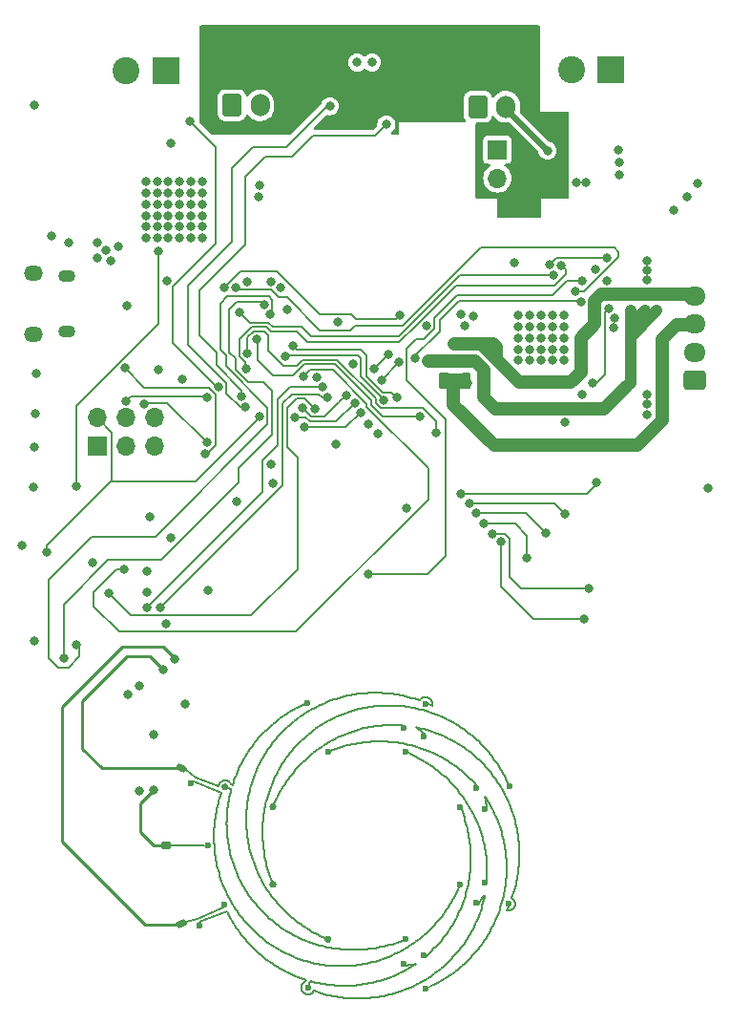
<source format=gbr>
%TF.GenerationSoftware,KiCad,Pcbnew,(7.0.0)*%
%TF.CreationDate,2023-03-13T17:48:54-07:00*%
%TF.ProjectId,DaisyStepperDriver,44616973-7953-4746-9570-706572447269,rev?*%
%TF.SameCoordinates,Original*%
%TF.FileFunction,Copper,L4,Bot*%
%TF.FilePolarity,Positive*%
%FSLAX46Y46*%
G04 Gerber Fmt 4.6, Leading zero omitted, Abs format (unit mm)*
G04 Created by KiCad (PCBNEW (7.0.0)) date 2023-03-13 17:48:54*
%MOMM*%
%LPD*%
G01*
G04 APERTURE LIST*
G04 Aperture macros list*
%AMRoundRect*
0 Rectangle with rounded corners*
0 $1 Rounding radius*
0 $2 $3 $4 $5 $6 $7 $8 $9 X,Y pos of 4 corners*
0 Add a 4 corners polygon primitive as box body*
4,1,4,$2,$3,$4,$5,$6,$7,$8,$9,$2,$3,0*
0 Add four circle primitives for the rounded corners*
1,1,$1+$1,$2,$3*
1,1,$1+$1,$4,$5*
1,1,$1+$1,$6,$7*
1,1,$1+$1,$8,$9*
0 Add four rect primitives between the rounded corners*
20,1,$1+$1,$2,$3,$4,$5,0*
20,1,$1+$1,$4,$5,$6,$7,0*
20,1,$1+$1,$6,$7,$8,$9,0*
20,1,$1+$1,$8,$9,$2,$3,0*%
G04 Aperture macros list end*
%TA.AperFunction,EtchedComponent*%
%ADD10C,0.199999*%
%TD*%
%TA.AperFunction,EtchedComponent*%
%ADD11C,0.200000*%
%TD*%
%TA.AperFunction,SMDPad,CuDef*%
%ADD12RoundRect,0.150000X0.220203X0.253003X-0.334524X0.024361X-0.220203X-0.253003X0.334524X-0.024361X0*%
%TD*%
%TA.AperFunction,SMDPad,CuDef*%
%ADD13RoundRect,0.150000X0.334686X0.022025X-0.218432X0.254534X-0.334686X-0.022025X0.218432X-0.254534X0*%
%TD*%
%TA.AperFunction,SMDPad,CuDef*%
%ADD14RoundRect,0.150000X0.300000X0.150000X-0.300000X0.150000X-0.300000X-0.150000X0.300000X-0.150000X0*%
%TD*%
%TA.AperFunction,ComponentPad*%
%ADD15C,0.600000*%
%TD*%
%TA.AperFunction,ComponentPad*%
%ADD16R,1.700000X1.700000*%
%TD*%
%TA.AperFunction,ComponentPad*%
%ADD17O,1.700000X1.700000*%
%TD*%
%TA.AperFunction,ComponentPad*%
%ADD18R,2.400000X2.400000*%
%TD*%
%TA.AperFunction,ComponentPad*%
%ADD19C,2.400000*%
%TD*%
%TA.AperFunction,ComponentPad*%
%ADD20RoundRect,0.250000X-0.600000X-0.750000X0.600000X-0.750000X0.600000X0.750000X-0.600000X0.750000X0*%
%TD*%
%TA.AperFunction,ComponentPad*%
%ADD21O,1.700000X2.000000*%
%TD*%
%TA.AperFunction,ComponentPad*%
%ADD22O,1.700000X1.350000*%
%TD*%
%TA.AperFunction,ComponentPad*%
%ADD23O,1.500000X1.100000*%
%TD*%
%TA.AperFunction,ComponentPad*%
%ADD24RoundRect,0.250000X0.725000X-0.600000X0.725000X0.600000X-0.725000X0.600000X-0.725000X-0.600000X0*%
%TD*%
%TA.AperFunction,ComponentPad*%
%ADD25O,1.950000X1.700000*%
%TD*%
%TA.AperFunction,ViaPad*%
%ADD26C,0.800000*%
%TD*%
%TA.AperFunction,Conductor*%
%ADD27C,0.200000*%
%TD*%
%TA.AperFunction,Conductor*%
%ADD28C,1.200000*%
%TD*%
%TA.AperFunction,Conductor*%
%ADD29C,0.500000*%
%TD*%
%TA.AperFunction,Conductor*%
%ADD30C,1.000000*%
%TD*%
%TA.AperFunction,Conductor*%
%ADD31C,0.250000*%
%TD*%
G04 APERTURE END LIST*
D10*
%TO.C,MM1*%
X131962179Y-128591459D02*
X132163183Y-128742055D01*
X153409872Y-121222761D02*
X153385275Y-120972761D01*
X144317083Y-130865255D02*
X144582983Y-130838354D01*
X151771276Y-128178960D02*
X151898779Y-127964155D01*
X133215887Y-127323652D02*
X133425771Y-127472356D01*
X150971182Y-126480756D02*
X151058187Y-126247961D01*
X154264684Y-123677061D02*
X154319082Y-123434850D01*
X136682775Y-130720258D02*
X136936285Y-130764257D01*
X143517477Y-128891759D02*
X143759176Y-128811758D01*
X151790563Y-116298757D02*
X151658865Y-116088056D01*
D11*
X136051366Y-132244360D02*
X135922600Y-132513200D01*
D10*
X134022375Y-109681760D02*
X133838567Y-109852956D01*
X150460973Y-127613058D02*
X150572866Y-127391157D01*
X133310568Y-110390562D02*
X133142782Y-110577360D01*
X147062383Y-131564451D02*
X147264074Y-131414663D01*
X150096166Y-111862058D02*
X149895178Y-111711462D01*
X136538564Y-132366956D02*
X136784078Y-132420049D01*
X140522573Y-130769758D02*
X140776174Y-130726560D01*
X133331182Y-131119062D02*
X133553579Y-131243360D01*
X138729177Y-130910055D02*
X138986471Y-130907461D01*
X150239477Y-116951063D02*
X150112478Y-116734357D01*
X127745580Y-116989355D02*
X127695364Y-117234663D01*
X141029073Y-106705556D02*
X140779974Y-106724561D01*
X131808584Y-118487257D02*
X131798574Y-118735860D01*
X149714773Y-124904760D02*
X149789083Y-124664754D01*
X135409582Y-128561956D02*
X135641973Y-128657461D01*
X127485571Y-119725759D02*
X127494070Y-119976057D01*
X131850286Y-120226659D02*
X131877981Y-120479658D01*
X134995977Y-108889066D02*
X134794286Y-109038854D01*
X153916586Y-124867460D02*
X153996282Y-124632452D01*
X149439367Y-113594358D02*
X149242284Y-113433866D01*
X144848074Y-130805250D02*
X145112371Y-130765859D01*
X140033178Y-132607458D02*
X140283178Y-132582853D01*
X142777670Y-107805860D02*
X142526571Y-107813657D01*
X142286779Y-129214262D02*
X142535574Y-129160154D01*
X135007970Y-130255758D02*
X135242574Y-130337759D01*
X143809774Y-109554456D02*
X143555792Y-109546155D01*
X143181280Y-129997457D02*
X143410879Y-129895460D01*
X144944372Y-129043157D02*
X145150381Y-128903554D01*
X129064382Y-121435560D02*
X129136968Y-121673154D01*
X132444174Y-122956754D02*
X132529180Y-123196661D01*
X136265386Y-110034261D02*
X136061880Y-110191762D01*
X146815878Y-107811254D02*
X146830068Y-107566267D01*
X149529180Y-117256856D02*
X149439169Y-117018758D01*
X132497579Y-124552557D02*
X132645773Y-124752157D01*
X148981390Y-109484663D02*
X148766561Y-109357160D01*
X134209982Y-109514562D02*
X134022375Y-109681760D01*
X142533270Y-106702962D02*
X142282873Y-106689962D01*
X132078680Y-116517866D02*
X132026571Y-116761060D01*
X142768682Y-111006162D02*
X142520071Y-110996160D01*
X150896673Y-118306562D02*
X150799886Y-118074659D01*
X133553579Y-131243360D02*
X133778783Y-131362760D01*
X151416067Y-125058660D02*
X151471975Y-124816556D01*
X130349279Y-117669561D02*
X130345876Y-117926755D01*
X149261388Y-115506361D02*
X149104681Y-115313062D01*
X129466680Y-113901464D02*
X129372976Y-114138456D01*
X144582983Y-130838354D02*
X144848074Y-130805250D01*
X137113973Y-111410360D02*
X136907980Y-111549963D01*
X128011282Y-122921255D02*
X128088689Y-123158758D01*
X146063879Y-112711652D02*
X145844167Y-112583158D01*
X153799474Y-116825155D02*
X153706777Y-116593252D01*
X135263372Y-132579061D02*
X135222570Y-132830450D01*
X132263281Y-130425252D02*
X132470571Y-130573461D01*
X132781271Y-129163457D02*
X132992590Y-129294263D01*
X130371084Y-118697958D02*
X130391088Y-118954458D01*
X128609274Y-117975866D02*
X128605978Y-118227064D01*
X134065389Y-127882154D02*
X134282873Y-128007864D01*
X150120382Y-123202856D02*
X150156866Y-122956754D01*
X135876470Y-128747655D02*
X136112875Y-128832662D01*
X128156377Y-115544759D02*
X128074987Y-115781759D01*
X146706274Y-113124456D02*
X146494985Y-112982358D01*
X149838674Y-118226659D02*
X149768972Y-117981756D01*
X132136785Y-116273466D02*
X132078680Y-116517866D01*
X138097173Y-107286260D02*
X137861486Y-107368757D01*
X131945882Y-123719251D02*
X132077581Y-123933156D01*
X137807882Y-129276357D02*
X138053075Y-129317960D01*
X135739172Y-112476758D02*
X135556371Y-112645559D01*
X146494985Y-112982358D02*
X146280874Y-112844762D01*
X142783361Y-106721357D02*
X142533270Y-106702962D01*
X143301580Y-109543462D02*
X143047369Y-109546560D01*
X153452383Y-122226453D02*
X153450079Y-121975255D01*
X144514867Y-106999654D02*
X144270376Y-106943960D01*
X133647176Y-114975065D02*
X133514074Y-115192052D01*
X140778188Y-133761861D02*
X141028585Y-133747953D01*
X131179281Y-113741956D02*
X131087179Y-113972761D01*
X152906072Y-125683858D02*
X152979086Y-125445058D01*
X131098180Y-129449255D02*
X131281179Y-129620260D01*
X147195974Y-127095251D02*
X147359777Y-126908056D01*
X133553274Y-108794858D02*
X133345770Y-108943655D01*
X140283483Y-106778661D02*
X140036169Y-106813863D01*
X136936285Y-130764257D02*
X137190679Y-130802557D01*
X137861486Y-107368757D02*
X137627584Y-107456457D01*
X139782674Y-132626455D02*
X140033178Y-132607458D01*
X148915777Y-124594358D02*
X149030065Y-124366956D01*
X138033773Y-133559957D02*
X138280370Y-133605062D01*
X144085272Y-129559156D02*
X144304876Y-129437063D01*
X151288580Y-125539060D02*
X151354986Y-125299558D01*
X130918188Y-114440160D02*
X130841390Y-114676557D01*
X132894872Y-130855756D02*
X133111578Y-130989858D01*
X133111578Y-130989858D02*
X133331182Y-131119062D01*
X140542074Y-108075361D02*
X140300161Y-108132360D01*
X145353277Y-128759656D02*
X145552969Y-128611356D01*
X146006979Y-132244360D02*
X146223974Y-132117864D01*
X133127172Y-113700758D02*
X133011266Y-113923658D01*
X150096685Y-128263357D02*
X150222875Y-128049253D01*
X131961675Y-112190160D02*
X131835485Y-112404264D01*
X151686071Y-121737157D02*
X151665884Y-121483861D01*
X151328161Y-111371557D02*
X151149572Y-111189252D01*
X145844167Y-112583158D02*
X145621679Y-112459356D01*
X142793386Y-109555357D02*
X142539571Y-109569860D01*
X136890478Y-109597066D02*
X136682684Y-109733358D01*
X138059271Y-111726758D02*
X137821172Y-111816762D01*
X131818868Y-123502454D02*
X131945882Y-123719251D01*
X128877767Y-120713865D02*
X128934774Y-120955755D01*
X149117376Y-131199064D02*
X149314565Y-131037061D01*
X139112478Y-108495252D02*
X138880071Y-108583356D01*
X129778982Y-113203863D02*
X129669668Y-113434057D01*
X139025381Y-133708356D02*
X139274984Y-133732160D01*
X134073476Y-114341558D02*
X133926870Y-114549657D01*
X128088689Y-123158758D02*
X128171179Y-123394453D01*
X137058477Y-133326955D02*
X137300375Y-133393064D01*
X132059271Y-130272558D02*
X132263281Y-130425252D01*
X138214880Y-130897558D02*
X138471975Y-130906660D01*
X130012685Y-112751066D02*
X129893270Y-112976156D01*
X144957174Y-130988157D02*
X145167883Y-130856451D01*
X153009573Y-113611463D02*
X152879476Y-113391866D01*
X140779974Y-106724561D02*
X140531362Y-106748960D01*
X147555181Y-112324758D02*
X147332281Y-112208852D01*
X144531484Y-107906957D02*
X144282278Y-107875860D01*
X140776174Y-130726560D02*
X141028783Y-130677557D01*
X138986471Y-130907461D02*
X139243581Y-130899160D01*
X144779974Y-107943655D02*
X144531484Y-107906957D01*
X147653875Y-108791463D02*
X147424276Y-108693059D01*
X138195364Y-110777257D02*
X137973074Y-110894361D01*
X145467168Y-111466856D02*
X145225576Y-111397863D01*
X131991583Y-110106359D02*
X131813268Y-110288854D01*
X145225576Y-111397863D02*
X144982565Y-111334356D01*
X137958074Y-130882558D02*
X138214880Y-130897558D01*
X132645773Y-124752157D02*
X132798193Y-124948560D01*
X154531362Y-119977560D02*
X154506979Y-119728956D01*
X151074560Y-118776456D02*
X150988287Y-118540456D01*
X129995489Y-126659956D02*
X130154180Y-126854757D01*
X133142782Y-110577360D02*
X132979086Y-110767957D01*
X128738683Y-119978757D02*
X128779882Y-120226560D01*
X147513982Y-110376852D02*
X147283178Y-110284757D01*
X130373388Y-117155653D02*
X130358373Y-117412458D01*
X127927786Y-116260458D02*
X127861776Y-116502058D01*
X150589971Y-110665761D02*
X150400472Y-110503065D01*
X154564169Y-120475065D02*
X154550375Y-120227361D01*
X154319082Y-123434850D02*
X154368276Y-123191656D01*
X152159078Y-112339254D02*
X152001486Y-112138555D01*
X145274282Y-108033460D02*
X145027670Y-107985860D01*
X128709387Y-116724454D02*
X128678289Y-116973653D01*
X150419485Y-129978261D02*
X150589666Y-129788053D01*
X132200277Y-116030355D02*
X132136785Y-116273466D01*
X135222570Y-132830450D02*
X135289770Y-133076154D01*
X129841268Y-126461652D02*
X129995489Y-126659956D01*
X133248068Y-113480451D02*
X133127172Y-113700758D01*
X142002187Y-130428854D02*
X142241674Y-130353155D01*
X129691488Y-126259954D02*
X129841268Y-126461652D01*
X129201482Y-114618261D02*
X129123785Y-114860960D01*
X141277181Y-107936262D02*
X141029379Y-107977460D01*
X139816686Y-110100362D02*
X139578771Y-110181356D01*
X146815878Y-107811254D02*
X146525880Y-107713200D01*
X149030065Y-124366956D02*
X149139669Y-124137159D01*
X149980779Y-116520360D02*
X149845571Y-116311559D01*
X149104681Y-115313062D02*
X148943975Y-115123159D01*
X130356771Y-118441160D02*
X130371084Y-118697958D01*
X127526983Y-120475957D02*
X127551366Y-120724561D01*
X153469274Y-125961759D02*
X153707372Y-125965459D01*
X127616277Y-121219755D02*
X127656774Y-121466260D01*
X135200872Y-108743757D02*
X134995977Y-108889066D01*
X151528371Y-120476758D02*
X151479971Y-120227155D01*
X147119375Y-113421865D02*
X146914373Y-113271062D01*
X131844473Y-117991064D02*
X131823888Y-118238958D01*
X130983480Y-111256856D02*
X130830679Y-111460760D01*
X151667669Y-116938856D02*
X151640768Y-116672956D01*
X133784780Y-114760961D02*
X133647176Y-114975065D01*
X135956381Y-130552557D02*
X136197179Y-130613653D01*
X145027670Y-107985860D02*
X144779974Y-107943655D01*
X133206686Y-129420454D02*
X133423483Y-129541959D01*
X130018377Y-123724851D02*
X130140676Y-123941160D01*
X132155080Y-121980665D02*
X132219671Y-122226850D01*
X134379476Y-113934759D02*
X134224279Y-114136556D01*
X127581075Y-120972456D02*
X127616277Y-121219755D01*
X127494070Y-119976057D02*
X127507986Y-120226156D01*
X145000066Y-107126562D02*
X144758184Y-107060560D01*
X137350866Y-128441862D02*
X137585088Y-128541654D01*
X131000173Y-114205556D02*
X130918188Y-114440160D01*
X136682684Y-109733358D02*
X136472280Y-109881361D01*
X133011266Y-113923658D02*
X132900472Y-114149160D01*
X143723669Y-133244657D02*
X143961172Y-133167249D01*
X153706777Y-116593252D02*
X153609075Y-116363355D01*
X140026189Y-133771253D02*
X140276876Y-133773458D01*
X133425771Y-127472356D02*
X133639074Y-127616262D01*
X143178274Y-131870153D02*
X143408682Y-131777158D01*
X151574178Y-113219961D02*
X151402990Y-113036161D01*
X143531179Y-107815763D02*
X143280065Y-107806852D01*
X141526876Y-133704557D02*
X141774877Y-133674856D01*
X147359777Y-126908056D02*
X147519476Y-126717359D01*
X135289770Y-133076154D02*
X135452871Y-133271863D01*
X134503179Y-128128759D02*
X134726080Y-128244665D01*
X139820379Y-108261961D02*
X139582784Y-108334562D01*
X150263784Y-121220159D02*
X150257772Y-120971464D01*
X138649679Y-108676359D02*
X138421392Y-108774457D01*
X130827078Y-121199758D02*
X130902776Y-121439252D01*
X150865377Y-112508161D02*
X150678472Y-112340261D01*
X148131475Y-125903860D02*
X148273580Y-125692556D01*
X138471975Y-130906660D02*
X138729177Y-130910055D01*
X137536688Y-111143461D02*
X137322775Y-111275259D01*
X146723577Y-108427961D02*
X146486273Y-108349866D01*
X153928167Y-125876356D02*
X154096868Y-125708356D01*
X149830572Y-128683057D02*
X149965887Y-128474660D01*
X142539571Y-109569860D02*
X142286184Y-109590055D01*
X136712682Y-107857252D02*
X136489675Y-107969762D01*
X142282873Y-106689962D02*
X142032278Y-106682264D01*
X152979086Y-125445058D02*
X153046774Y-125204664D01*
X127861776Y-116502058D02*
X127801077Y-116745061D01*
X150011083Y-110190259D02*
X149811361Y-110040159D01*
X152744680Y-126156660D02*
X152827978Y-125921155D01*
X134941076Y-131883062D02*
X135180074Y-131971464D01*
X150967077Y-111010854D02*
X150780676Y-110836454D01*
X149690679Y-128888456D02*
X149830572Y-128683057D01*
X146744970Y-107336057D02*
X146574773Y-107159162D01*
X134921179Y-111229864D02*
X134745275Y-111417654D01*
X137749975Y-109098264D02*
X137531088Y-109215963D01*
X139525076Y-133750555D02*
X139775488Y-133763555D01*
X135201772Y-112994451D02*
X135030080Y-113174558D01*
X137395666Y-107549161D02*
X137165762Y-107646856D01*
X148779180Y-114936857D02*
X148610479Y-114753957D01*
X151904165Y-113598760D02*
X151741277Y-113407560D01*
X133932287Y-112413557D02*
X133783575Y-112623464D01*
X139342870Y-110267652D02*
X139108877Y-110359258D01*
X149962560Y-118720357D02*
X149903265Y-118472852D01*
X147678869Y-126518758D02*
X147834066Y-126316961D01*
X148399786Y-130425252D02*
X148575781Y-130246053D01*
X142036962Y-129263158D02*
X142286779Y-129214262D01*
X154248068Y-118253957D02*
X154186285Y-118011961D01*
X150590871Y-117617757D02*
X150478674Y-117392957D01*
X134596075Y-109193059D02*
X134401174Y-109351758D01*
X145789083Y-132366453D02*
X146006979Y-132244360D01*
X146574773Y-107159162D02*
X146348074Y-107065252D01*
X142032278Y-106682264D02*
X141781484Y-106680059D01*
X140523885Y-111108556D02*
X140272161Y-111146856D01*
X152744680Y-113175161D02*
X152605169Y-112961462D01*
X127523580Y-118474561D02*
X127505270Y-118724355D01*
X133142568Y-115859159D02*
X133028280Y-116086561D01*
X150190283Y-114279356D02*
X150008382Y-114101865D01*
X139029485Y-132649953D02*
X139280676Y-132647649D01*
X147519476Y-126717359D02*
X147678869Y-126518758D01*
X134194280Y-108376455D02*
X133977575Y-108511259D01*
X130317083Y-127045957D02*
X130484167Y-127233556D01*
X151741277Y-113407560D02*
X151574178Y-113219961D01*
X127695364Y-117234663D02*
X127650381Y-117481061D01*
X141774877Y-133674856D02*
X142022192Y-133639654D01*
X148418676Y-127616849D02*
X148553976Y-127405256D01*
X128616079Y-126018560D02*
X128726080Y-126243558D01*
X150293768Y-112017156D02*
X150096166Y-111862058D01*
X140532583Y-132552854D02*
X140781179Y-132517156D01*
X130836675Y-124990560D02*
X130994070Y-125194051D01*
X143555792Y-109546155D02*
X143301580Y-109543462D01*
X128996877Y-121196355D02*
X129064382Y-121435560D01*
X148796590Y-124819250D02*
X148915777Y-124594358D01*
X151361379Y-128806051D02*
X151502569Y-128599958D01*
X151065664Y-129208662D02*
X151215780Y-129008955D01*
D11*
X126205880Y-127014055D02*
X126195880Y-127334055D01*
D10*
X140272161Y-111146856D02*
X140021383Y-111190359D01*
X138877081Y-110456052D02*
X138647482Y-110558057D01*
X145942877Y-128302259D02*
X146132772Y-128141553D01*
X145764166Y-108145162D02*
X145519888Y-108086660D01*
X154047079Y-117532262D02*
X153969671Y-117294759D01*
X134469274Y-131690359D02*
X134704076Y-131789358D01*
X151687475Y-123261251D02*
X151701482Y-123007360D01*
X148549078Y-109234457D02*
X148328878Y-109116453D01*
X141758184Y-132321157D02*
X141998769Y-132259061D01*
X138647482Y-110558057D02*
X138420171Y-110665159D01*
D11*
X125843267Y-114190557D02*
X124987439Y-113527582D01*
D10*
X130448675Y-119465658D02*
X130486181Y-119720159D01*
X149789083Y-124664754D02*
X149858068Y-124423154D01*
X153222479Y-124471860D02*
X153270071Y-124225255D01*
X149811361Y-110040159D02*
X149608465Y-109894559D01*
X144024770Y-106893659D02*
X143778066Y-106848562D01*
X147264074Y-131414663D02*
X147462377Y-131260450D01*
X153169271Y-124717458D02*
X153222479Y-124471860D01*
X137190679Y-130802557D02*
X137445882Y-130834959D01*
X135473882Y-110691358D02*
X135285574Y-110866666D01*
X135377172Y-112818052D02*
X135201772Y-112994451D01*
X133141668Y-109096853D02*
X132940969Y-109254453D01*
X154205267Y-123917959D02*
X154264684Y-123677061D01*
X149562078Y-115902662D02*
X149413763Y-115702955D01*
X129297674Y-122143461D02*
X129385763Y-122375860D01*
X152139486Y-127526456D02*
X152252676Y-127303861D01*
X148634878Y-110911558D02*
X148415487Y-110794958D01*
X132819570Y-110962057D02*
X132664587Y-111159757D01*
X153355276Y-120723356D02*
X153319570Y-120474760D01*
X149263677Y-126076559D02*
X149364370Y-125846357D01*
X136705084Y-111693861D02*
X136505270Y-111842161D01*
X150066686Y-130347158D02*
X150245077Y-130164663D01*
X131467489Y-122835760D02*
X131579672Y-123060560D01*
X148273580Y-125692556D02*
X148411169Y-125478452D01*
X152464468Y-126851461D02*
X152562872Y-126621862D01*
X144086981Y-131468053D02*
X144308370Y-131355253D01*
X143999075Y-128726758D02*
X144237173Y-128636755D01*
X141773885Y-110998159D02*
X141525274Y-111009359D01*
X132693975Y-114607252D02*
X132598470Y-114839658D01*
X146830068Y-107566267D02*
X146744970Y-107336057D01*
X141029272Y-107977460D02*
X140785177Y-108023756D01*
X151639974Y-121230955D02*
X151608465Y-120978757D01*
X135452871Y-133271863D02*
X135682378Y-133382261D01*
X128659673Y-124543157D02*
X128772176Y-124766157D01*
X138784170Y-111486959D02*
X138540868Y-111561758D01*
X151709768Y-122753355D02*
X151712469Y-122499158D01*
X138280370Y-133605062D02*
X138527975Y-133644758D01*
X129565572Y-113666662D02*
X129466680Y-113901464D01*
X131835485Y-112404264D02*
X131713979Y-112621061D01*
X146019872Y-110210355D02*
X145808874Y-110046262D01*
X146223974Y-132117864D02*
X146438177Y-131986555D01*
X136818075Y-133255651D02*
X137058477Y-133326955D01*
X150065572Y-119218961D02*
X150016683Y-118969160D01*
X152157674Y-116947561D02*
X152039968Y-116728666D01*
X152021475Y-127746664D02*
X152139486Y-127526456D01*
X152562872Y-126621862D02*
X152656286Y-126390264D01*
X145568578Y-132483755D02*
X145789083Y-132366453D01*
X142945882Y-131958257D02*
X143178274Y-131870153D01*
X133345770Y-108943655D02*
X133141668Y-109096853D01*
X150911367Y-129405057D02*
X151065664Y-129208662D01*
X130140676Y-123941160D02*
X130267782Y-124154760D01*
X144196874Y-133084760D02*
X144430776Y-132997060D01*
X130420965Y-116643362D02*
X130394277Y-116899251D01*
X150008382Y-114101865D02*
X149822469Y-113928457D01*
X149047079Y-126529859D02*
X149157873Y-126304357D01*
X153061483Y-119257162D02*
X152993978Y-119017957D01*
X152461080Y-112750852D02*
X152312277Y-112543355D01*
X148328878Y-109116453D02*
X148106283Y-109003255D01*
X132269170Y-115788755D02*
X132200277Y-116030355D01*
X136061880Y-110191762D02*
X135862066Y-110353757D01*
X131485479Y-113062360D02*
X131378469Y-113286664D01*
X150541876Y-114646558D02*
X150368078Y-114460958D01*
X149314565Y-131037061D02*
X149508276Y-130870756D01*
X132794683Y-114377065D02*
X132693975Y-114607252D01*
X153123571Y-119497755D02*
X153061483Y-119257162D01*
X139108877Y-110359258D02*
X138877081Y-110456052D01*
X151402990Y-113036161D02*
X151227667Y-112856161D01*
X150207479Y-110344556D02*
X150011083Y-110190259D01*
X133448675Y-125700361D02*
X133621175Y-125879354D01*
X134704076Y-131789358D02*
X134941076Y-131883062D01*
X145150381Y-128903554D02*
X145353277Y-128759656D01*
X135242574Y-130337759D02*
X135478872Y-130414556D01*
X137322775Y-111275159D02*
X137113973Y-111410360D01*
X154484579Y-122456457D02*
X154512960Y-122209959D01*
X138195181Y-108877561D02*
X137971365Y-108985464D01*
X151301672Y-119494955D02*
X151231268Y-119253866D01*
X151839483Y-111941358D02*
X151673177Y-111747655D01*
X146181875Y-111705862D02*
X145945486Y-111620855D01*
X141530782Y-106683156D02*
X141280172Y-106691656D01*
X138545980Y-129385557D02*
X138793478Y-129411458D01*
X131087179Y-113972761D02*
X131000173Y-114205556D01*
X134315679Y-129979558D02*
X134544378Y-130076658D01*
X128351583Y-123860265D02*
X128449270Y-124090154D01*
X132979086Y-110767957D02*
X132819570Y-110962057D01*
X149041570Y-113277761D02*
X148837484Y-113126264D01*
X148610479Y-114753957D02*
X148437887Y-114574857D01*
X135621389Y-132233060D02*
X135404775Y-132367155D01*
X153887182Y-117059064D02*
X153799474Y-116825155D01*
X152217077Y-113991865D02*
X152062872Y-113793561D01*
X131192968Y-127945356D02*
X131379888Y-128113256D01*
X150213873Y-122462453D02*
X150234472Y-122214559D01*
X142535574Y-129160154D02*
X142783086Y-129100851D01*
X136579183Y-133179250D02*
X136818075Y-133255651D01*
X150264471Y-121468961D02*
X150263784Y-121220159D01*
X150697881Y-117845060D02*
X150590871Y-117617757D01*
X141028967Y-132476049D02*
X141273184Y-132429754D01*
X128746069Y-116475957D02*
X128709387Y-116724454D01*
X132900472Y-114149160D02*
X132794683Y-114377065D01*
X151673177Y-111747655D02*
X151502783Y-111557760D01*
X147196966Y-132452657D02*
X147422079Y-132332357D01*
X148106283Y-109003255D02*
X147881170Y-108894857D01*
X131468176Y-110665960D02*
X131302282Y-110859258D01*
X142526571Y-107813657D02*
X142275778Y-107827062D01*
X151425970Y-119981863D02*
X151366476Y-119737760D01*
X151700582Y-121990957D02*
X151686071Y-121737157D01*
X134951574Y-128355459D02*
X135179372Y-128461256D01*
X144304876Y-129437063D02*
X144521673Y-129310056D01*
X128616079Y-118729360D02*
X128629476Y-118980161D01*
X132163183Y-128742055D02*
X132367483Y-128888258D01*
X151917577Y-116512357D02*
X151790563Y-116298757D01*
X133621175Y-125879354D02*
X133797384Y-126054662D01*
X144032278Y-107850263D02*
X143781881Y-107830266D01*
X133009481Y-127170156D02*
X133215887Y-127323652D01*
X149698187Y-130700353D02*
X149884374Y-130525754D01*
X146878988Y-111992261D02*
X146648779Y-111891561D01*
X135030080Y-113174558D02*
X134862371Y-113358266D01*
X149508276Y-130870756D02*
X149698187Y-130700353D01*
X132041677Y-121484357D02*
X132095785Y-121733160D01*
X152062872Y-113793561D02*
X151904165Y-113598760D01*
X136214178Y-127870359D02*
X136436681Y-127994154D01*
X154140676Y-124157560D02*
X154205267Y-123917959D01*
X140532964Y-129444158D02*
X140781179Y-129427557D01*
X142715475Y-130185857D02*
X142949377Y-130094259D01*
X131937978Y-117250661D02*
X131901479Y-117496755D01*
X130983785Y-121677061D02*
X131070074Y-121913061D01*
X154566473Y-121467458D02*
X154573873Y-121219358D01*
X148081381Y-114227651D02*
X147897665Y-114059957D01*
X150368078Y-114460958D02*
X150190283Y-114279356D01*
X134224279Y-114136556D02*
X134073476Y-114341558D01*
X134006475Y-131477064D02*
X134236684Y-131586263D01*
X154512960Y-122209959D02*
X154536077Y-121962850D01*
X152788961Y-114817762D02*
X152652868Y-114606557D01*
X140276876Y-133773458D02*
X140527578Y-133770353D01*
X128120168Y-114532453D02*
X127937277Y-114732458D01*
X143033086Y-106745161D02*
X142783361Y-106721357D01*
X141518179Y-130564054D02*
X141760961Y-130499250D01*
X139756872Y-130864851D02*
X140012777Y-130838956D01*
X151712469Y-122499158D02*
X151709387Y-122244955D01*
X131764471Y-128436353D02*
X131962179Y-128591459D01*
X134538870Y-113736265D02*
X134379476Y-113934759D01*
X145879675Y-107172559D02*
X145716467Y-107355863D01*
X149845571Y-116311559D02*
X149705969Y-116105558D01*
X150711370Y-114835859D02*
X150541876Y-114646558D01*
X134544378Y-130076658D02*
X134775182Y-130168760D01*
X134775182Y-130168760D02*
X135007970Y-130255758D01*
X137701666Y-130861654D02*
X137958074Y-130882558D01*
X132032278Y-126334760D02*
X132219976Y-126510557D01*
X136938070Y-107749654D02*
X136712682Y-107857252D01*
X130691885Y-120715757D02*
X130756689Y-120958555D01*
D11*
X126015880Y-126694055D02*
X124988646Y-126991719D01*
D10*
X148553976Y-127405256D02*
X148684591Y-127190557D01*
X147192678Y-108599653D02*
X146959081Y-108511259D01*
X140056173Y-110024663D02*
X139816686Y-110100362D01*
X152921377Y-118780355D02*
X152843572Y-118544263D01*
X135180074Y-131971464D02*
X135420965Y-132054555D01*
X140059576Y-108194456D02*
X139820379Y-108261961D01*
X141525884Y-107900663D02*
X141277181Y-107936262D01*
X141282079Y-129377958D02*
X141534475Y-129344953D01*
X146815786Y-110115758D02*
X146579366Y-110038961D01*
X141775274Y-107870557D02*
X141525884Y-107900663D01*
X142475576Y-132118955D02*
X142711584Y-132041158D01*
X150234472Y-122214559D02*
X150249761Y-121966260D01*
X154536077Y-121962850D02*
X154553884Y-121715253D01*
X152512167Y-114398458D02*
X152366872Y-114193555D01*
X147742681Y-110473958D02*
X147513982Y-110376852D01*
X130486181Y-119720159D02*
X130529379Y-119973760D01*
X136051366Y-132244360D02*
X136294286Y-132308355D01*
X139243581Y-130899160D02*
X139500372Y-130884855D01*
X150361578Y-117170660D02*
X150239477Y-116951063D01*
X153707372Y-125965459D02*
X153928167Y-125876356D01*
X129478780Y-122606260D02*
X129576879Y-122834554D01*
X132214193Y-124144155D02*
X132353674Y-124349859D01*
X148219778Y-130600553D02*
X148399786Y-130425252D01*
X130358373Y-117412458D02*
X130349279Y-117669561D01*
X133639074Y-127616262D02*
X133850683Y-127751554D01*
X145345571Y-132596258D02*
X145568578Y-132483755D01*
X141029073Y-129405653D02*
X141282079Y-129377958D01*
X146226873Y-130074262D02*
X146420065Y-129908956D01*
X132743780Y-109416456D02*
X132550069Y-109582761D01*
X132343572Y-115548757D02*
X132269170Y-115788755D01*
X146486273Y-108349866D02*
X146247472Y-108276853D01*
X131638876Y-110475255D02*
X131468679Y-110665464D01*
X150572866Y-127391157D02*
X150679876Y-127166852D01*
X131302282Y-110859258D02*
X131140676Y-111056264D01*
X142479482Y-130272153D02*
X142715475Y-130185857D01*
X150799886Y-118074659D02*
X150697881Y-117845060D01*
X150109075Y-119469755D02*
X150065572Y-119218961D01*
X153969671Y-117294759D02*
X153887182Y-117059064D01*
X131800588Y-119482053D02*
X131811788Y-119730665D01*
X149238775Y-129491354D02*
X149393881Y-129293760D01*
X151471975Y-124816556D02*
X151522573Y-124573255D01*
X133783575Y-112623464D02*
X133639669Y-112836660D01*
X130399481Y-124365461D02*
X130535787Y-124573255D01*
X136436681Y-127994154D02*
X136661581Y-128113355D01*
X133385580Y-115411863D02*
X133261770Y-115634260D01*
X148080770Y-131942258D02*
X148294470Y-131802755D01*
X130267782Y-124154760D02*
X130399481Y-124365461D01*
X127861181Y-114992559D02*
X125843267Y-114190557D01*
X142025274Y-107846052D02*
X141775274Y-107870557D01*
X146501974Y-127808050D02*
X146681081Y-127635458D01*
X152652868Y-114606557D02*
X152512167Y-114398458D01*
X154442068Y-119233755D02*
X154401571Y-118987257D01*
X131661764Y-129953649D02*
X131858770Y-130115354D01*
X135937078Y-133387464D02*
X136170980Y-133286558D01*
X154184286Y-125249761D02*
X154089178Y-125031560D01*
X133658682Y-110028158D02*
X133482687Y-110207464D01*
X135620168Y-108466962D02*
X135408971Y-108603063D01*
X152672582Y-118077657D02*
X152579580Y-117847257D01*
X154575872Y-120971250D02*
X154572683Y-120723157D01*
X148915670Y-129876050D02*
X149079366Y-129685560D01*
X153586187Y-114749258D02*
X153480779Y-114516759D01*
X128074987Y-115781759D02*
X127998785Y-116020261D01*
X135777486Y-127608755D02*
X135994466Y-127741865D01*
X137753484Y-111016454D02*
X137536688Y-111143461D01*
X129774282Y-127948453D02*
X129925390Y-128148160D01*
X135285574Y-110866666D02*
X135101385Y-111046155D01*
X149544470Y-129092756D02*
X149690679Y-128888456D01*
X131493765Y-125782056D02*
X131669088Y-125970357D01*
X153506277Y-116135656D02*
X153398672Y-115910261D01*
X131161672Y-122146955D02*
X131258474Y-122378850D01*
X153286184Y-115687253D02*
X153168874Y-115466756D01*
X143243978Y-133383863D02*
X143484579Y-133316854D01*
X134794286Y-109038854D02*
X134596075Y-109193059D01*
X148276464Y-127827558D02*
X148418676Y-127616849D01*
X132940969Y-109254453D02*
X132743780Y-109416456D01*
X131823888Y-118238958D02*
X131808584Y-118487257D01*
X148851675Y-111033063D02*
X148634878Y-110911558D01*
X143759176Y-128811758D02*
X143999075Y-128726758D01*
X143408682Y-131777158D02*
X143636968Y-131679060D01*
X137627584Y-107456457D02*
X137395666Y-107549161D01*
X142271368Y-110991460D02*
X142022573Y-110992162D01*
X152312277Y-112543355D02*
X152159078Y-112339254D01*
X131378469Y-113286664D02*
X131276373Y-113513258D01*
X144063665Y-109568456D02*
X143809774Y-109554456D01*
X140035787Y-129461355D02*
X140284475Y-129455358D01*
X132918676Y-116316358D02*
X132814077Y-116548452D01*
X139274984Y-133732160D02*
X139525076Y-133750555D01*
X150156866Y-122956754D02*
X150187978Y-122709959D01*
X131322775Y-125589864D02*
X131493765Y-125782056D01*
X132173971Y-109927763D02*
X131991583Y-110106359D01*
X144494878Y-111224157D02*
X144250478Y-111177160D01*
X141277075Y-111025960D02*
X141029272Y-111047864D01*
X136439367Y-130669553D02*
X136682684Y-130720159D01*
X136489675Y-107969762D02*
X136269170Y-108087064D01*
X149608465Y-109894559D02*
X149402380Y-109753362D01*
X127482473Y-119475255D02*
X127485571Y-119725759D01*
X128788274Y-116228261D02*
X128746069Y-116475957D01*
X144743581Y-131115255D02*
X144957174Y-130988157D01*
X147028280Y-127278959D02*
X147195974Y-127095251D01*
X141525274Y-111009359D02*
X141277075Y-111025960D01*
X152378378Y-117392759D02*
X152270467Y-117168958D01*
X137030676Y-132467649D02*
X137278371Y-132509862D01*
X143410879Y-129895460D02*
X143638189Y-129788450D01*
X142758688Y-133502157D02*
X143001974Y-133445653D01*
X128618185Y-117724760D02*
X128609274Y-117975866D01*
X147897665Y-114059957D02*
X147710470Y-113896162D01*
X129893270Y-112976156D02*
X129778982Y-113203863D01*
X127551366Y-120724561D02*
X127581075Y-120972456D01*
X141028783Y-130677557D02*
X141274069Y-130623556D01*
X131877981Y-120479658D02*
X131910986Y-120732053D01*
X154119268Y-117771360D02*
X154047079Y-117532262D01*
X141781088Y-109647466D02*
X141529668Y-109684659D01*
X133977575Y-108511259D02*
X133763876Y-108650762D01*
X135682378Y-133382261D02*
X135937078Y-133387464D01*
X146280874Y-112844762D02*
X146063879Y-112711652D01*
X139544164Y-106900159D02*
X139299673Y-106951360D01*
X149632772Y-113759252D02*
X149439367Y-113594358D01*
X148629980Y-112979459D02*
X148419271Y-112837255D01*
X138527975Y-133644758D02*
X138776373Y-133679250D01*
X128772176Y-124766157D02*
X128889486Y-124986661D01*
X133514074Y-115192052D02*
X133385580Y-115411863D01*
X151502783Y-111557760D02*
X151328161Y-111371557D01*
X146420065Y-129908956D02*
X146609380Y-129739461D01*
X149550069Y-125379461D02*
X149635076Y-125143064D01*
X145749578Y-128458959D02*
X145942877Y-128302259D01*
X150031789Y-123692457D02*
X150078771Y-123448057D01*
X152827978Y-125921155D02*
X152906072Y-125683858D01*
X148672781Y-125041761D02*
X148796590Y-124819250D01*
X143001974Y-133445653D02*
X143243978Y-133383863D01*
X154506979Y-119728956D02*
X154477270Y-119481061D01*
X128934774Y-120955755D02*
X128996877Y-121196355D01*
X141029272Y-111047864D02*
X140776281Y-111075559D01*
X148931173Y-126752759D02*
X149047079Y-126529859D01*
X134282873Y-128007864D02*
X134503179Y-128128759D01*
X130529379Y-119973760D02*
X130578375Y-120226263D01*
X128652685Y-117223653D02*
X128632681Y-117474058D01*
X132550069Y-109582761D02*
X132360174Y-109753156D01*
X130918874Y-129274358D02*
X131098180Y-129449255D01*
X143274191Y-128966558D02*
X143517477Y-128891759D01*
X131979574Y-117005460D02*
X131937978Y-117250661D01*
X135101385Y-111046155D02*
X134921179Y-111229864D01*
X145861074Y-109839864D02*
X145618978Y-109783956D01*
X138334676Y-107208852D02*
X138097173Y-107286260D01*
X130902776Y-121439252D02*
X130983785Y-121677061D01*
X145112371Y-130765859D02*
X145375677Y-130720159D01*
X140300161Y-108132360D02*
X140059576Y-108194456D01*
X151215780Y-129008955D02*
X151361379Y-128806051D01*
X144430776Y-132997060D02*
X144662679Y-132904356D01*
X136294286Y-132308355D02*
X136538564Y-132366956D01*
X154573873Y-121219358D02*
X154575872Y-120971250D01*
X129023672Y-114820562D02*
X128875478Y-114593656D01*
X130154180Y-126854757D02*
X130317083Y-127045957D01*
X131379888Y-128113256D02*
X131570379Y-128276960D01*
X131258474Y-122378850D02*
X131360479Y-122608457D01*
X145519888Y-108086660D02*
X145274282Y-108033460D01*
X150879080Y-126711561D02*
X150971182Y-126480756D01*
X137314779Y-109338361D02*
X137101171Y-109465360D01*
X134406576Y-111804853D02*
X134243887Y-112004156D01*
X139275274Y-111352666D02*
X139029073Y-111417257D01*
X130571676Y-128913358D02*
X130743368Y-129095754D01*
X132954778Y-125141653D02*
X133115362Y-125331464D01*
X139041387Y-129432050D02*
X139289678Y-129447355D01*
X132367681Y-111565061D02*
X132227789Y-111770452D01*
X139522772Y-111293355D02*
X139275274Y-111352666D01*
X131793874Y-118984556D02*
X131794576Y-119233358D01*
X137445882Y-130834959D02*
X137701666Y-130861654D01*
X129347082Y-127330450D02*
X129484976Y-127539464D01*
X153168874Y-115466756D02*
X153046774Y-115248960D01*
X153428869Y-121473257D02*
X153409872Y-121222761D01*
X150078771Y-123448057D02*
X150120382Y-123202856D01*
X154572683Y-120723157D02*
X154564169Y-120475065D01*
X147834066Y-126316961D02*
X147984869Y-126111959D01*
X154553884Y-121715253D02*
X154566473Y-121467458D01*
X150988287Y-118540456D02*
X150896673Y-118306562D01*
X144662679Y-132904356D02*
X144892584Y-132806661D01*
X150208074Y-120226858D02*
X150180380Y-119973859D01*
X127872076Y-122441556D02*
X127939077Y-122682157D01*
X137300375Y-133393064D02*
X137543585Y-133453954D01*
X134538564Y-126717062D02*
X134737173Y-126876455D01*
X134236684Y-131586263D02*
X134469274Y-131690359D01*
X141278371Y-133728956D02*
X141526876Y-133704557D01*
X130578375Y-120226354D02*
X130632375Y-120471654D01*
X149485479Y-111425359D02*
X149277075Y-111290052D01*
X131281179Y-129620260D02*
X131467886Y-129787252D01*
X142949377Y-130094259D02*
X143181280Y-129997457D01*
X146132772Y-128141553D02*
X146319082Y-127976758D01*
X145707174Y-111541158D02*
X145467168Y-111466856D01*
X147978185Y-128239156D02*
X148129675Y-128035062D01*
X147992971Y-112571355D02*
X147775472Y-112445653D01*
X143016973Y-111021467D02*
X142768682Y-111006162D01*
X147848379Y-130938856D02*
X148035970Y-130771757D01*
X135319174Y-107775159D02*
X135089086Y-107885465D01*
X143282079Y-106774267D02*
X143033086Y-106745161D01*
X138880071Y-108583356D02*
X138649679Y-108676359D01*
X143863180Y-131575956D02*
X144086981Y-131468053D01*
X135089086Y-107885465D02*
X134861379Y-108000852D01*
X133280080Y-125517652D02*
X133448675Y-125700361D01*
X132681173Y-130716955D02*
X132894872Y-130855756D01*
X135641973Y-128657461D02*
X135876470Y-128747655D01*
X128648473Y-119230665D02*
X128672964Y-119480665D01*
X148419271Y-112837255D02*
X148207678Y-112701955D01*
X134089086Y-129877462D02*
X134315679Y-129979558D01*
X149393881Y-129293760D02*
X149544470Y-129092756D01*
X144282278Y-107875860D02*
X144032278Y-107850263D01*
X143512380Y-111067960D02*
X143264867Y-111042058D01*
X127505270Y-118724355D02*
X127492284Y-118974454D01*
X147154073Y-129205953D02*
X147327474Y-129020055D01*
X150344381Y-127832456D02*
X150460973Y-127613058D01*
X141529668Y-109684659D02*
X141279073Y-109727560D01*
X139786977Y-129462057D02*
X140035787Y-129461355D01*
X147496679Y-128830358D02*
X147661581Y-128636961D01*
X139538274Y-129457357D02*
X139786977Y-129462057D01*
X149694189Y-117738454D02*
X149614187Y-117496755D01*
X144939581Y-112116262D02*
X144707479Y-112011655D01*
X138573766Y-107136663D02*
X138334676Y-107208852D01*
X139531789Y-132639860D02*
X139782674Y-132626455D01*
X149157873Y-126304357D02*
X149263677Y-126076559D01*
X132289388Y-122471761D02*
X132364172Y-122715063D01*
X129787878Y-123284559D02*
X129900686Y-123505956D01*
X128703085Y-119730054D02*
X128738683Y-119978757D01*
X131276373Y-113513258D02*
X131179281Y-113741956D01*
X152656286Y-126390264D02*
X152744680Y-126156660D01*
X143280065Y-107806852D02*
X143028875Y-107803556D01*
X139029073Y-111417257D02*
X138784170Y-111486959D01*
X127576376Y-117976453D02*
X127547277Y-118225255D01*
X148747778Y-130062955D02*
X148915670Y-129876050D01*
X129213583Y-127118558D02*
X129347082Y-127330450D01*
X143028875Y-107803556D02*
X142777670Y-107805860D01*
X132798193Y-124948560D02*
X132954778Y-125141653D01*
X142022573Y-110992162D02*
X141773885Y-110998159D01*
X138026067Y-132603254D02*
X138276479Y-132623250D01*
X153450079Y-121975255D02*
X153442281Y-121724157D01*
X152001486Y-112138555D02*
X151839483Y-111941358D01*
X151667669Y-123514661D02*
X151687475Y-123261251D01*
X148129675Y-128035062D02*
X148276464Y-127827558D01*
X144270376Y-106943960D02*
X144024770Y-106893659D01*
X128629476Y-118980161D02*
X128648473Y-119230665D01*
X133261770Y-115634260D02*
X133142568Y-115859159D01*
X129546179Y-126055059D02*
X129691488Y-126259954D01*
X127937277Y-114732458D02*
X127861181Y-114992559D01*
X126632583Y-120226855D02*
X123672600Y-120224055D01*
X132814077Y-116548452D02*
X132714285Y-116782659D01*
X135179372Y-128461256D02*
X135409582Y-128561956D01*
X128826193Y-120470754D02*
X128877767Y-120713865D01*
X128889486Y-124986661D02*
X129011572Y-125204557D01*
X154304586Y-118497251D02*
X154248068Y-118253957D01*
X146959081Y-108511259D02*
X146723577Y-108427961D01*
X128947576Y-115491758D02*
X128889089Y-115736051D01*
X133763876Y-108650762D02*
X133553274Y-108794858D01*
X149277075Y-111290052D02*
X149065771Y-111159254D01*
X147969274Y-110576055D02*
X147742681Y-110473958D01*
X152270467Y-117168958D02*
X152157674Y-116947561D01*
X132423269Y-115310453D02*
X132343572Y-115548757D01*
X147283178Y-110284757D02*
X147050375Y-110197759D01*
X133115362Y-125331464D02*
X133280080Y-125517652D01*
X130491674Y-116133863D02*
X130453390Y-116388158D01*
X151571264Y-120727254D02*
X151528371Y-120476758D01*
X136051366Y-108209157D02*
X135834371Y-108335653D01*
X147822073Y-128439863D02*
X147978185Y-128239156D01*
X145945486Y-111620855D02*
X145707174Y-111541158D01*
X137165762Y-107646856D02*
X136938070Y-107749654D01*
X153591177Y-125692663D02*
X153706182Y-125421255D01*
X139771581Y-111239255D02*
X139522772Y-111293355D01*
X149242284Y-113433866D02*
X149041570Y-113277761D01*
X138421392Y-108774457D02*
X138195181Y-108877561D01*
X142520071Y-110996160D02*
X142271368Y-110991460D01*
X135663671Y-132132261D02*
X135622472Y-132231649D01*
X132607183Y-126849355D02*
X132806478Y-127012052D01*
X144982565Y-111334356D02*
X144738073Y-111276266D01*
X135551672Y-107669759D02*
X135319174Y-107775159D01*
X151155569Y-119014265D02*
X151074560Y-118776456D01*
X148505087Y-131658659D02*
X148712591Y-131509862D01*
X136591177Y-128986761D02*
X136832784Y-129055654D01*
X135404775Y-132367155D02*
X135263372Y-132579061D01*
X151368673Y-124791761D02*
X151522573Y-124573255D01*
X127702566Y-121711759D02*
X127753774Y-121956258D01*
X127507986Y-120226858D02*
X127526983Y-120475957D01*
X147422079Y-132332357D02*
X147644476Y-132207159D01*
X133482687Y-110207464D02*
X133310568Y-110390562D01*
X131713979Y-112621061D02*
X131597387Y-112840452D01*
X146102682Y-107069959D02*
X145879675Y-107172559D01*
X130484167Y-127233556D02*
X130655370Y-127417356D01*
X131468374Y-129787755D02*
X131661764Y-129953649D01*
X131070074Y-121913061D02*
X131161672Y-122146955D01*
X146914373Y-113271062D02*
X146706274Y-113124456D01*
X138053075Y-129317960D02*
X138299184Y-129354452D01*
X130586370Y-115636961D02*
X130535787Y-115880262D01*
X147519781Y-113736455D02*
X147321172Y-113577062D01*
X134861379Y-108000852D02*
X134636282Y-108121160D01*
X152361074Y-127078756D02*
X152464468Y-126851461D01*
X131901479Y-117496755D02*
X131870382Y-117743558D01*
X131696783Y-123282850D02*
X131818868Y-123502454D01*
X142711584Y-132041158D02*
X142945882Y-131958257D01*
X147106771Y-112098058D02*
X146878988Y-111992261D01*
X148193578Y-110683065D02*
X147969274Y-110576055D01*
X147775472Y-112445653D02*
X147555181Y-112324758D01*
X130830679Y-111460760D02*
X130682577Y-111668058D01*
X131848592Y-126154554D02*
X132032278Y-126334760D01*
X145169378Y-112225866D02*
X144939581Y-112116262D01*
X131992773Y-121234556D02*
X132041677Y-121484357D01*
X130394277Y-116899251D02*
X130373388Y-117155653D01*
X152039968Y-116728666D02*
X151917577Y-116512357D01*
X128632681Y-117474058D02*
X128618185Y-117724760D01*
X150400472Y-110503065D02*
X150207479Y-110344556D01*
X145808874Y-110046262D02*
X145594183Y-109887258D01*
X148712591Y-131509862D02*
X148916677Y-131356664D01*
X132664587Y-111159757D02*
X132513876Y-111360761D01*
X153440160Y-122728658D02*
X153449072Y-122477651D01*
X142514181Y-133553358D02*
X142758688Y-133502157D01*
X138420171Y-110665159D02*
X138195364Y-110777257D01*
X141516287Y-132378156D02*
X141758184Y-132321157D01*
X131949270Y-120983755D02*
X131992773Y-121234556D01*
X128372381Y-114433256D02*
X128120168Y-114532453D01*
X147327474Y-129020055D02*
X147496679Y-128830358D01*
X145552969Y-128611356D02*
X145749578Y-128458959D01*
X140021383Y-111190359D02*
X139771581Y-111239255D01*
X144005270Y-111135557D02*
X143759176Y-111099065D01*
X131858770Y-130115354D02*
X132059271Y-130272558D01*
X146438177Y-131986555D02*
X146649389Y-131850454D01*
X139346685Y-108412359D02*
X139112478Y-108495252D01*
X146648779Y-111891561D02*
X146416372Y-111796056D01*
X127547277Y-118225255D02*
X127523580Y-118474561D01*
X145716467Y-107355863D02*
X145479269Y-107274267D01*
X132095785Y-121733160D02*
X132155080Y-121980665D01*
X128605978Y-118227064D02*
X128608282Y-118478261D01*
X152252676Y-127303861D02*
X152361074Y-127078756D01*
X129123785Y-114860960D02*
X129023672Y-114820562D01*
X154477270Y-119481061D02*
X154442068Y-119233755D01*
X144317083Y-109588262D02*
X144063665Y-109568456D01*
X134085775Y-112207059D02*
X133932287Y-112413557D01*
X148207678Y-112701955D02*
X147992971Y-112571355D01*
X149921575Y-124180158D02*
X149979665Y-123935651D01*
X137278371Y-132509862D02*
X137526876Y-132546560D01*
X135556371Y-112645559D02*
X135377172Y-112818052D01*
X130453390Y-116388158D02*
X130420965Y-116643362D01*
X153255087Y-114058958D02*
X153134771Y-113833860D01*
X151479971Y-120227155D02*
X151425970Y-119981863D01*
X145594183Y-109887258D02*
X145375677Y-109733358D01*
X151639181Y-128390958D02*
X151771276Y-128178960D01*
X146794988Y-129565656D02*
X146976583Y-129387861D01*
X138299184Y-111641759D02*
X138059271Y-111726758D01*
X136907980Y-111549963D02*
X136705084Y-111693861D01*
X132367483Y-128888258D02*
X132572866Y-129028158D01*
X127939077Y-122682157D02*
X128011282Y-122921255D01*
X128779882Y-120226659D02*
X128826193Y-120470754D01*
X153425665Y-122979459D02*
X153440160Y-122728658D01*
X130348470Y-118184057D02*
X130356771Y-118441160D01*
X131828375Y-119978857D02*
X131850286Y-120226659D01*
X149065771Y-111159254D02*
X148851675Y-111033063D01*
X153480779Y-114516759D02*
X153370474Y-114286664D01*
X146416372Y-111796056D02*
X146181875Y-111705862D01*
X129011572Y-125204557D02*
X129138067Y-125421560D01*
X129214773Y-121909154D02*
X129297674Y-122143461D01*
X131570379Y-128276960D02*
X131764471Y-128436353D01*
X150780676Y-110836454D02*
X150590475Y-110666265D01*
X140268072Y-130807256D02*
X140522573Y-130769758D01*
X139789678Y-106854360D02*
X139544164Y-106900159D01*
X146348074Y-107065252D02*
X146102682Y-107069959D01*
X151665884Y-121483861D02*
X151639974Y-121230955D01*
X128551977Y-124317861D02*
X128659673Y-124543157D01*
X134745275Y-111417654D02*
X134573766Y-111609258D01*
X150229971Y-120474760D02*
X150208074Y-120226858D01*
X142286184Y-109590055D02*
X142033392Y-109615957D01*
X134413885Y-108246358D02*
X134194280Y-108376455D01*
X133864782Y-129770452D02*
X134089086Y-129877462D01*
X130683782Y-124783651D02*
X130836675Y-124990560D01*
X135352071Y-127329061D02*
X135563375Y-127471159D01*
X128672964Y-119480665D02*
X128703085Y-119730054D01*
X153312277Y-123977560D02*
X153348974Y-123729063D01*
X148437887Y-114574857D02*
X148261480Y-114399358D01*
D11*
X125685880Y-114504055D02*
X125455880Y-114634055D01*
D10*
X151640768Y-116672956D02*
X151607671Y-116407865D01*
X154550375Y-120226659D02*
X154531362Y-119977560D01*
X129576879Y-122834554D02*
X129679983Y-123060758D01*
X149193380Y-109616758D02*
X148981390Y-109484663D01*
X141280172Y-106691656D02*
X141029775Y-106705556D01*
X133850683Y-127751554D02*
X134065389Y-127882154D01*
X146247472Y-108276853D02*
X146007085Y-108209157D01*
X128616079Y-126018560D02*
X126205880Y-127014055D01*
X136308782Y-111994665D02*
X136115484Y-112151258D01*
X153442281Y-121724157D02*
X153428869Y-121473257D01*
X128156377Y-115544759D02*
X125705880Y-114514055D01*
X147424276Y-108693059D02*
X147192678Y-108599653D01*
X132026571Y-116761060D02*
X131979574Y-117005460D01*
X140531362Y-106748960D02*
X140283483Y-106778661D01*
X127650381Y-117481061D02*
X127610677Y-117728361D01*
X150112478Y-116734357D02*
X149980779Y-116520360D01*
X149635076Y-125143064D02*
X149714773Y-124904760D01*
X138778280Y-132646657D02*
X139029485Y-132649953D01*
X129679983Y-123060758D02*
X129787878Y-123284559D01*
X154401571Y-118987257D02*
X154355779Y-118741758D01*
X130743368Y-129095754D02*
X130918874Y-129274358D01*
D11*
X129011572Y-115248853D02*
X128746680Y-115115973D01*
D10*
X132572866Y-129028158D02*
X132781271Y-129163457D01*
X146572600Y-132763200D02*
X146739172Y-132678358D01*
X137118780Y-128337255D02*
X137350866Y-128441862D01*
X136661581Y-128113355D02*
X136888967Y-128227651D01*
X140284475Y-129455358D02*
X140532964Y-129444158D01*
X149364370Y-125846357D02*
X149459875Y-125613958D01*
X146976583Y-129387861D02*
X147154073Y-129205953D01*
X144735571Y-129178358D02*
X144944372Y-129043157D01*
X151227667Y-112856161D02*
X151048467Y-112680158D01*
X151216970Y-125776960D02*
X151288580Y-125539060D01*
X136170980Y-133286558D02*
X136341879Y-133097654D01*
X129627477Y-127745557D02*
X129774282Y-127948453D01*
X151701482Y-123007360D02*
X151709768Y-122753355D01*
X147864065Y-132077062D02*
X148080770Y-131942258D01*
X132806478Y-127012052D02*
X133009481Y-127170156D01*
X134573766Y-111609258D02*
X134406576Y-111804853D01*
X146857473Y-131709760D02*
X147062383Y-131564451D01*
X148943975Y-115123159D02*
X148779180Y-114936857D01*
X130538992Y-111878660D02*
X130400167Y-112092359D01*
X146007085Y-108209157D02*
X145764166Y-108145162D01*
X132529180Y-123196661D02*
X132619177Y-123434759D01*
X152920278Y-115031957D02*
X152788961Y-114817762D01*
X136342077Y-133097753D02*
X136579183Y-133179250D01*
X153996282Y-124632452D02*
X154070989Y-124395757D01*
X135925573Y-112312055D02*
X135739172Y-112476758D01*
X135862066Y-110353757D02*
X135666067Y-110520360D01*
X128875478Y-114593656D02*
X128642477Y-114455160D01*
X148766561Y-109357160D02*
X148549078Y-109234457D01*
X154368276Y-123191656D02*
X154412161Y-122947462D01*
X136784078Y-132420049D02*
X137030676Y-132467649D01*
X154089178Y-125031560D02*
X153916586Y-124867460D01*
X149614187Y-117496755D02*
X149529180Y-117256856D01*
X131579672Y-123060560D02*
X131696783Y-123282850D01*
X150478674Y-117392957D02*
X150361578Y-117170660D01*
X149139669Y-124137159D02*
X149244283Y-123905065D01*
X132219976Y-126510557D02*
X132411672Y-126682157D01*
X154412161Y-122947462D02*
X154451086Y-122702360D01*
X129136968Y-121673154D02*
X129214773Y-121909154D01*
X138540868Y-111561758D02*
X138299184Y-111641759D01*
X154186285Y-118011961D02*
X154119268Y-117771360D01*
X148415487Y-110794958D02*
X148193578Y-110683065D01*
X132411672Y-126682157D02*
X132607183Y-126849355D01*
X127801077Y-116745061D02*
X127745580Y-116989355D01*
X140781179Y-132517156D02*
X141029073Y-132476049D01*
X136351171Y-128912359D02*
X136591177Y-128986761D01*
X140283178Y-132582853D02*
X140532583Y-132552854D01*
X136832784Y-129055654D02*
X137075887Y-129119154D01*
X149884374Y-130525754D02*
X150066686Y-130347158D01*
X136112875Y-128832662D02*
X136351171Y-128912359D01*
X133504385Y-113048261D02*
X133373769Y-113262960D01*
X141534475Y-129344953D02*
X141786184Y-129306661D01*
X144738073Y-111276266D02*
X144494878Y-111224157D01*
X130655370Y-127417356D02*
X130830679Y-127597250D01*
X148916677Y-131356664D02*
X149117376Y-131199064D01*
X153370474Y-114286664D02*
X153255087Y-114058958D01*
X132360174Y-109753156D02*
X132173971Y-109927763D01*
X133028280Y-116086561D02*
X132918676Y-116316358D01*
X132364172Y-122715063D02*
X132444174Y-122956754D01*
X136115484Y-112151258D02*
X135925573Y-112312055D01*
X150222875Y-128049253D02*
X150344381Y-127832456D01*
X150876684Y-115029066D02*
X150711370Y-114835859D01*
X137776174Y-132577650D02*
X138026067Y-132603254D01*
X141029272Y-133747953D02*
X141278371Y-133728956D01*
X130391088Y-118954458D02*
X130416967Y-119210355D01*
X130756689Y-120958555D02*
X130827078Y-121199758D01*
X153270071Y-124225255D02*
X153312277Y-123977560D01*
X149459875Y-125613958D02*
X149550069Y-125379461D01*
X145618978Y-109783956D02*
X145375677Y-109733358D01*
X130266180Y-112309064D02*
X130136968Y-112528661D01*
X139500372Y-130884855D02*
X139756872Y-130864851D01*
X146579366Y-110038961D02*
X146341482Y-109967359D01*
X153046774Y-115248960D02*
X152920278Y-115031957D01*
X149903265Y-118472852D02*
X149838674Y-118226659D01*
X139056371Y-107007864D02*
X138814382Y-107069654D01*
X150180380Y-119973859D02*
X150147375Y-119721464D01*
X134938986Y-127031652D02*
X135143972Y-127182455D01*
X129925390Y-128148160D02*
X130080785Y-128344663D01*
X149413763Y-115702955D02*
X149261388Y-115506361D01*
X133838567Y-109852956D02*
X133658682Y-110028158D01*
X147050375Y-110197759D02*
X146815786Y-110115758D01*
X142022192Y-133639654D02*
X142268682Y-133599157D01*
X150187978Y-122709959D02*
X150213873Y-122462453D01*
X144521673Y-129310056D02*
X144735571Y-129178258D01*
X151607671Y-116407865D02*
X151568273Y-116143560D01*
X146856588Y-127459058D02*
X147028280Y-127278959D01*
X145621679Y-112459356D02*
X145396780Y-112340162D01*
X150487981Y-112176557D02*
X150293768Y-112017156D01*
X153278478Y-120226858D02*
X153232168Y-119982755D01*
X137788076Y-133509557D02*
X138033773Y-133559957D01*
X151366476Y-119737760D02*
X151301672Y-119494955D01*
X129484976Y-127539464D02*
X129627477Y-127745557D01*
X152605169Y-112961462D02*
X152461080Y-112750852D01*
X143638189Y-129788450D02*
X143862981Y-129676260D01*
X149079366Y-129685560D02*
X149238775Y-129491354D01*
X153398672Y-115910261D02*
X153286184Y-115687253D01*
X145396780Y-112340162D02*
X145169378Y-112225866D01*
X150590185Y-129787557D02*
X150752874Y-129598051D01*
X149965887Y-128474660D02*
X150096685Y-128263357D01*
X146969274Y-132568052D02*
X147196966Y-132452657D01*
X135478872Y-130414556D02*
X135716879Y-130486158D01*
X151140173Y-126013357D02*
X151216970Y-125776960D01*
X146341482Y-109967359D02*
X146101980Y-109900960D01*
X130535787Y-124573255D02*
X130683782Y-124783651D01*
X147710470Y-113896162D02*
X147519781Y-113736455D01*
X127810278Y-122199560D02*
X127872076Y-122441556D01*
X127610677Y-117728361D02*
X127576376Y-117976453D01*
X143961172Y-133167249D02*
X144196874Y-133084760D01*
X132619177Y-123434759D02*
X132714285Y-123670850D01*
X153405676Y-123229864D02*
X153425665Y-122979459D01*
X150245077Y-130164663D02*
X150419485Y-129978261D01*
X131360479Y-122608457D02*
X131467489Y-122835760D01*
X130345876Y-117926755D02*
X130348470Y-118184057D01*
X135143972Y-127182455D02*
X135352071Y-127329061D01*
X139299673Y-106951360D02*
X139056371Y-107007864D01*
X130416967Y-119210355D02*
X130448675Y-119465658D01*
X131794576Y-119233358D02*
X131800588Y-119482053D01*
X146101980Y-109900960D02*
X145861074Y-109839864D01*
X134160970Y-126393758D02*
X134348074Y-126557462D01*
X127492284Y-118974454D02*
X127484686Y-119224851D01*
X130136968Y-112528661D02*
X130012685Y-112751066D01*
X147332281Y-112208852D02*
X147106771Y-112098058D01*
X131798574Y-118735860D02*
X131793874Y-118984556D01*
X143264867Y-111042058D02*
X143016973Y-111021467D01*
X149690878Y-111565252D02*
X149485479Y-111425359D01*
X131669088Y-125970357D02*
X131848592Y-126154554D01*
X132353674Y-124349859D02*
X132497579Y-124552557D01*
X142237981Y-132191556D02*
X142475576Y-132118955D01*
X133778783Y-131362760D02*
X134006475Y-131477064D01*
X128258871Y-123628355D02*
X128351583Y-123860265D01*
X148575781Y-130246053D02*
X148747778Y-130062955D01*
X139775488Y-133763555D02*
X140026189Y-133771253D01*
X141273184Y-132429754D02*
X141516287Y-132378156D01*
X140012777Y-130838956D02*
X140268072Y-130807256D01*
X140785177Y-108023756D02*
X140542074Y-108075361D01*
X151048467Y-112680158D02*
X150865377Y-112508161D01*
X131597387Y-112840452D02*
X131485479Y-113062360D01*
X149705969Y-116105558D02*
X149562078Y-115902662D01*
X128449270Y-124090154D02*
X128551977Y-124317861D01*
X137531088Y-109215963D02*
X137314779Y-109338361D01*
X140540167Y-109889463D02*
X140297384Y-109954259D01*
X143778066Y-106848562D02*
X143530477Y-106808759D01*
X133373769Y-113262960D02*
X133248068Y-113480451D01*
X148837484Y-113126264D02*
X148629980Y-112979459D01*
X152481481Y-117618955D02*
X152378378Y-117392759D01*
X152993978Y-119017957D02*
X152921377Y-118780355D01*
X153469381Y-125961156D02*
X153591177Y-125692663D01*
X129900686Y-123505956D02*
X130018377Y-123724851D01*
X153385275Y-120972761D02*
X153355276Y-120723356D01*
X130642278Y-115394857D02*
X130586370Y-115636961D01*
X142268682Y-133599157D02*
X142514181Y-133553358D01*
X136472280Y-109881361D02*
X136265386Y-110034261D01*
X131811788Y-119730665D02*
X131828375Y-119978857D01*
X137075887Y-129119154D02*
X137320287Y-129177251D01*
X148684591Y-127190557D02*
X148810278Y-126973058D01*
X138776373Y-133679250D02*
X139025381Y-133708356D01*
X147462377Y-131260450D02*
X147657171Y-131101758D01*
X153348974Y-123729063D02*
X153380071Y-123479757D01*
X148544286Y-125261465D02*
X148672781Y-125041761D01*
X138814382Y-107069654D02*
X138573766Y-107136663D01*
X147321172Y-113577062D02*
X147119375Y-113421865D01*
X139578771Y-110181356D02*
X139342870Y-110267652D01*
X153046774Y-125204664D02*
X153110769Y-124961759D01*
X129669668Y-113434057D02*
X129565572Y-113666662D01*
X148035970Y-130771757D02*
X148219778Y-130600553D01*
X151898779Y-127964155D02*
X152021475Y-127746664D01*
X150679876Y-127166852D02*
X150781973Y-126940259D01*
X150257772Y-120971464D02*
X150246572Y-120722959D01*
X149768972Y-117981756D02*
X149694189Y-117738454D01*
X152843572Y-118544263D02*
X152760687Y-118310056D01*
X150016683Y-118969160D02*
X149962560Y-118720357D01*
X140527578Y-133770353D02*
X140778188Y-133761861D01*
X153134771Y-113833860D02*
X153009573Y-113611463D01*
X129011572Y-115248853D02*
X128947576Y-115491758D01*
X134726080Y-128244665D02*
X134951574Y-128355459D01*
X143759176Y-111099065D02*
X143512380Y-111067960D01*
X151045568Y-125217458D02*
X151209676Y-125006452D01*
X127753774Y-121956258D02*
X127810278Y-122199560D01*
X154186987Y-125487859D02*
X154184286Y-125249761D01*
X128449880Y-125650159D02*
X126029180Y-126693861D01*
X128835882Y-115981657D02*
X128788274Y-116228261D01*
X135408971Y-108603063D02*
X135200872Y-108743757D01*
X136888967Y-128227651D02*
X137118780Y-128337255D01*
X137971365Y-108985464D02*
X137749975Y-109098264D01*
X137526876Y-132546560D02*
X137776174Y-132577650D01*
X134243887Y-112004156D02*
X134085775Y-112207059D01*
X133642873Y-129658559D02*
X133864782Y-129770452D01*
X152879476Y-113391866D02*
X152744680Y-113175161D01*
X128642477Y-114455160D02*
X128372381Y-114433256D01*
X130703375Y-115153959D02*
X130642278Y-115394857D01*
X138793478Y-129411458D02*
X139041387Y-129432050D01*
X143047369Y-109546560D02*
X142793386Y-109555357D01*
X150876684Y-125424451D02*
X151045568Y-125217458D01*
X146609380Y-129739461D02*
X146794988Y-129565656D01*
X150246572Y-120722959D02*
X150229971Y-120474760D01*
X136197179Y-130613653D02*
X136439367Y-130669553D01*
X144892584Y-132806661D02*
X145120168Y-132703954D01*
X146649389Y-131850454D02*
X146857473Y-131709760D01*
X141786184Y-129306661D02*
X142036962Y-129263158D01*
X127998785Y-116020261D02*
X127927786Y-116260458D01*
X128840871Y-126466154D02*
X128960470Y-126686262D01*
X143029272Y-129036260D02*
X143274191Y-128966558D01*
X144308370Y-131355253D02*
X144527273Y-131237554D01*
X128960470Y-126686262D02*
X129084676Y-126903760D01*
X141781484Y-106680059D02*
X141530782Y-106683156D01*
X139280676Y-132647649D02*
X139531789Y-132639860D01*
X138527273Y-132637754D02*
X138778280Y-132646657D01*
X127484686Y-119224851D02*
X127482473Y-119475255D01*
X151058187Y-126247961D02*
X151140173Y-126013357D01*
X141760961Y-130499250D02*
X142002187Y-130428854D01*
X152366872Y-114193555D02*
X152217077Y-113991865D01*
X140776281Y-111075559D02*
X140523885Y-111108556D01*
X153449072Y-122477651D02*
X153452383Y-122226453D01*
X126029180Y-126693861D02*
X126029089Y-126693655D01*
X128171179Y-123394453D02*
X128258871Y-123628355D01*
X148810278Y-126973058D02*
X148931173Y-126752759D01*
X153319570Y-120474760D02*
X153278478Y-120226858D01*
X140036169Y-106813863D02*
X139789678Y-106854360D01*
X129284582Y-114377462D02*
X129201482Y-114618261D01*
X133926870Y-114549657D02*
X133784780Y-114760961D01*
X140297384Y-109954259D02*
X140056173Y-110024663D01*
X133639669Y-112836660D02*
X133504385Y-113048261D01*
X144527273Y-131237554D02*
X144743581Y-131115255D01*
X146681081Y-127635458D02*
X146856588Y-127459058D01*
X132219671Y-122226850D02*
X132289388Y-122471761D01*
X143862981Y-129676260D02*
X144085272Y-129559156D01*
X150678472Y-112340261D02*
X150487981Y-112176557D01*
X152760687Y-118310056D02*
X152672582Y-118077657D01*
X129138067Y-125421560D02*
X129269384Y-125635755D01*
X153180578Y-119739652D02*
X153123571Y-119497755D01*
X147657171Y-131101758D02*
X147848379Y-130938856D01*
X131009878Y-127773359D02*
X131192968Y-127945356D01*
X146739172Y-132678358D02*
X146969274Y-132568052D01*
X151502569Y-128599958D02*
X151639181Y-128390958D01*
X152579580Y-117847257D02*
X152481481Y-117618955D01*
X149895178Y-111711462D02*
X149690878Y-111565252D01*
X129372976Y-114138456D02*
X129284582Y-114377462D01*
X130400167Y-112092359D02*
X130266180Y-112309064D01*
X140781179Y-129427557D02*
X141029073Y-129405653D01*
X143781881Y-107830266D02*
X143531179Y-107815763D01*
X141274069Y-130623556D02*
X141518179Y-130564054D01*
X145479269Y-107274267D02*
X145240469Y-107197866D01*
X138276479Y-132623250D02*
X138527273Y-132637754D01*
X154355779Y-118741758D02*
X154304586Y-118497251D01*
X147661581Y-128636961D02*
X147822073Y-128439863D01*
X135834371Y-108335653D02*
X135620168Y-108466962D01*
X129385763Y-122375860D02*
X129478780Y-122606260D01*
X143530477Y-106808759D02*
X143282079Y-106774267D01*
X129405477Y-125846960D02*
X129546179Y-126055059D01*
X142033392Y-109615957D02*
X141781088Y-109647466D01*
X144758184Y-107060560D02*
X144514867Y-106999654D01*
X147644476Y-132207159D02*
X147864065Y-132077062D01*
X135563375Y-127471159D02*
X135777486Y-127608755D01*
X130994070Y-125194051D02*
X131156164Y-125393758D01*
X135666067Y-110520360D02*
X135473882Y-110691358D01*
X130682577Y-111668058D02*
X130538992Y-111878660D01*
X142275778Y-107827062D02*
X142025274Y-107846052D01*
X145120168Y-132703954D02*
X145345571Y-132596258D01*
X146226873Y-110379255D02*
X146019872Y-110210355D01*
X130535680Y-115880361D02*
X130491674Y-116133863D01*
X132470571Y-130573461D02*
X132681173Y-130716955D01*
X136505270Y-111842161D02*
X136308782Y-111994665D01*
X131870382Y-117743558D02*
X131844473Y-117991064D01*
X137543585Y-133453954D02*
X137788076Y-133509557D01*
X147881170Y-108894857D02*
X147653875Y-108791463D01*
X129269384Y-125635755D02*
X129405477Y-125846960D01*
X130403982Y-128727254D02*
X130571676Y-128913358D01*
X139582784Y-108334562D02*
X139346685Y-108412359D01*
X132513876Y-111360761D02*
X132367788Y-111565061D01*
X151709387Y-122244955D02*
X151700582Y-121990957D01*
X135994466Y-127741865D02*
X136214178Y-127870359D01*
X150249761Y-121966260D02*
X150259786Y-121717657D01*
X144250478Y-111177160D02*
X144005270Y-111135557D01*
X143484579Y-133316854D02*
X143723669Y-133244657D01*
X137101171Y-109465360D02*
X136890478Y-109597066D01*
X132079076Y-123935461D02*
X132214193Y-124144155D01*
X153232168Y-119982755D02*
X153180578Y-119739652D01*
X132227789Y-111770452D02*
X132092474Y-111978857D01*
X133977392Y-126226156D02*
X134160970Y-126393758D01*
X146319082Y-127976758D02*
X146501974Y-127808050D01*
X151658865Y-116088056D02*
X151522573Y-115880262D01*
X130080785Y-128344663D02*
X130240377Y-128537656D01*
X148411169Y-125478452D02*
X148544286Y-125261465D01*
X143636968Y-131679060D02*
X143863180Y-131575956D01*
X138299184Y-129354452D02*
X138545980Y-129385557D01*
X134737173Y-126876455D02*
X134938986Y-127031652D01*
X145167883Y-130856451D02*
X145375677Y-130720159D01*
X128726080Y-126243558D02*
X128840871Y-126466154D01*
X127656774Y-121466260D02*
X127702566Y-121711759D01*
X149858068Y-124423154D02*
X149921575Y-124180158D01*
X142241674Y-130353155D02*
X142479482Y-130272153D01*
X136269170Y-108087064D02*
X136051366Y-108209157D01*
X149979665Y-123935651D02*
X150031789Y-123692457D01*
X128889089Y-115736051D02*
X128835882Y-115981657D01*
X142783086Y-129100851D02*
X143029272Y-129036260D01*
X130830679Y-127597250D02*
X131009878Y-127773359D01*
X134862371Y-113358266D02*
X134698568Y-113545560D01*
X153110769Y-124961759D02*
X153169271Y-124717458D01*
X151608465Y-120978757D02*
X151571264Y-120727254D01*
X154451086Y-122702360D02*
X154484579Y-122456457D01*
X128608282Y-118478261D02*
X128616079Y-118729360D01*
X130841390Y-114676557D02*
X130769766Y-114914457D01*
X131140676Y-111056264D02*
X130983480Y-111256856D01*
X132598470Y-114839658D02*
X132508169Y-115074056D01*
X149402380Y-109753362D02*
X149193380Y-109616758D01*
X130240377Y-128537656D02*
X130403982Y-128727254D01*
X130769766Y-114914457D02*
X130703375Y-115153959D01*
X147984869Y-126111959D02*
X148131475Y-125903860D01*
X150752874Y-129598051D02*
X150911367Y-129405057D01*
X141029577Y-109775960D02*
X140784277Y-109829961D01*
X131910986Y-120732053D02*
X131949270Y-120983755D01*
X132508169Y-115074056D02*
X132423269Y-115310453D01*
X139289678Y-129447355D02*
X139538274Y-129457357D01*
X135420965Y-132054555D02*
X135663671Y-132132261D01*
X150147375Y-119721464D02*
X150109075Y-119469755D01*
X150781973Y-126940259D02*
X150879080Y-126711561D01*
X132092474Y-111978857D02*
X131961675Y-112190160D01*
X151149572Y-111189252D02*
X150967077Y-111010854D01*
X151209676Y-125006452D02*
X151368673Y-124791761D01*
X129084676Y-126903760D02*
X129213583Y-127118558D01*
X134698568Y-113545560D02*
X134538870Y-113736265D01*
X133423483Y-129541959D02*
X133642873Y-129658559D01*
X148261480Y-114399358D02*
X148081381Y-114227651D01*
X128678289Y-116973653D02*
X128652685Y-117223653D01*
X148294470Y-131802755D02*
X148505087Y-131658659D01*
X130632375Y-120471654D02*
X130691885Y-120715757D01*
X134348074Y-126557462D02*
X134538564Y-126717062D01*
X141279073Y-109727560D02*
X141029577Y-109775960D01*
X140784277Y-109829961D02*
X140540167Y-109889463D01*
X134401174Y-109351758D02*
X134209982Y-109514562D01*
X149822469Y-113928457D02*
X149632772Y-113759252D01*
X131156164Y-125393758D02*
X131322775Y-125589864D01*
X141998769Y-132259061D02*
X142237981Y-132191556D01*
X153380071Y-123479757D02*
X153405676Y-123229864D01*
X151354986Y-125299558D02*
X151416067Y-125058660D01*
X132992590Y-129294263D02*
X133206686Y-129420454D01*
X137320287Y-129177251D02*
X137563482Y-129229360D01*
X150259786Y-121717657D02*
X150264471Y-121468961D01*
X151568273Y-116143560D02*
X151522573Y-115880262D01*
X145240469Y-107197866D02*
X145000066Y-107126562D01*
X133797384Y-126054662D02*
X133977392Y-126226156D01*
X153609075Y-116363355D02*
X153506277Y-116135656D01*
X137973074Y-110894361D02*
X137753484Y-111016454D01*
X154096868Y-125708356D02*
X154186987Y-125487859D01*
X137563482Y-129229360D02*
X137807882Y-129276357D01*
X135716879Y-130486158D02*
X135956381Y-130552557D01*
X131813268Y-110288854D02*
X131638876Y-110475255D01*
X154070989Y-124395757D02*
X154140676Y-124157560D01*
X134636282Y-108121160D02*
X134413885Y-108246358D01*
X151231268Y-119253866D02*
X151155569Y-119014265D01*
G36*
X128475602Y-114727149D02*
G01*
X128490837Y-114728307D01*
X128505851Y-114730215D01*
X128520624Y-114732853D01*
X128535138Y-114736203D01*
X128549374Y-114740246D01*
X128563313Y-114744963D01*
X128576936Y-114750334D01*
X128590225Y-114756342D01*
X128603161Y-114762967D01*
X128615724Y-114770191D01*
X128627896Y-114777994D01*
X128639658Y-114786358D01*
X128650992Y-114795264D01*
X128661877Y-114804694D01*
X128672296Y-114814627D01*
X128682230Y-114825046D01*
X128691659Y-114835932D01*
X128700566Y-114847265D01*
X128708930Y-114859027D01*
X128716734Y-114871199D01*
X128723958Y-114883762D01*
X128730583Y-114896698D01*
X128736591Y-114909987D01*
X128741963Y-114923610D01*
X128746680Y-114937550D01*
X128750722Y-114951786D01*
X128754072Y-114966300D01*
X128756711Y-114981074D01*
X128758619Y-114996088D01*
X128759777Y-115011323D01*
X128760168Y-115026762D01*
X128759777Y-115042200D01*
X128758619Y-115057435D01*
X128756711Y-115072449D01*
X128754072Y-115087222D01*
X128750722Y-115101737D01*
X128746680Y-115115973D01*
X128741963Y-115129912D01*
X128736591Y-115143535D01*
X128730583Y-115156824D01*
X128723958Y-115169759D01*
X128716734Y-115182322D01*
X128708930Y-115194494D01*
X128700566Y-115206256D01*
X128691659Y-115217588D01*
X128682230Y-115228474D01*
X128672296Y-115238892D01*
X128661877Y-115248825D01*
X128650992Y-115258254D01*
X128639658Y-115267160D01*
X128627896Y-115275524D01*
X128615724Y-115283327D01*
X128603161Y-115290550D01*
X128590225Y-115297175D01*
X128576936Y-115303182D01*
X128563313Y-115308554D01*
X128549374Y-115313270D01*
X128535138Y-115317313D01*
X128520624Y-115320662D01*
X128505851Y-115323300D01*
X128490837Y-115325208D01*
X128475602Y-115326367D01*
X128460165Y-115326757D01*
X128444727Y-115326367D01*
X128429492Y-115325208D01*
X128414479Y-115323300D01*
X128399706Y-115320662D01*
X128385193Y-115317313D01*
X128370957Y-115313270D01*
X128357018Y-115308554D01*
X128343395Y-115303182D01*
X128330107Y-115297175D01*
X128317172Y-115290550D01*
X128304610Y-115283327D01*
X128292438Y-115275524D01*
X128280677Y-115267160D01*
X128269344Y-115258254D01*
X128258459Y-115248825D01*
X128248041Y-115238892D01*
X128238108Y-115228474D01*
X128228679Y-115217588D01*
X128219774Y-115206256D01*
X128211410Y-115194494D01*
X128203607Y-115182322D01*
X128196384Y-115169759D01*
X128189759Y-115156824D01*
X128183751Y-115143535D01*
X128178380Y-115129912D01*
X128173664Y-115115973D01*
X128169621Y-115101737D01*
X128166272Y-115087222D01*
X128163633Y-115072449D01*
X128161726Y-115057435D01*
X128160567Y-115042200D01*
X128160177Y-115026762D01*
X128160567Y-115011323D01*
X128161726Y-114996088D01*
X128163633Y-114981074D01*
X128166272Y-114966300D01*
X128169621Y-114951786D01*
X128173664Y-114937550D01*
X128178380Y-114923610D01*
X128183751Y-114909987D01*
X128189759Y-114896698D01*
X128196384Y-114883762D01*
X128203607Y-114871199D01*
X128211410Y-114859027D01*
X128219774Y-114847265D01*
X128228679Y-114835932D01*
X128238108Y-114825046D01*
X128248041Y-114814627D01*
X128258459Y-114804694D01*
X128269344Y-114795264D01*
X128280677Y-114786358D01*
X128292438Y-114777994D01*
X128304610Y-114770191D01*
X128317172Y-114762967D01*
X128330107Y-114756342D01*
X128343395Y-114750334D01*
X128357018Y-114744963D01*
X128370957Y-114740246D01*
X128385193Y-114736203D01*
X128399706Y-114732853D01*
X128414479Y-114730215D01*
X128429492Y-114728307D01*
X128444727Y-114727149D01*
X128460165Y-114726758D01*
X128475602Y-114727149D01*
G37*
G36*
X132722003Y-116632860D02*
G01*
X132729621Y-116633440D01*
X132737127Y-116634393D01*
X132744514Y-116635712D01*
X132751771Y-116637387D01*
X132758888Y-116639409D01*
X132765858Y-116641767D01*
X132772669Y-116644452D01*
X132779313Y-116647456D01*
X132785781Y-116650768D01*
X132792062Y-116654380D01*
X132798148Y-116658282D01*
X132804029Y-116662463D01*
X132809695Y-116666916D01*
X132815137Y-116671631D01*
X132820347Y-116676597D01*
X132825313Y-116681806D01*
X132830027Y-116687249D01*
X132834480Y-116692915D01*
X132838662Y-116698796D01*
X132842564Y-116704881D01*
X132846175Y-116711163D01*
X132849488Y-116717630D01*
X132852491Y-116724274D01*
X132855177Y-116731086D01*
X132857535Y-116738055D01*
X132859556Y-116745173D01*
X132861231Y-116752430D01*
X132862550Y-116759816D01*
X132863504Y-116767323D01*
X132864083Y-116774940D01*
X132864278Y-116782659D01*
X132864083Y-116790378D01*
X132863504Y-116797995D01*
X132862550Y-116805502D01*
X132861231Y-116812889D01*
X132859556Y-116820146D01*
X132857535Y-116827264D01*
X132855177Y-116834233D01*
X132852491Y-116841045D01*
X132849488Y-116847689D01*
X132846175Y-116854157D01*
X132842564Y-116860439D01*
X132838662Y-116866525D01*
X132834480Y-116872406D01*
X132830027Y-116878072D01*
X132825313Y-116883515D01*
X132820347Y-116888725D01*
X132815137Y-116893692D01*
X132809695Y-116898406D01*
X132804029Y-116902860D01*
X132798148Y-116907042D01*
X132792062Y-116910944D01*
X132785781Y-116914555D01*
X132779313Y-116917868D01*
X132772669Y-116920872D01*
X132765858Y-116923558D01*
X132758888Y-116925917D01*
X132751771Y-116927938D01*
X132744514Y-116929613D01*
X132737127Y-116930932D01*
X132729621Y-116931886D01*
X132722003Y-116932465D01*
X132714285Y-116932661D01*
X132706564Y-116932465D01*
X132698946Y-116931886D01*
X132691438Y-116930932D01*
X132684050Y-116929613D01*
X132676792Y-116927938D01*
X132669674Y-116925917D01*
X132662703Y-116923558D01*
X132655891Y-116920872D01*
X132649246Y-116917868D01*
X132642778Y-116914555D01*
X132636496Y-116910944D01*
X132630410Y-116907042D01*
X132624529Y-116902860D01*
X132618862Y-116898406D01*
X132613419Y-116893692D01*
X132608209Y-116888725D01*
X132603242Y-116883515D01*
X132598528Y-116878072D01*
X132594075Y-116872406D01*
X132589893Y-116866525D01*
X132585991Y-116860439D01*
X132582379Y-116854157D01*
X132579067Y-116847689D01*
X132576063Y-116841045D01*
X132573377Y-116834233D01*
X132571019Y-116827264D01*
X132568998Y-116820146D01*
X132567323Y-116812889D01*
X132566004Y-116805502D01*
X132565050Y-116797995D01*
X132564471Y-116790378D01*
X132564275Y-116782659D01*
X132564471Y-116774940D01*
X132565050Y-116767323D01*
X132566004Y-116759816D01*
X132567323Y-116752430D01*
X132568998Y-116745173D01*
X132571019Y-116738055D01*
X132573377Y-116731086D01*
X132576063Y-116724274D01*
X132579067Y-116717630D01*
X132582379Y-116711163D01*
X132585991Y-116704881D01*
X132589893Y-116698796D01*
X132594075Y-116692915D01*
X132598528Y-116687249D01*
X132603242Y-116681806D01*
X132608209Y-116676597D01*
X132613419Y-116671631D01*
X132618862Y-116666916D01*
X132624529Y-116662463D01*
X132630410Y-116658282D01*
X132636496Y-116654380D01*
X132642778Y-116650768D01*
X132649246Y-116647456D01*
X132655891Y-116644452D01*
X132662703Y-116641767D01*
X132669674Y-116639409D01*
X132676792Y-116637387D01*
X132684050Y-116635712D01*
X132691438Y-116634393D01*
X132698946Y-116633440D01*
X132706564Y-116632860D01*
X132714285Y-116632665D01*
X132722003Y-116632860D01*
G37*
G36*
X129016718Y-115148985D02*
G01*
X129021797Y-115149371D01*
X129026803Y-115150007D01*
X129031728Y-115150886D01*
X129036566Y-115152003D01*
X129041312Y-115153350D01*
X129045959Y-115154922D01*
X129050501Y-115156713D01*
X129054931Y-115158715D01*
X129059243Y-115160924D01*
X129063431Y-115163331D01*
X129067488Y-115165932D01*
X129071409Y-115168720D01*
X129075187Y-115171689D01*
X129078815Y-115174832D01*
X129082288Y-115178143D01*
X129085600Y-115181616D01*
X129088743Y-115185244D01*
X129091711Y-115189022D01*
X129094500Y-115192942D01*
X129097101Y-115197000D01*
X129099508Y-115201187D01*
X129101717Y-115205499D01*
X129103719Y-115209929D01*
X129105510Y-115214470D01*
X129107082Y-115219116D01*
X129108430Y-115223862D01*
X129109546Y-115228700D01*
X129110426Y-115233624D01*
X129111061Y-115238629D01*
X129111448Y-115243707D01*
X129111578Y-115248853D01*
X129111448Y-115254000D01*
X129111061Y-115259079D01*
X129110426Y-115264084D01*
X129109546Y-115269009D01*
X129108430Y-115273847D01*
X129107082Y-115278593D01*
X129105510Y-115283240D01*
X129103719Y-115287781D01*
X129101717Y-115292211D01*
X129099508Y-115296522D01*
X129097101Y-115300710D01*
X129094500Y-115304767D01*
X129091711Y-115308688D01*
X129088743Y-115312465D01*
X129085600Y-115316094D01*
X129082288Y-115319566D01*
X129078815Y-115322877D01*
X129075187Y-115326020D01*
X129071409Y-115328988D01*
X129067488Y-115331776D01*
X129063431Y-115334377D01*
X129059243Y-115336784D01*
X129054931Y-115338992D01*
X129050501Y-115340995D01*
X129045959Y-115342785D01*
X129041312Y-115344357D01*
X129036566Y-115345704D01*
X129031728Y-115346820D01*
X129026803Y-115347700D01*
X129021797Y-115348336D01*
X129016718Y-115348722D01*
X129011572Y-115348852D01*
X129006426Y-115348722D01*
X129001348Y-115348336D01*
X128996344Y-115347700D01*
X128991420Y-115346820D01*
X128986583Y-115345704D01*
X128981838Y-115344357D01*
X128977192Y-115342785D01*
X128972651Y-115340995D01*
X128968222Y-115338992D01*
X128963911Y-115336784D01*
X128959724Y-115334377D01*
X128955667Y-115331776D01*
X128951746Y-115328988D01*
X128947969Y-115326020D01*
X128944341Y-115322877D01*
X128940868Y-115319566D01*
X128937557Y-115316094D01*
X128934414Y-115312465D01*
X128931446Y-115308688D01*
X128928658Y-115304767D01*
X128926057Y-115300710D01*
X128923649Y-115296522D01*
X128921441Y-115292211D01*
X128919439Y-115287781D01*
X128917648Y-115283240D01*
X128916076Y-115278593D01*
X128914729Y-115273847D01*
X128913612Y-115269009D01*
X128912733Y-115264084D01*
X128912097Y-115259079D01*
X128911711Y-115254000D01*
X128911581Y-115248853D01*
X128911711Y-115243707D01*
X128912097Y-115238629D01*
X128912733Y-115233624D01*
X128913612Y-115228700D01*
X128914729Y-115223862D01*
X128916076Y-115219116D01*
X128917648Y-115214470D01*
X128919439Y-115209929D01*
X128921441Y-115205499D01*
X128923649Y-115201187D01*
X128926057Y-115197000D01*
X128928658Y-115192942D01*
X128931446Y-115189022D01*
X128934414Y-115185244D01*
X128937557Y-115181616D01*
X128940868Y-115178143D01*
X128944341Y-115174832D01*
X128947969Y-115171689D01*
X128951746Y-115168720D01*
X128955667Y-115165932D01*
X128959724Y-115163331D01*
X128963911Y-115160924D01*
X128968222Y-115158715D01*
X128972651Y-115156713D01*
X128977192Y-115154922D01*
X128981838Y-115153350D01*
X128986583Y-115152003D01*
X128991420Y-115150886D01*
X128996344Y-115150007D01*
X129001348Y-115149371D01*
X129006426Y-115148985D01*
X129011572Y-115148855D01*
X129016718Y-115148985D01*
G37*
G36*
X132722003Y-123521052D02*
G01*
X132729621Y-123521631D01*
X132737127Y-123522585D01*
X132744514Y-123523904D01*
X132751771Y-123525579D01*
X132758888Y-123527600D01*
X132765858Y-123529958D01*
X132772669Y-123532644D01*
X132779313Y-123535647D01*
X132785781Y-123538960D01*
X132792062Y-123542571D01*
X132798148Y-123546473D01*
X132804029Y-123550655D01*
X132809695Y-123555108D01*
X132815137Y-123559822D01*
X132820347Y-123564788D01*
X132825313Y-123569998D01*
X132830027Y-123575440D01*
X132834480Y-123581106D01*
X132838662Y-123586987D01*
X132842564Y-123593073D01*
X132846175Y-123599354D01*
X132849488Y-123605821D01*
X132852491Y-123612466D01*
X132855177Y-123619277D01*
X132857535Y-123626246D01*
X132859556Y-123633364D01*
X132861231Y-123640621D01*
X132862550Y-123648008D01*
X132863504Y-123655514D01*
X132864083Y-123663132D01*
X132864278Y-123670850D01*
X132864083Y-123678569D01*
X132863504Y-123686186D01*
X132862550Y-123693693D01*
X132861231Y-123701080D01*
X132859556Y-123708337D01*
X132857535Y-123715455D01*
X132855177Y-123722424D01*
X132852491Y-123729236D01*
X132849488Y-123735881D01*
X132846175Y-123742348D01*
X132842564Y-123748630D01*
X132838662Y-123754716D01*
X132834480Y-123760597D01*
X132830027Y-123766264D01*
X132825313Y-123771706D01*
X132820347Y-123776916D01*
X132815137Y-123781883D01*
X132809695Y-123786598D01*
X132804029Y-123791051D01*
X132798148Y-123795233D01*
X132792062Y-123799135D01*
X132785781Y-123802747D01*
X132779313Y-123806059D01*
X132772669Y-123809063D01*
X132765858Y-123811749D01*
X132758888Y-123814108D01*
X132751771Y-123816129D01*
X132744514Y-123817804D01*
X132737127Y-123819123D01*
X132729621Y-123820077D01*
X132722003Y-123820657D01*
X132714285Y-123820852D01*
X132706564Y-123820657D01*
X132698946Y-123820077D01*
X132691438Y-123819123D01*
X132684050Y-123817804D01*
X132676792Y-123816129D01*
X132669674Y-123814108D01*
X132662703Y-123811749D01*
X132655891Y-123809063D01*
X132649246Y-123806059D01*
X132642778Y-123802747D01*
X132636496Y-123799135D01*
X132630410Y-123795233D01*
X132624529Y-123791051D01*
X132618862Y-123786598D01*
X132613419Y-123781883D01*
X132608209Y-123776916D01*
X132603242Y-123771706D01*
X132598528Y-123766264D01*
X132594075Y-123760597D01*
X132589893Y-123754716D01*
X132585991Y-123748630D01*
X132582379Y-123742348D01*
X132579067Y-123735881D01*
X132576063Y-123729236D01*
X132573377Y-123722424D01*
X132571019Y-123715455D01*
X132568998Y-123708337D01*
X132567323Y-123701080D01*
X132566004Y-123693693D01*
X132565050Y-123686186D01*
X132564471Y-123678569D01*
X132564275Y-123670850D01*
X132564471Y-123663132D01*
X132565050Y-123655514D01*
X132566004Y-123648008D01*
X132567323Y-123640621D01*
X132568998Y-123633364D01*
X132571019Y-123626246D01*
X132573377Y-123619277D01*
X132576063Y-123612466D01*
X132579067Y-123605821D01*
X132582379Y-123599354D01*
X132585991Y-123593073D01*
X132589893Y-123586987D01*
X132594075Y-123581106D01*
X132598528Y-123575440D01*
X132603242Y-123569998D01*
X132608209Y-123564788D01*
X132613419Y-123559822D01*
X132618862Y-123555108D01*
X132624529Y-123550655D01*
X132630410Y-123546473D01*
X132636496Y-123542571D01*
X132642778Y-123538960D01*
X132649246Y-123535647D01*
X132655891Y-123532644D01*
X132662703Y-123529958D01*
X132669674Y-123527600D01*
X132676792Y-123525579D01*
X132684050Y-123523904D01*
X132691438Y-123522585D01*
X132698946Y-123521631D01*
X132706564Y-123521052D01*
X132714285Y-123520856D01*
X132722003Y-123521052D01*
G37*
G36*
X137592807Y-128391848D02*
G01*
X137600425Y-128392427D01*
X137607931Y-128393381D01*
X137615318Y-128394700D01*
X137622574Y-128396375D01*
X137629692Y-128398397D01*
X137636662Y-128400755D01*
X137643473Y-128403441D01*
X137650117Y-128406445D01*
X137656585Y-128409758D01*
X137662866Y-128413370D01*
X137668952Y-128417271D01*
X137674832Y-128421454D01*
X137680499Y-128425907D01*
X137685941Y-128430622D01*
X137691150Y-128435588D01*
X137696117Y-128440798D01*
X137700831Y-128446241D01*
X137705284Y-128451907D01*
X137709466Y-128457788D01*
X137713367Y-128463874D01*
X137716979Y-128470156D01*
X137720291Y-128476624D01*
X137723295Y-128483268D01*
X137725981Y-128490080D01*
X137728339Y-128497050D01*
X137730360Y-128504168D01*
X137732035Y-128511425D01*
X137733354Y-128518811D01*
X137734308Y-128526318D01*
X137734887Y-128533935D01*
X137735082Y-128541654D01*
X137734887Y-128549373D01*
X137734308Y-128556990D01*
X137733354Y-128564497D01*
X137732035Y-128571884D01*
X137730360Y-128579141D01*
X137728339Y-128586259D01*
X137725981Y-128593228D01*
X137723295Y-128600040D01*
X137720291Y-128606684D01*
X137716979Y-128613152D01*
X137713367Y-128619434D01*
X137709466Y-128625520D01*
X137705284Y-128631401D01*
X137700831Y-128637068D01*
X137696117Y-128642510D01*
X137691150Y-128647720D01*
X137685941Y-128652687D01*
X137680499Y-128657401D01*
X137674832Y-128661855D01*
X137668952Y-128666037D01*
X137662866Y-128669939D01*
X137656585Y-128673551D01*
X137650117Y-128676863D01*
X137643473Y-128679867D01*
X137636662Y-128682553D01*
X137629692Y-128684912D01*
X137622574Y-128686933D01*
X137615318Y-128688608D01*
X137607931Y-128689927D01*
X137600425Y-128690881D01*
X137592807Y-128691460D01*
X137585088Y-128691656D01*
X137577368Y-128691460D01*
X137569750Y-128690881D01*
X137562242Y-128689927D01*
X137554854Y-128688608D01*
X137547596Y-128686933D01*
X137540478Y-128684912D01*
X137533507Y-128682553D01*
X137526695Y-128679867D01*
X137520050Y-128676863D01*
X137513582Y-128673551D01*
X137507300Y-128669939D01*
X137501214Y-128666037D01*
X137495332Y-128661855D01*
X137489666Y-128657401D01*
X137484223Y-128652687D01*
X137479013Y-128647720D01*
X137474046Y-128642510D01*
X137469332Y-128637068D01*
X137464879Y-128631401D01*
X137460697Y-128625520D01*
X137456795Y-128619434D01*
X137453183Y-128613152D01*
X137449871Y-128606684D01*
X137446867Y-128600040D01*
X137444181Y-128593228D01*
X137441823Y-128586259D01*
X137439801Y-128579141D01*
X137438127Y-128571884D01*
X137436808Y-128564497D01*
X137435854Y-128556990D01*
X137435274Y-128549373D01*
X137435079Y-128541654D01*
X137435274Y-128533935D01*
X137435854Y-128526318D01*
X137436808Y-128518811D01*
X137438127Y-128511425D01*
X137439801Y-128504168D01*
X137441823Y-128497050D01*
X137444181Y-128490080D01*
X137446867Y-128483268D01*
X137449871Y-128476624D01*
X137453183Y-128470156D01*
X137456795Y-128463874D01*
X137460697Y-128457788D01*
X137464879Y-128451907D01*
X137469332Y-128446241D01*
X137474046Y-128440798D01*
X137479013Y-128435588D01*
X137484223Y-128430622D01*
X137489666Y-128425907D01*
X137495332Y-128421454D01*
X137501214Y-128417271D01*
X137507300Y-128413370D01*
X137513582Y-128409758D01*
X137520050Y-128406445D01*
X137526695Y-128403441D01*
X137533507Y-128400755D01*
X137540478Y-128398397D01*
X137547596Y-128396375D01*
X137554854Y-128394700D01*
X137562242Y-128393381D01*
X137569750Y-128392427D01*
X137577368Y-128391848D01*
X137585088Y-128391653D01*
X137592807Y-128391848D01*
G37*
G36*
X136056513Y-132144484D02*
G01*
X136061592Y-132144870D01*
X136066598Y-132145506D01*
X136071523Y-132146385D01*
X136076361Y-132147502D01*
X136081107Y-132148849D01*
X136085754Y-132150421D01*
X136090295Y-132152212D01*
X136094725Y-132154214D01*
X136099038Y-132156423D01*
X136103226Y-132158830D01*
X136107283Y-132161432D01*
X136111204Y-132164220D01*
X136114982Y-132167188D01*
X136118610Y-132170331D01*
X136122083Y-132173643D01*
X136125395Y-132177116D01*
X136128538Y-132180744D01*
X136131506Y-132184522D01*
X136134294Y-132188443D01*
X136136896Y-132192500D01*
X136139303Y-132196688D01*
X136141512Y-132201001D01*
X136143514Y-132205431D01*
X136145305Y-132209972D01*
X136146877Y-132214619D01*
X136148224Y-132219365D01*
X136149341Y-132224203D01*
X136150220Y-132229128D01*
X136150856Y-132234134D01*
X136151242Y-132239213D01*
X136151373Y-132244360D01*
X136151242Y-132249506D01*
X136150856Y-132254584D01*
X136150220Y-132259589D01*
X136149341Y-132264513D01*
X136148224Y-132269351D01*
X136146877Y-132274097D01*
X136145305Y-132278743D01*
X136143514Y-132283284D01*
X136141512Y-132287714D01*
X136139303Y-132292025D01*
X136136896Y-132296213D01*
X136134294Y-132300270D01*
X136131506Y-132304191D01*
X136128538Y-132307968D01*
X136125395Y-132311597D01*
X136122083Y-132315070D01*
X136118610Y-132318381D01*
X136114982Y-132321524D01*
X136111204Y-132324492D01*
X136107283Y-132327280D01*
X136103226Y-132329881D01*
X136099038Y-132332289D01*
X136094725Y-132334497D01*
X136090295Y-132336500D01*
X136085754Y-132338290D01*
X136081107Y-132339862D01*
X136076361Y-132341210D01*
X136071523Y-132342326D01*
X136066598Y-132343206D01*
X136061592Y-132343842D01*
X136056513Y-132344228D01*
X136051366Y-132344358D01*
X136046220Y-132344228D01*
X136041141Y-132343842D01*
X136036136Y-132343206D01*
X136031211Y-132342326D01*
X136026373Y-132341210D01*
X136021627Y-132339862D01*
X136016981Y-132338290D01*
X136012440Y-132336500D01*
X136008010Y-132334497D01*
X136003699Y-132332289D01*
X135999512Y-132329881D01*
X135995455Y-132327280D01*
X135991535Y-132324492D01*
X135987757Y-132321524D01*
X135984130Y-132318381D01*
X135980657Y-132315070D01*
X135977347Y-132311597D01*
X135974204Y-132307968D01*
X135971236Y-132304191D01*
X135968449Y-132300270D01*
X135965849Y-132296213D01*
X135963441Y-132292025D01*
X135961234Y-132287714D01*
X135959232Y-132283284D01*
X135957442Y-132278743D01*
X135955870Y-132274097D01*
X135954523Y-132269351D01*
X135953407Y-132264513D01*
X135952527Y-132259589D01*
X135951892Y-132254584D01*
X135951506Y-132249506D01*
X135951376Y-132244360D01*
X135951506Y-132239213D01*
X135951892Y-132234134D01*
X135952527Y-132229128D01*
X135953407Y-132224203D01*
X135954523Y-132219365D01*
X135955870Y-132214619D01*
X135957442Y-132209972D01*
X135959232Y-132205431D01*
X135961234Y-132201001D01*
X135963441Y-132196688D01*
X135965849Y-132192500D01*
X135968449Y-132188443D01*
X135971236Y-132184522D01*
X135974204Y-132180744D01*
X135977347Y-132177116D01*
X135980657Y-132173643D01*
X135984130Y-132170331D01*
X135987757Y-132167188D01*
X135991535Y-132164220D01*
X135995455Y-132161432D01*
X135999512Y-132158830D01*
X136003699Y-132156423D01*
X136008010Y-132154214D01*
X136012440Y-132152212D01*
X136016981Y-132150421D01*
X136021627Y-132148849D01*
X136026373Y-132147502D01*
X136031211Y-132146385D01*
X136036136Y-132145506D01*
X136041141Y-132144870D01*
X136046220Y-132144484D01*
X136051366Y-132144353D01*
X136056513Y-132144484D01*
G37*
G36*
X151672816Y-123414793D02*
G01*
X151677895Y-123415179D01*
X151682900Y-123415815D01*
X151687825Y-123416694D01*
X151692664Y-123417811D01*
X151697410Y-123419158D01*
X151702056Y-123420731D01*
X151706598Y-123422521D01*
X151711028Y-123424524D01*
X151715340Y-123426732D01*
X151719528Y-123429140D01*
X151723586Y-123431741D01*
X151727506Y-123434529D01*
X151731284Y-123437497D01*
X151734913Y-123440640D01*
X151738386Y-123443951D01*
X151741697Y-123447424D01*
X151744840Y-123451052D01*
X151747809Y-123454830D01*
X151750597Y-123458751D01*
X151753198Y-123462808D01*
X151755606Y-123466995D01*
X151757814Y-123471307D01*
X151759817Y-123475737D01*
X151761607Y-123480278D01*
X151763179Y-123484924D01*
X151764527Y-123489670D01*
X151765644Y-123494508D01*
X151766523Y-123499432D01*
X151767159Y-123504437D01*
X151767545Y-123509515D01*
X151767675Y-123514661D01*
X151767545Y-123519807D01*
X151767159Y-123524886D01*
X151766523Y-123529890D01*
X151765644Y-123534815D01*
X151764527Y-123539653D01*
X151763179Y-123544398D01*
X151761607Y-123549045D01*
X151759817Y-123553586D01*
X151757814Y-123558015D01*
X151755606Y-123562327D01*
X151753198Y-123566515D01*
X151750597Y-123570572D01*
X151747809Y-123574493D01*
X151744840Y-123578270D01*
X151741697Y-123581899D01*
X151738386Y-123585372D01*
X151734913Y-123588683D01*
X151731284Y-123591826D01*
X151727506Y-123594794D01*
X151723586Y-123597582D01*
X151719528Y-123600183D01*
X151715340Y-123602591D01*
X151711028Y-123604799D01*
X151706598Y-123606802D01*
X151702056Y-123608592D01*
X151697410Y-123610164D01*
X151692664Y-123611512D01*
X151687825Y-123612628D01*
X151682900Y-123613508D01*
X151677895Y-123614144D01*
X151672816Y-123614530D01*
X151667669Y-123614660D01*
X151662522Y-123614530D01*
X151657443Y-123614144D01*
X151652438Y-123613508D01*
X151647513Y-123612628D01*
X151642675Y-123611512D01*
X151637930Y-123610164D01*
X151633283Y-123608592D01*
X151628742Y-123606802D01*
X151624313Y-123604799D01*
X151620001Y-123602591D01*
X151615814Y-123600183D01*
X151611757Y-123597582D01*
X151607837Y-123594794D01*
X151604060Y-123591826D01*
X151600432Y-123588683D01*
X151596960Y-123585372D01*
X151593649Y-123581899D01*
X151590507Y-123578270D01*
X151587539Y-123574493D01*
X151584751Y-123570572D01*
X151582151Y-123566515D01*
X151579744Y-123562327D01*
X151577536Y-123558015D01*
X151575534Y-123553586D01*
X151573744Y-123549045D01*
X151572172Y-123544398D01*
X151570825Y-123539653D01*
X151569709Y-123534815D01*
X151568830Y-123529890D01*
X151568194Y-123524886D01*
X151567808Y-123519807D01*
X151567678Y-123514661D01*
X151567808Y-123509515D01*
X151568194Y-123504437D01*
X151568830Y-123499432D01*
X151569709Y-123494508D01*
X151570825Y-123489670D01*
X151572172Y-123484924D01*
X151573744Y-123480278D01*
X151575534Y-123475737D01*
X151577536Y-123471307D01*
X151579744Y-123466995D01*
X151582151Y-123462808D01*
X151584751Y-123458751D01*
X151587539Y-123454830D01*
X151590507Y-123451052D01*
X151593649Y-123447424D01*
X151596960Y-123443951D01*
X151600432Y-123440640D01*
X151604060Y-123437497D01*
X151607837Y-123434529D01*
X151611757Y-123431741D01*
X151615814Y-123429140D01*
X151620001Y-123426732D01*
X151624313Y-123424524D01*
X151628742Y-123422521D01*
X151633283Y-123420731D01*
X151637930Y-123419158D01*
X151642675Y-123417811D01*
X151647513Y-123416694D01*
X151652438Y-123415815D01*
X151657443Y-123415179D01*
X151662522Y-123414793D01*
X151667669Y-123414663D01*
X151672816Y-123414793D01*
G37*
G36*
X132729722Y-116483054D02*
G01*
X132744957Y-116484212D01*
X132759970Y-116486120D01*
X132774744Y-116488758D01*
X132789258Y-116492108D01*
X132803494Y-116496150D01*
X132817433Y-116500867D01*
X132831056Y-116506238D01*
X132844345Y-116512246D01*
X132857281Y-116518871D01*
X132869844Y-116526094D01*
X132882016Y-116533897D01*
X132893778Y-116542261D01*
X132905111Y-116551167D01*
X132915997Y-116560595D01*
X132926416Y-116570529D01*
X132936350Y-116580947D01*
X132945779Y-116591832D01*
X132954686Y-116603165D01*
X132963050Y-116614927D01*
X132970854Y-116627098D01*
X132978077Y-116639661D01*
X132984703Y-116652597D01*
X132990711Y-116665885D01*
X132996083Y-116679509D01*
X133000799Y-116693448D01*
X133004842Y-116707684D01*
X133008192Y-116722198D01*
X133010831Y-116736972D01*
X133012739Y-116751986D01*
X133013897Y-116767221D01*
X133014288Y-116782659D01*
X133013897Y-116798097D01*
X133012739Y-116813333D01*
X133010831Y-116828347D01*
X133008192Y-116843120D01*
X133004842Y-116857635D01*
X133000799Y-116871871D01*
X132996083Y-116885810D01*
X132990711Y-116899434D01*
X132984703Y-116912723D01*
X132978077Y-116925659D01*
X132970854Y-116938222D01*
X132963050Y-116950394D01*
X132954686Y-116962156D01*
X132945779Y-116973489D01*
X132936350Y-116984375D01*
X132926416Y-116994793D01*
X132915997Y-117004727D01*
X132905111Y-117014156D01*
X132893778Y-117023062D01*
X132882016Y-117031426D01*
X132869844Y-117039230D01*
X132857281Y-117046453D01*
X132844345Y-117053079D01*
X132831056Y-117059086D01*
X132817433Y-117064458D01*
X132803494Y-117069175D01*
X132789258Y-117073217D01*
X132774744Y-117076567D01*
X132759970Y-117079205D01*
X132744957Y-117081113D01*
X132729722Y-117082272D01*
X132714285Y-117082662D01*
X132698847Y-117082272D01*
X132683612Y-117081113D01*
X132668599Y-117079205D01*
X132653826Y-117076567D01*
X132639312Y-117073217D01*
X132625076Y-117069175D01*
X132611136Y-117064458D01*
X132597513Y-117059086D01*
X132584224Y-117053079D01*
X132571288Y-117046453D01*
X132558725Y-117039230D01*
X132546553Y-117031426D01*
X132534791Y-117023062D01*
X132523458Y-117014156D01*
X132512572Y-117004727D01*
X132502153Y-116994793D01*
X132492219Y-116984375D01*
X132482790Y-116973489D01*
X132473884Y-116962156D01*
X132465519Y-116950394D01*
X132457716Y-116938222D01*
X132450492Y-116925659D01*
X132443866Y-116912723D01*
X132437858Y-116899434D01*
X132432486Y-116885810D01*
X132427770Y-116871871D01*
X132423727Y-116857635D01*
X132420377Y-116843120D01*
X132417738Y-116828347D01*
X132415830Y-116813333D01*
X132414672Y-116798097D01*
X132414282Y-116782659D01*
X132414672Y-116767221D01*
X132415830Y-116751986D01*
X132417738Y-116736972D01*
X132420377Y-116722198D01*
X132423727Y-116707684D01*
X132427770Y-116693448D01*
X132432486Y-116679509D01*
X132437858Y-116665885D01*
X132443866Y-116652597D01*
X132450492Y-116639661D01*
X132457716Y-116627098D01*
X132465519Y-116614927D01*
X132473884Y-116603165D01*
X132482790Y-116591832D01*
X132492219Y-116580947D01*
X132502153Y-116570529D01*
X132512572Y-116560595D01*
X132523458Y-116551167D01*
X132534791Y-116542261D01*
X132546553Y-116533897D01*
X132558725Y-116526094D01*
X132571288Y-116518871D01*
X132584224Y-116512246D01*
X132597513Y-116506238D01*
X132611136Y-116500867D01*
X132625076Y-116496150D01*
X132639312Y-116492108D01*
X132653826Y-116488758D01*
X132668599Y-116486120D01*
X132683612Y-116484212D01*
X132698847Y-116483054D01*
X132714285Y-116482664D01*
X132729722Y-116483054D01*
G37*
G36*
X128161524Y-115444891D02*
G01*
X128166603Y-115445277D01*
X128171609Y-115445913D01*
X128176534Y-115446792D01*
X128181372Y-115447909D01*
X128186118Y-115449256D01*
X128190765Y-115450829D01*
X128195306Y-115452619D01*
X128199736Y-115454621D01*
X128204049Y-115456830D01*
X128208236Y-115459238D01*
X128212294Y-115461839D01*
X128216215Y-115464627D01*
X128219993Y-115467595D01*
X128223621Y-115470738D01*
X128227094Y-115474049D01*
X128230406Y-115477522D01*
X128233549Y-115481150D01*
X128236517Y-115484928D01*
X128239305Y-115488849D01*
X128241907Y-115492906D01*
X128244314Y-115497093D01*
X128246523Y-115501405D01*
X128248525Y-115505835D01*
X128250316Y-115510376D01*
X128251888Y-115515022D01*
X128253235Y-115519768D01*
X128254352Y-115524606D01*
X128255231Y-115529530D01*
X128255867Y-115534535D01*
X128256253Y-115539613D01*
X128256384Y-115544759D01*
X128256253Y-115549905D01*
X128255867Y-115554984D01*
X128255231Y-115559988D01*
X128254352Y-115564913D01*
X128253235Y-115569751D01*
X128251888Y-115574496D01*
X128250316Y-115579143D01*
X128248525Y-115583684D01*
X128246523Y-115588113D01*
X128244314Y-115592425D01*
X128241907Y-115596613D01*
X128239305Y-115600670D01*
X128236517Y-115604591D01*
X128233549Y-115608368D01*
X128230406Y-115611997D01*
X128227094Y-115615469D01*
X128223621Y-115618781D01*
X128219993Y-115621923D01*
X128216215Y-115624892D01*
X128212294Y-115627680D01*
X128208236Y-115630281D01*
X128204049Y-115632689D01*
X128199736Y-115634897D01*
X128195306Y-115636900D01*
X128190765Y-115638690D01*
X128186118Y-115640262D01*
X128181372Y-115641610D01*
X128176534Y-115642726D01*
X128171609Y-115643606D01*
X128166603Y-115644241D01*
X128161524Y-115644628D01*
X128156377Y-115644758D01*
X128151231Y-115644628D01*
X128146152Y-115644241D01*
X128141146Y-115643606D01*
X128136221Y-115642726D01*
X128131383Y-115641610D01*
X128126637Y-115640262D01*
X128121990Y-115638690D01*
X128117448Y-115636900D01*
X128113019Y-115634897D01*
X128108706Y-115632689D01*
X128104518Y-115630281D01*
X128100461Y-115627680D01*
X128096540Y-115624892D01*
X128092762Y-115621923D01*
X128089134Y-115618781D01*
X128085661Y-115615469D01*
X128082349Y-115611997D01*
X128079206Y-115608368D01*
X128076238Y-115604591D01*
X128073450Y-115600670D01*
X128070848Y-115596613D01*
X128068441Y-115592425D01*
X128066232Y-115588113D01*
X128064230Y-115583684D01*
X128062439Y-115579143D01*
X128060867Y-115574496D01*
X128059520Y-115569751D01*
X128058403Y-115564913D01*
X128057524Y-115559988D01*
X128056888Y-115554984D01*
X128056501Y-115549905D01*
X128056371Y-115544759D01*
X128056501Y-115539613D01*
X128056888Y-115534535D01*
X128057524Y-115529530D01*
X128058403Y-115524606D01*
X128059520Y-115519768D01*
X128060867Y-115515022D01*
X128062439Y-115510376D01*
X128064230Y-115505835D01*
X128066232Y-115501405D01*
X128068441Y-115497093D01*
X128070848Y-115492906D01*
X128073450Y-115488849D01*
X128076238Y-115484928D01*
X128079206Y-115481150D01*
X128082349Y-115477522D01*
X128085661Y-115474049D01*
X128089134Y-115470738D01*
X128092762Y-115467595D01*
X128096540Y-115464627D01*
X128100461Y-115461839D01*
X128104518Y-115459238D01*
X128108706Y-115456830D01*
X128113019Y-115454621D01*
X128117448Y-115452619D01*
X128121990Y-115450829D01*
X128126637Y-115449256D01*
X128131383Y-115447909D01*
X128136221Y-115446792D01*
X128141146Y-115445913D01*
X128146152Y-115445277D01*
X128151231Y-115444891D01*
X128156377Y-115444761D01*
X128161524Y-115444891D01*
G37*
G36*
X137600526Y-128242041D02*
G01*
X137615761Y-128243200D01*
X137630774Y-128245108D01*
X137645547Y-128247746D01*
X137660060Y-128251096D01*
X137674296Y-128255139D01*
X137688235Y-128259855D01*
X137701858Y-128265227D01*
X137715146Y-128271235D01*
X137728081Y-128277860D01*
X137740644Y-128285083D01*
X137752815Y-128292887D01*
X137764576Y-128301251D01*
X137775909Y-128310157D01*
X137786794Y-128319586D01*
X137797212Y-128329520D01*
X137807145Y-128339939D01*
X137816574Y-128350824D01*
X137825480Y-128362157D01*
X137833843Y-128373919D01*
X137841646Y-128386091D01*
X137848870Y-128398655D01*
X137855494Y-128411590D01*
X137861502Y-128424879D01*
X137866873Y-128438503D01*
X137871589Y-128452442D01*
X137875632Y-128466679D01*
X137878982Y-128481193D01*
X137881620Y-128495967D01*
X137883527Y-128510980D01*
X137884686Y-128526216D01*
X137885076Y-128541654D01*
X137884686Y-128557092D01*
X137883527Y-128572328D01*
X137881620Y-128587342D01*
X137878982Y-128602115D01*
X137875632Y-128616629D01*
X137871589Y-128630865D01*
X137866873Y-128644804D01*
X137861502Y-128658428D01*
X137855494Y-128671717D01*
X137848870Y-128684652D01*
X137841646Y-128697215D01*
X137833843Y-128709386D01*
X137825480Y-128721148D01*
X137816574Y-128732481D01*
X137807145Y-128743366D01*
X137797212Y-128753785D01*
X137786794Y-128763718D01*
X137775909Y-128773147D01*
X137764576Y-128782052D01*
X137752815Y-128790416D01*
X137740644Y-128798219D01*
X137728081Y-128805443D01*
X137715146Y-128812068D01*
X137701858Y-128818075D01*
X137688235Y-128823446D01*
X137674296Y-128828163D01*
X137660060Y-128832205D01*
X137645547Y-128835555D01*
X137630774Y-128838193D01*
X137615761Y-128840101D01*
X137600526Y-128841259D01*
X137585088Y-128841650D01*
X137569651Y-128841259D01*
X137554416Y-128840101D01*
X137539403Y-128838193D01*
X137524629Y-128835555D01*
X137510115Y-128832205D01*
X137495879Y-128828163D01*
X137481940Y-128823446D01*
X137468317Y-128818075D01*
X137455028Y-128812068D01*
X137442092Y-128805443D01*
X137429529Y-128798219D01*
X137417357Y-128790416D01*
X137405595Y-128782052D01*
X137394262Y-128773147D01*
X137383376Y-128763718D01*
X137372957Y-128753785D01*
X137363023Y-128743366D01*
X137353594Y-128732481D01*
X137344687Y-128721148D01*
X137336323Y-128709386D01*
X137328519Y-128697215D01*
X137321296Y-128684652D01*
X137314670Y-128671717D01*
X137308662Y-128658428D01*
X137303290Y-128644804D01*
X137298574Y-128630865D01*
X137294531Y-128616629D01*
X137291181Y-128602115D01*
X137288542Y-128587342D01*
X137286634Y-128572328D01*
X137285476Y-128557092D01*
X137285085Y-128541654D01*
X137285476Y-128526216D01*
X137286634Y-128510980D01*
X137288542Y-128495967D01*
X137291181Y-128481193D01*
X137294531Y-128466679D01*
X137298574Y-128452442D01*
X137303290Y-128438503D01*
X137308662Y-128424879D01*
X137314670Y-128411590D01*
X137321296Y-128398655D01*
X137328519Y-128386091D01*
X137336323Y-128373919D01*
X137344687Y-128362157D01*
X137353594Y-128350824D01*
X137363023Y-128339939D01*
X137372957Y-128329520D01*
X137383376Y-128319586D01*
X137394262Y-128310157D01*
X137405595Y-128301251D01*
X137417357Y-128292887D01*
X137429529Y-128285083D01*
X137442092Y-128277860D01*
X137455028Y-128271235D01*
X137468317Y-128265227D01*
X137481940Y-128259855D01*
X137495879Y-128255139D01*
X137510115Y-128251096D01*
X137524629Y-128247746D01*
X137539403Y-128245108D01*
X137554416Y-128243200D01*
X137569651Y-128242041D01*
X137585088Y-128241651D01*
X137600526Y-128242041D01*
G37*
G36*
X150881829Y-125324583D02*
G01*
X150886907Y-125324969D01*
X150891911Y-125325605D01*
X150896835Y-125326484D01*
X150901673Y-125327601D01*
X150906417Y-125328948D01*
X150911063Y-125330521D01*
X150915604Y-125332311D01*
X150920033Y-125334314D01*
X150924345Y-125336522D01*
X150928532Y-125338930D01*
X150932589Y-125341531D01*
X150936509Y-125344319D01*
X150940287Y-125347287D01*
X150943915Y-125350430D01*
X150947387Y-125353741D01*
X150950698Y-125357214D01*
X150953841Y-125360842D01*
X150956810Y-125364620D01*
X150959597Y-125368541D01*
X150962198Y-125372598D01*
X150964606Y-125376785D01*
X150966814Y-125381097D01*
X150968817Y-125385527D01*
X150970607Y-125390068D01*
X150972179Y-125394714D01*
X150973527Y-125399460D01*
X150974643Y-125404298D01*
X150975523Y-125409222D01*
X150976158Y-125414227D01*
X150976545Y-125419305D01*
X150976675Y-125424451D01*
X150976545Y-125429598D01*
X150976158Y-125434677D01*
X150975523Y-125439682D01*
X150974643Y-125444607D01*
X150973527Y-125449446D01*
X150972179Y-125454191D01*
X150970607Y-125458838D01*
X150968817Y-125463379D01*
X150966814Y-125467809D01*
X150964606Y-125472121D01*
X150962198Y-125476308D01*
X150959597Y-125480365D01*
X150956810Y-125484286D01*
X150953841Y-125488063D01*
X150950698Y-125491692D01*
X150947387Y-125495164D01*
X150943915Y-125498475D01*
X150940287Y-125501618D01*
X150936509Y-125504586D01*
X150932589Y-125507374D01*
X150928532Y-125509975D01*
X150924345Y-125512382D01*
X150920033Y-125514590D01*
X150915604Y-125516593D01*
X150911063Y-125518383D01*
X150906417Y-125519955D01*
X150901673Y-125521302D01*
X150896835Y-125522419D01*
X150891911Y-125523298D01*
X150886907Y-125523934D01*
X150881829Y-125524320D01*
X150876684Y-125524450D01*
X150871537Y-125524320D01*
X150866458Y-125523934D01*
X150861453Y-125523298D01*
X150856528Y-125522419D01*
X150851689Y-125521302D01*
X150846943Y-125519955D01*
X150842296Y-125518383D01*
X150837755Y-125516593D01*
X150833325Y-125514590D01*
X150829013Y-125512382D01*
X150824825Y-125509975D01*
X150820767Y-125507374D01*
X150816846Y-125504586D01*
X150813069Y-125501618D01*
X150809440Y-125498475D01*
X150805967Y-125495164D01*
X150802656Y-125491692D01*
X150799513Y-125488063D01*
X150796544Y-125484286D01*
X150793756Y-125480365D01*
X150791155Y-125476308D01*
X150788747Y-125472121D01*
X150786539Y-125467809D01*
X150784536Y-125463379D01*
X150782746Y-125458838D01*
X150781173Y-125454191D01*
X150779826Y-125449446D01*
X150778709Y-125444607D01*
X150777830Y-125439682D01*
X150777194Y-125434677D01*
X150776808Y-125429598D01*
X150776678Y-125424451D01*
X150776808Y-125419305D01*
X150777194Y-125414227D01*
X150777830Y-125409222D01*
X150778709Y-125404298D01*
X150779826Y-125399460D01*
X150781173Y-125394714D01*
X150782746Y-125390068D01*
X150784536Y-125385527D01*
X150786539Y-125381097D01*
X150788747Y-125376785D01*
X150791155Y-125372598D01*
X150793756Y-125368541D01*
X150796544Y-125364620D01*
X150799513Y-125360842D01*
X150802656Y-125357214D01*
X150805967Y-125353741D01*
X150809440Y-125350430D01*
X150813069Y-125347287D01*
X150816846Y-125344319D01*
X150820767Y-125341531D01*
X150824825Y-125338930D01*
X150829013Y-125336522D01*
X150833325Y-125334314D01*
X150837755Y-125332311D01*
X150842296Y-125330521D01*
X150846943Y-125328948D01*
X150851689Y-125327601D01*
X150856528Y-125326484D01*
X150861453Y-125325605D01*
X150866458Y-125324969D01*
X150871537Y-125324583D01*
X150876684Y-125324453D01*
X150881829Y-125324583D01*
G37*
G36*
X132729722Y-123371245D02*
G01*
X132744957Y-123372404D01*
X132759970Y-123374311D01*
X132774744Y-123376950D01*
X132789258Y-123380299D01*
X132803494Y-123384342D01*
X132817433Y-123389058D01*
X132831056Y-123394429D01*
X132844345Y-123400437D01*
X132857281Y-123407062D01*
X132869844Y-123414285D01*
X132882016Y-123422088D01*
X132893778Y-123430452D01*
X132905111Y-123439358D01*
X132915997Y-123448787D01*
X132926416Y-123458720D01*
X132936350Y-123469138D01*
X132945779Y-123480023D01*
X132954686Y-123491356D01*
X132963050Y-123503118D01*
X132970854Y-123515290D01*
X132978077Y-123527853D01*
X132984703Y-123540788D01*
X132990711Y-123554077D01*
X132996083Y-123567700D01*
X133000799Y-123581639D01*
X133004842Y-123595875D01*
X133008192Y-123610389D01*
X133010831Y-123625163D01*
X133012739Y-123640177D01*
X133013897Y-123655412D01*
X133014288Y-123670850D01*
X133013897Y-123686288D01*
X133012739Y-123701524D01*
X133010831Y-123716538D01*
X133008192Y-123731311D01*
X133004842Y-123745826D01*
X133000799Y-123760062D01*
X132996083Y-123774002D01*
X132990711Y-123787625D01*
X132984703Y-123800914D01*
X132978077Y-123813850D01*
X132970854Y-123826413D01*
X132963050Y-123838585D01*
X132954686Y-123850347D01*
X132945779Y-123861680D01*
X132936350Y-123872566D01*
X132926416Y-123882985D01*
X132915997Y-123892918D01*
X132905111Y-123902347D01*
X132893778Y-123911253D01*
X132882016Y-123919618D01*
X132869844Y-123927421D01*
X132857281Y-123934645D01*
X132844345Y-123941270D01*
X132831056Y-123947278D01*
X132817433Y-123952649D01*
X132803494Y-123957366D01*
X132789258Y-123961408D01*
X132774744Y-123964758D01*
X132759970Y-123967397D01*
X132744957Y-123969304D01*
X132729722Y-123970463D01*
X132714285Y-123970853D01*
X132698847Y-123970463D01*
X132683612Y-123969304D01*
X132668599Y-123967397D01*
X132653826Y-123964758D01*
X132639312Y-123961408D01*
X132625076Y-123957366D01*
X132611136Y-123952649D01*
X132597513Y-123947278D01*
X132584224Y-123941270D01*
X132571288Y-123934645D01*
X132558725Y-123927421D01*
X132546553Y-123919618D01*
X132534791Y-123911253D01*
X132523458Y-123902347D01*
X132512572Y-123892918D01*
X132502153Y-123882985D01*
X132492219Y-123872566D01*
X132482790Y-123861680D01*
X132473884Y-123850347D01*
X132465519Y-123838585D01*
X132457716Y-123826413D01*
X132450492Y-123813850D01*
X132443866Y-123800914D01*
X132437858Y-123787625D01*
X132432486Y-123774002D01*
X132427770Y-123760062D01*
X132423727Y-123745826D01*
X132420377Y-123731311D01*
X132417738Y-123716538D01*
X132415830Y-123701524D01*
X132414672Y-123686288D01*
X132414282Y-123670850D01*
X132414672Y-123655412D01*
X132415830Y-123640177D01*
X132417738Y-123625163D01*
X132420377Y-123610389D01*
X132423727Y-123595875D01*
X132427770Y-123581639D01*
X132432486Y-123567700D01*
X132437858Y-123554077D01*
X132443866Y-123540788D01*
X132450492Y-123527853D01*
X132457716Y-123515290D01*
X132465519Y-123503118D01*
X132473884Y-123491356D01*
X132482790Y-123480023D01*
X132492219Y-123469138D01*
X132502153Y-123458720D01*
X132512572Y-123448787D01*
X132523458Y-123439358D01*
X132534791Y-123430452D01*
X132546553Y-123422088D01*
X132558725Y-123414285D01*
X132571288Y-123407062D01*
X132584224Y-123400437D01*
X132597513Y-123394429D01*
X132611136Y-123389058D01*
X132625076Y-123384342D01*
X132639312Y-123380299D01*
X132653826Y-123376950D01*
X132668599Y-123374311D01*
X132683612Y-123372404D01*
X132698847Y-123371245D01*
X132714285Y-123370855D01*
X132729722Y-123371245D01*
G37*
G36*
X144322228Y-109488394D02*
G01*
X144327306Y-109488780D01*
X144332310Y-109489416D01*
X144337234Y-109490295D01*
X144342072Y-109491412D01*
X144346817Y-109492759D01*
X144351463Y-109494331D01*
X144356003Y-109496122D01*
X144360432Y-109498124D01*
X144364744Y-109500333D01*
X144368931Y-109502740D01*
X144372988Y-109505341D01*
X144376908Y-109508129D01*
X144380686Y-109511098D01*
X144384314Y-109514241D01*
X144387787Y-109517552D01*
X144391097Y-109521025D01*
X144394240Y-109524653D01*
X144397209Y-109528431D01*
X144399997Y-109532351D01*
X144402597Y-109536409D01*
X144405005Y-109540596D01*
X144407213Y-109544908D01*
X144409216Y-109549338D01*
X144411006Y-109553879D01*
X144412578Y-109558525D01*
X144413926Y-109563270D01*
X144415042Y-109568108D01*
X144415922Y-109573033D01*
X144416558Y-109578038D01*
X144416944Y-109583116D01*
X144417074Y-109588262D01*
X144416944Y-109593409D01*
X144416558Y-109598488D01*
X144415922Y-109603493D01*
X144415042Y-109608418D01*
X144413926Y-109613256D01*
X144412578Y-109618002D01*
X144411006Y-109622649D01*
X144409216Y-109627190D01*
X144407213Y-109631620D01*
X144405005Y-109635931D01*
X144402597Y-109640119D01*
X144399997Y-109644176D01*
X144397209Y-109648097D01*
X144394240Y-109651874D01*
X144391097Y-109655502D01*
X144387787Y-109658975D01*
X144384314Y-109662286D01*
X144380686Y-109665429D01*
X144376908Y-109668397D01*
X144372988Y-109671185D01*
X144368931Y-109673786D01*
X144364744Y-109676193D01*
X144360432Y-109678401D01*
X144356003Y-109680403D01*
X144351463Y-109682194D01*
X144346817Y-109683766D01*
X144342072Y-109685113D01*
X144337234Y-109686229D01*
X144332310Y-109687109D01*
X144327306Y-109687744D01*
X144322228Y-109688130D01*
X144317083Y-109688261D01*
X144311936Y-109688130D01*
X144306857Y-109687744D01*
X144301852Y-109687109D01*
X144296927Y-109686229D01*
X144292088Y-109685113D01*
X144287342Y-109683766D01*
X144282696Y-109682194D01*
X144278154Y-109680403D01*
X144273724Y-109678401D01*
X144269412Y-109676193D01*
X144265224Y-109673786D01*
X144261167Y-109671185D01*
X144257246Y-109668397D01*
X144253468Y-109665429D01*
X144249839Y-109662286D01*
X144246366Y-109658975D01*
X144243055Y-109655502D01*
X144239912Y-109651874D01*
X144236943Y-109648097D01*
X144234155Y-109644176D01*
X144231554Y-109640119D01*
X144229146Y-109635931D01*
X144226938Y-109631620D01*
X144224935Y-109627190D01*
X144223145Y-109622649D01*
X144221573Y-109618002D01*
X144220225Y-109613256D01*
X144219109Y-109608418D01*
X144218229Y-109603493D01*
X144217593Y-109598488D01*
X144217207Y-109593409D01*
X144217077Y-109588262D01*
X144217207Y-109583116D01*
X144217593Y-109578038D01*
X144218229Y-109573033D01*
X144219109Y-109568108D01*
X144220225Y-109563270D01*
X144221573Y-109558525D01*
X144223145Y-109553879D01*
X144224935Y-109549338D01*
X144226938Y-109544908D01*
X144229146Y-109540596D01*
X144231554Y-109536409D01*
X144234155Y-109532351D01*
X144236943Y-109528431D01*
X144239912Y-109524653D01*
X144243055Y-109521025D01*
X144246366Y-109517552D01*
X144249839Y-109514241D01*
X144253468Y-109511098D01*
X144257246Y-109508129D01*
X144261167Y-109505341D01*
X144265224Y-109502740D01*
X144269412Y-109500333D01*
X144273724Y-109498124D01*
X144278154Y-109496122D01*
X144282696Y-109494331D01*
X144287342Y-109492759D01*
X144292088Y-109491412D01*
X144296927Y-109490295D01*
X144301852Y-109489416D01*
X144306857Y-109488780D01*
X144311936Y-109488394D01*
X144317083Y-109488264D01*
X144322228Y-109488394D01*
G37*
%TD*%
D12*
%TO.P,MM1,2,COSn*%
%TO.N,RX_COS_B*%
X124572600Y-127163200D03*
D13*
%TO.P,MM1,4,SINn*%
%TO.N,RX_SIN_B*%
X124572600Y-113353200D03*
D14*
%TO.P,MM1,6,TXn*%
%TO.N,TX2*%
X123222600Y-120224055D03*
D15*
%TO.P,MM1,COS*%
%TO.N,N/C*%
X146104580Y-129924052D03*
X153685880Y-114974055D03*
X150726370Y-125298757D03*
X126175880Y-127344055D03*
X144473272Y-111911863D03*
X151475994Y-123497348D03*
X128375393Y-125469653D03*
X144299673Y-130670156D03*
X137588497Y-128541751D03*
X132725880Y-123670947D03*
X146225880Y-107654055D03*
X149344076Y-116782659D03*
X135825085Y-132798755D03*
%TO.P,MM1,SIN*%
X151475994Y-116956363D03*
X144303082Y-109783458D03*
X146271978Y-132883955D03*
X132714285Y-116782659D03*
X149347485Y-123670947D03*
X150726370Y-115154760D03*
X153605880Y-125374055D03*
X137588497Y-111911960D03*
X128460165Y-115026762D03*
X144473272Y-128541654D03*
X135789791Y-107569659D03*
X125415880Y-114674055D03*
X146101171Y-110529562D03*
%TO.P,MM1,TX*%
X126932583Y-120226855D03*
%TD*%
D16*
%TO.P,JP1,1,A*%
%TO.N,CAN-*%
X152621157Y-58541999D03*
D17*
%TO.P,JP1,2,B*%
%TO.N,Net-(JP1-Pad2)*%
X152621157Y-61081999D03*
%TD*%
D16*
%TO.P,J8,1,Pin_1*%
%TO.N,3V3*%
X117103463Y-84838199D03*
D17*
%TO.P,J8,2,Pin_2*%
%TO.N,NRST*%
X117103463Y-82298199D03*
%TO.P,J8,3,Pin_3*%
%TO.N,SWD_SWO*%
X119643463Y-84838199D03*
%TO.P,J8,4,Pin_4*%
%TO.N,SWD_CLK*%
X119643463Y-82298199D03*
%TO.P,J8,5,Pin_5*%
%TO.N,SWD_SWDIO*%
X122183463Y-84838199D03*
%TO.P,J8,6,Pin_6*%
%TO.N,GND*%
X122183463Y-82298199D03*
%TD*%
D18*
%TO.P,J6,1,Pin_1*%
%TO.N,VPP*%
X162722599Y-51478199D03*
D19*
%TO.P,J6,2,Pin_2*%
%TO.N,GND*%
X159222600Y-51478200D03*
%TD*%
D20*
%TO.P,J3,1,Pin_1*%
%TO.N,CAN-*%
X129081000Y-54602500D03*
D21*
%TO.P,J3,2,Pin_2*%
%TO.N,CAN+*%
X131580999Y-54602499D03*
%TD*%
D22*
%TO.P,J1,6,Shield*%
%TO.N,GND*%
X111464999Y-74920582D03*
X111464999Y-69460582D03*
D23*
X114464999Y-69770582D03*
X114464999Y-74610582D03*
%TD*%
D18*
%TO.P,J5,1,Pin_1*%
%TO.N,VPP*%
X123189999Y-51561999D03*
D19*
%TO.P,J5,2,Pin_2*%
%TO.N,GND*%
X119690000Y-51562000D03*
%TD*%
D24*
%TO.P,J7,1,Pin_1*%
%TO.N,MOTOR_B1*%
X170134000Y-79010200D03*
D25*
%TO.P,J7,2,Pin_2*%
%TO.N,MOTOR_B2*%
X170133999Y-76510199D03*
%TO.P,J7,3,Pin_3*%
%TO.N,MOTOR_A1*%
X170133999Y-74010199D03*
%TO.P,J7,4,Pin_4*%
%TO.N,MOTOR_A2*%
X170133999Y-71510199D03*
%TD*%
D20*
%TO.P,J4,1,Pin_1*%
%TO.N,CAN-*%
X150896000Y-54729500D03*
D21*
%TO.P,J4,2,Pin_2*%
%TO.N,CAN+*%
X153395999Y-54729499D03*
%TD*%
D26*
%TO.N,GND*%
X124428673Y-61366400D03*
X154697600Y-58403200D03*
X121428673Y-64366400D03*
X154697600Y-59703200D03*
X155508200Y-74228200D03*
X154508200Y-73228200D03*
X121428673Y-61366400D03*
X158508200Y-73228200D03*
X161354178Y-69126778D03*
X121572600Y-95927700D03*
X126428673Y-66366400D03*
X158508200Y-76228200D03*
X165887400Y-70078600D03*
X159597600Y-61403200D03*
X136597600Y-50903200D03*
X120897600Y-106028200D03*
X122428673Y-66366400D03*
X111627600Y-81923200D03*
X157508200Y-76228200D03*
X157508200Y-74228200D03*
X155508200Y-75228200D03*
X122428673Y-62366400D03*
X126428673Y-65366400D03*
X169457600Y-62743200D03*
X165862000Y-81102200D03*
X123428673Y-64366400D03*
X154508200Y-76228200D03*
X137497600Y-53003200D03*
X144597600Y-53103200D03*
X131897600Y-50903200D03*
X110442600Y-93598200D03*
X144097600Y-50803200D03*
X111487600Y-88413200D03*
X165887400Y-81991200D03*
X126428673Y-62366400D03*
X116674592Y-95180192D03*
X135397600Y-53003200D03*
X122542200Y-78064600D03*
X125428673Y-64366400D03*
X125428673Y-66366400D03*
X127197600Y-52903200D03*
X157508200Y-75228200D03*
X156508200Y-74228200D03*
X165887400Y-68351400D03*
X139795149Y-77541506D03*
X131528872Y-61691172D03*
X157508200Y-73228200D03*
X132097600Y-56703200D03*
X127497600Y-56303200D03*
X133297600Y-56403200D03*
X125428673Y-63366400D03*
X151097600Y-56603200D03*
X137847600Y-50943200D03*
X160447600Y-61413200D03*
X133897600Y-54203200D03*
X156508200Y-75228200D03*
X130897600Y-56703200D03*
X158508200Y-74228200D03*
X124428673Y-65366400D03*
X123428673Y-63366400D03*
X125428673Y-62366400D03*
X155508200Y-76228200D03*
X154134255Y-68561724D03*
X155497600Y-55503200D03*
X151797600Y-51403200D03*
X124428673Y-62366400D03*
X123428673Y-65366400D03*
X156508200Y-73228200D03*
X130497600Y-51103200D03*
X148597600Y-50803200D03*
X127197600Y-55303200D03*
X122428673Y-61366400D03*
X170377600Y-61553200D03*
X152697600Y-52303200D03*
X144547600Y-90353200D03*
X124428673Y-66366400D03*
X121428673Y-63366400D03*
X128197600Y-52203200D03*
X158508200Y-77228200D03*
X126428673Y-61366400D03*
X127197600Y-53903200D03*
X126945608Y-97605192D03*
X123428673Y-62366400D03*
X124428673Y-64366400D03*
X124428673Y-63366400D03*
X114579400Y-66776600D03*
X132522671Y-70254255D03*
X165887400Y-69240400D03*
X121756000Y-91096000D03*
X135097600Y-50903200D03*
X139097600Y-56303200D03*
X133597600Y-50903200D03*
X155508200Y-73228200D03*
X154997600Y-53003200D03*
X123348100Y-70124600D03*
X123428673Y-61366400D03*
X158508200Y-75228200D03*
X129527600Y-89763200D03*
X138321333Y-84629467D03*
X149097600Y-55503200D03*
X148997600Y-54303200D03*
X146797600Y-53103200D03*
X129597600Y-56703200D03*
X125428673Y-65366400D03*
X154508200Y-77228200D03*
X134397600Y-53103200D03*
X125428673Y-61366400D03*
X132547600Y-86403200D03*
X154508200Y-75228200D03*
X145197600Y-50803200D03*
X155397600Y-54403200D03*
X133597600Y-55403200D03*
X123428673Y-66366400D03*
X129397600Y-51603200D03*
X146340950Y-74139988D03*
X165862000Y-80264000D03*
X123222623Y-100577218D03*
X153897600Y-52503200D03*
X147997600Y-53303200D03*
X168292600Y-63908200D03*
X171337364Y-88542964D03*
X133377891Y-70787309D03*
X121428673Y-66366400D03*
X123647600Y-58003200D03*
X153697600Y-56703200D03*
X122428673Y-65366400D03*
X121428673Y-65366400D03*
X126428673Y-64366400D03*
X119872600Y-106853200D03*
X155508200Y-77228200D03*
X128497600Y-56603200D03*
X145797600Y-53103200D03*
X122428673Y-64366400D03*
X141172973Y-82867817D03*
X146497600Y-50803200D03*
X160160000Y-80240800D03*
X157508200Y-77228200D03*
X111582600Y-54628200D03*
X122428673Y-63366400D03*
X154797600Y-61003200D03*
X138497600Y-73792700D03*
X156508200Y-77228200D03*
X147497600Y-50803200D03*
X126428673Y-63366400D03*
X154508200Y-74228200D03*
X156508200Y-76228200D03*
X136397600Y-53003200D03*
X130461567Y-70253700D03*
X149697600Y-50803200D03*
X154797600Y-62103200D03*
X119749728Y-72331828D03*
X150797600Y-50703200D03*
X121428673Y-62366400D03*
%TO.N,NRST*%
X131538100Y-82178757D03*
X112687600Y-94223200D03*
%TO.N,3V3*%
X111577600Y-84893200D03*
X141996551Y-83691394D03*
X158587600Y-82703200D03*
X118338600Y-68427600D03*
X121565463Y-97739050D03*
X124677600Y-78853200D03*
X111737600Y-78343200D03*
X136647600Y-78742700D03*
X117144800Y-68173600D03*
X123647200Y-92964000D03*
X133947600Y-72703200D03*
X117932200Y-67487800D03*
X131454245Y-62687885D03*
X118999000Y-67081400D03*
X132747600Y-88103200D03*
X117170200Y-66802000D03*
X111507600Y-102073200D03*
%TO.N,VPP*%
X149758400Y-74142600D03*
X162371270Y-70185988D03*
X150520400Y-73304400D03*
X163017200Y-73431400D03*
X149357809Y-73145052D03*
X162946149Y-74311100D03*
X163467600Y-60792056D03*
X113106200Y-66192400D03*
X163467600Y-59663200D03*
X163397600Y-58573200D03*
%TO.N,MOTOR_A2*%
X148767800Y-75768200D03*
X150723600Y-75768200D03*
X149707600Y-75768200D03*
%TO.N,MOTOR_A1*%
X149995509Y-79192476D03*
X148166709Y-79217876D03*
X149081109Y-79217876D03*
%TO.N,SWD_CLK*%
X119637600Y-80843200D03*
X126902222Y-80507822D03*
%TO.N,SWD_SWO*%
X126847600Y-84503200D03*
X121263010Y-81102700D03*
%TO.N,CAN-*%
X141507600Y-50803200D03*
%TO.N,CAN+*%
X140197600Y-50803200D03*
X157073600Y-58623200D03*
%TO.N,Net-(R1-Pad2)*%
X115237600Y-88403200D03*
X122529600Y-67564000D03*
%TO.N,Net-(R4-Pad2)*%
X126742967Y-85497211D03*
X119557600Y-77903200D03*
%TO.N,CAN_SILENT*%
X127906920Y-79534017D03*
X125347600Y-56003200D03*
%TO.N,PWM_TMC_CURRSET*%
X128389048Y-70720789D03*
X143998352Y-73228322D03*
%TO.N,I2C_SDA*%
X131918100Y-72283316D03*
X114147600Y-103581200D03*
%TO.N,I2C_SCL*%
X132426016Y-73170786D03*
X115239800Y-102387400D03*
%TO.N,TMC_SKIP*%
X130367222Y-77983578D03*
X158318200Y-68808600D03*
%TO.N,TMC_STALL*%
X160172400Y-70205600D03*
X141147600Y-96152700D03*
%TO.N,ADC_IPS_COS*%
X136432035Y-81518765D03*
X118110000Y-97815400D03*
%TO.N,ADC_IPS_COSN*%
X119497600Y-95728200D03*
X135452324Y-78591959D03*
%TO.N,ADC_IPS_SIN*%
X122747600Y-99103700D03*
X137532099Y-80533503D03*
%TO.N,ADC_IPS_SINN*%
X137155600Y-79603479D03*
X121547600Y-99103700D03*
%TO.N,SPI_TMC_CS*%
X142347600Y-78953198D03*
X143901839Y-77398961D03*
%TO.N,SPI_CLK*%
X141697100Y-77968427D03*
X142997600Y-76653200D03*
%TO.N,TMC_STEP_EN*%
X160080773Y-71990243D03*
X145300840Y-77018680D03*
%TO.N,TMC_DIR*%
X130459331Y-76559824D03*
X147197600Y-83653200D03*
%TO.N,TMC_STEP*%
X131298099Y-75353200D03*
X145747600Y-82153200D03*
%TO.N,TMC_EN*%
X129747600Y-72951711D03*
X157604343Y-69650813D03*
%TO.N,TMC_STEP_GATE*%
X159590353Y-71119328D03*
X129388105Y-70750627D03*
%TO.N,TMC_STEP_RDY*%
X162479773Y-72584989D03*
X161061400Y-79222600D03*
%TO.N,CAN_RX*%
X129948957Y-80420840D03*
X142787600Y-56303200D03*
%TO.N,CAN_TX*%
X130223824Y-81381805D03*
X137757600Y-54683200D03*
%TO.N,TX1*%
X124897600Y-107673200D03*
X120897600Y-115403200D03*
%TO.N,Net-(C18-Pad2)*%
X157226000Y-68707000D03*
X162381358Y-68099598D03*
%TO.N,Net-(D6-Pad2)*%
X164430000Y-72796400D03*
X146481800Y-77266800D03*
X147472400Y-77266800D03*
X148386800Y-77292200D03*
X166787600Y-72803200D03*
X165735000Y-72771000D03*
%TO.N,TX2*%
X122097600Y-115303200D03*
X122107600Y-110343200D03*
%TO.N,RX_COS_B*%
X124021684Y-103686125D03*
%TO.N,RX_SIN_B*%
X122997600Y-104603200D03*
%TO.N,CAN_ADDR0*%
X149367600Y-89043200D03*
X161442222Y-87997822D03*
%TO.N,CAN_ADDR1*%
X135518874Y-83146547D03*
X158642222Y-90797822D03*
X140510458Y-81824046D03*
X150147600Y-89883200D03*
%TO.N,CAN_ADDR2*%
X139962978Y-80987822D03*
X156942222Y-92497822D03*
X134697600Y-82253200D03*
X150747600Y-90713200D03*
%TO.N,CAN_ADDR3*%
X139197600Y-80303200D03*
X135297600Y-81403200D03*
X151407600Y-91703200D03*
X155247600Y-94753200D03*
%TO.N,CAN_ADDR4*%
X160697600Y-97403200D03*
X152167600Y-92603200D03*
X142567216Y-80733584D03*
X133837600Y-76883200D03*
%TO.N,CAN_ADDR5*%
X152977600Y-93302700D03*
X160347600Y-100103200D03*
X134497600Y-75953200D03*
X143697600Y-80503200D03*
%TD*%
D27*
%TO.N,NRST*%
X112687600Y-93593200D02*
X118337600Y-87943200D01*
X131538100Y-82263482D02*
X131538100Y-82178757D01*
X112687600Y-94223200D02*
X112687600Y-93593200D01*
X118407600Y-87883200D02*
X118407600Y-83634000D01*
X118424800Y-83616800D02*
X117109000Y-82301000D01*
X125858382Y-87943200D02*
X131538100Y-82263482D01*
X118407600Y-83634000D02*
X118424800Y-83616800D01*
X118337600Y-87943200D02*
X118347600Y-87943200D01*
X118347600Y-87943200D02*
X118407600Y-87883200D01*
X118347600Y-87943200D02*
X125858382Y-87943200D01*
D28*
%TO.N,MOTOR_A2*%
X161280273Y-71951649D02*
X161854248Y-71377674D01*
X152232600Y-75768200D02*
X152492600Y-76028200D01*
X150723600Y-75768200D02*
X152232600Y-75768200D01*
X161859949Y-71379701D02*
X161868631Y-71379701D01*
X161874419Y-71385489D02*
X162868121Y-71385489D01*
X160020000Y-75230800D02*
X161280273Y-73970527D01*
X160020000Y-78257400D02*
X160020000Y-75230800D01*
X161854248Y-71374000D02*
X161859949Y-71379701D01*
X154576200Y-79171800D02*
X159105600Y-79171800D01*
X161280273Y-73970527D02*
X161280273Y-71951649D01*
X169597101Y-71379701D02*
X169753000Y-71535600D01*
X161854248Y-71377674D02*
X161854248Y-71374000D01*
X162868121Y-71385489D02*
X162873909Y-71379701D01*
X151172600Y-75768200D02*
X152492600Y-77088200D01*
X152492600Y-76028200D02*
X152492600Y-77088200D01*
X148767800Y-75768200D02*
X151172600Y-75768200D01*
X159105600Y-79171800D02*
X160020000Y-78257400D01*
X162873909Y-71379701D02*
X169597101Y-71379701D01*
X152492600Y-77088200D02*
X154576200Y-79171800D01*
X161868631Y-71379701D02*
X161874419Y-71385489D01*
%TO.N,MOTOR_A1*%
X165074600Y-84759800D02*
X167284400Y-82550000D01*
X152323800Y-84759800D02*
X165074600Y-84759800D01*
X167284400Y-82550000D02*
X167284400Y-75311000D01*
X148700109Y-81136109D02*
X152323800Y-84759800D01*
X168559800Y-74035600D02*
X169753000Y-74035600D01*
X167284400Y-75311000D02*
X168559800Y-74035600D01*
X148700109Y-78938476D02*
X148700109Y-81136109D01*
D27*
%TO.N,SWD_CLK*%
X120077600Y-80403200D02*
X126797600Y-80403200D01*
X119637600Y-80843200D02*
X120077600Y-80403200D01*
X126797600Y-80403200D02*
X126902222Y-80507822D01*
%TO.N,SWD_SWO*%
X121382510Y-80983200D02*
X121263010Y-81102700D01*
X126847600Y-84503200D02*
X123327600Y-80983200D01*
X123327600Y-80983200D02*
X121382510Y-80983200D01*
D29*
%TO.N,CAN+*%
X153396000Y-54945600D02*
X157073600Y-58623200D01*
X153396000Y-54729500D02*
X153396000Y-54945600D01*
D27*
%TO.N,Net-(R1-Pad2)*%
X115237600Y-88403200D02*
X115237600Y-81233955D01*
X115237600Y-81233955D02*
X122529600Y-73941955D01*
X122529600Y-73941955D02*
X122529600Y-67564000D01*
%TO.N,Net-(R4-Pad2)*%
X127601723Y-84738336D02*
X127601723Y-80218064D01*
X126842848Y-85497211D02*
X127601723Y-84738336D01*
X127601723Y-80218064D02*
X127046360Y-79662701D01*
X121317101Y-79662701D02*
X119557600Y-77903200D01*
X127046360Y-79662701D02*
X121317101Y-79662701D01*
X126742967Y-85497211D02*
X126842848Y-85497211D01*
%TO.N,CAN_SILENT*%
X127657600Y-66855600D02*
X127657600Y-58313200D01*
X127906920Y-79534017D02*
X127748417Y-79534017D01*
X127748417Y-79534017D02*
X123847101Y-75632701D01*
X127657600Y-58313200D02*
X125347600Y-56003200D01*
X123847101Y-75632701D02*
X123847101Y-70666099D01*
X123847101Y-70666099D02*
X127657600Y-66855600D01*
%TO.N,PWM_TMC_CURRSET*%
X140107600Y-73583200D02*
X143643474Y-73583200D01*
X139617600Y-73093200D02*
X140107600Y-73583200D01*
X136837600Y-73093200D02*
X139617600Y-73093200D01*
X143643474Y-73583200D02*
X143998352Y-73228322D01*
X129816637Y-69293200D02*
X133037600Y-69293200D01*
X133037600Y-69293200D02*
X136837600Y-73093200D01*
X128389048Y-70720789D02*
X129816637Y-69293200D01*
%TO.N,I2C_SDA*%
X114147600Y-98883200D02*
X114147600Y-103581200D01*
X132667600Y-79923200D02*
X132667600Y-83763200D01*
X131918100Y-72283316D02*
X131647984Y-72013200D01*
X128827600Y-76482332D02*
X129407600Y-77062332D01*
X129407600Y-78013200D02*
X130517600Y-79123200D01*
X129517600Y-72013200D02*
X128827600Y-72703200D01*
X130517600Y-79123200D02*
X131867600Y-79123200D01*
X128827600Y-72703200D02*
X128827600Y-76482332D01*
X131647984Y-72013200D02*
X129517600Y-72013200D01*
X131867600Y-79123200D02*
X132667600Y-79923200D01*
X129647600Y-86783200D02*
X129647600Y-88057438D01*
X118102600Y-94928200D02*
X114147600Y-98883200D01*
X132667600Y-83763200D02*
X129647600Y-86783200D01*
X129407600Y-77062332D02*
X129407600Y-78013200D01*
X122776838Y-94928200D02*
X118102600Y-94928200D01*
X129647600Y-88057438D02*
X122776838Y-94928200D01*
%TO.N,I2C_SCL*%
X132617600Y-72979202D02*
X132426016Y-73170786D01*
X114554000Y-104444800D02*
X113639600Y-104444800D01*
X112826800Y-103632000D02*
X112826800Y-96664000D01*
X115544600Y-102692200D02*
X115544600Y-103454200D01*
X115544600Y-103454200D02*
X114554000Y-104444800D01*
X132617600Y-71823200D02*
X132617600Y-72979202D01*
X132237600Y-82903200D02*
X132237600Y-81408194D01*
X113639600Y-104444800D02*
X112826800Y-103632000D01*
X122267600Y-92873200D02*
X132237600Y-82903200D01*
X128527600Y-76747324D02*
X128027600Y-76247324D01*
X128027600Y-72183200D02*
X128667600Y-71543200D01*
X116617600Y-92873200D02*
X122267600Y-92873200D01*
X132237600Y-81408194D02*
X128527600Y-77698194D01*
X128667600Y-71543200D02*
X132337600Y-71543200D01*
X115239800Y-102387400D02*
X115544600Y-102692200D01*
X112826800Y-96664000D02*
X116617600Y-92873200D01*
X128527600Y-77698194D02*
X128527600Y-76747324D01*
X132337600Y-71543200D02*
X132617600Y-71823200D01*
X128027600Y-76247324D02*
X128027600Y-72183200D01*
%TO.N,TMC_SKIP*%
X132113581Y-74254188D02*
X130842872Y-74254189D01*
X145466122Y-74025571D02*
X145466122Y-74033912D01*
X129759830Y-76849568D02*
X130247600Y-77337338D01*
X158673800Y-69570600D02*
X157691200Y-70553200D01*
X129759830Y-75337231D02*
X129759830Y-76849568D01*
X158673800Y-69164200D02*
X158673800Y-69570600D01*
X143906834Y-75593200D02*
X135742618Y-75593200D01*
X148938494Y-70553200D02*
X145466122Y-74025571D01*
X158318200Y-68808600D02*
X158673800Y-69164200D01*
X130842872Y-74254189D02*
X129759830Y-75337231D01*
X157691200Y-70553200D02*
X148938494Y-70553200D01*
X135742618Y-75593200D02*
X134837635Y-74688217D01*
X132547611Y-74688217D02*
X132113581Y-74254188D01*
X130247600Y-77337338D02*
X130247600Y-78253200D01*
X134837635Y-74688217D02*
X132547611Y-74688217D01*
X145466122Y-74033912D02*
X143906834Y-75593200D01*
%TO.N,TMC_STALL*%
X158775400Y-70205600D02*
X157556200Y-71424800D01*
X147040451Y-73431549D02*
X147040451Y-74429732D01*
X160172400Y-70205600D02*
X158775400Y-70205600D01*
X145447600Y-75353200D02*
X144601340Y-76199460D01*
X147040451Y-74429732D02*
X146116983Y-75353200D01*
X148047101Y-82412701D02*
X148047101Y-94563699D01*
X146116983Y-75353200D02*
X145447600Y-75353200D01*
X144601340Y-78966940D02*
X148047101Y-82412701D01*
X148047101Y-94563699D02*
X146458100Y-96152700D01*
X144601340Y-76199460D02*
X144601340Y-78966940D01*
X146458100Y-96152700D02*
X141147600Y-96152700D01*
X149047200Y-71424800D02*
X147040451Y-73431549D01*
X157556200Y-71424800D02*
X149047200Y-71424800D01*
%TO.N,ADC_IPS_COS*%
X135516470Y-80603200D02*
X136432035Y-81518765D01*
X134887600Y-85813200D02*
X133998099Y-84923699D01*
X118110000Y-97815400D02*
X120097800Y-99803200D01*
X134847600Y-80603200D02*
X135516470Y-80603200D01*
X133998099Y-81452701D02*
X134847600Y-80603200D01*
X133998099Y-84923699D02*
X133998099Y-81452701D01*
X130797600Y-99803200D02*
X134887600Y-95713200D01*
X134887600Y-95713200D02*
X134887600Y-85813200D01*
X120097800Y-99803200D02*
X130797600Y-99803200D01*
%TO.N,ADC_IPS_COSN*%
X136001083Y-78043200D02*
X135452324Y-78591959D01*
X119497600Y-95728200D02*
X118822600Y-95728200D01*
X146488967Y-89561833D02*
X146488967Y-86774567D01*
X116797600Y-97753200D02*
X116797600Y-99028200D01*
X116797600Y-99028200D02*
X119046119Y-101276719D01*
X141049078Y-81334678D02*
X141049078Y-81049678D01*
X141049078Y-81049678D02*
X138042600Y-78043200D01*
X134774081Y-101276719D02*
X146488967Y-89561833D01*
X118822600Y-95728200D02*
X116797600Y-97753200D01*
X119046119Y-101276719D02*
X134774081Y-101276719D01*
X146488967Y-86774567D02*
X141049078Y-81334678D01*
X138042600Y-78043200D02*
X136001083Y-78043200D01*
%TO.N,ADC_IPS_SIN*%
X137101935Y-80533503D02*
X137532099Y-80533503D01*
X122747600Y-99103700D02*
X133598588Y-88252712D01*
X133598588Y-81032212D02*
X134427111Y-80203689D01*
X133598588Y-88252712D02*
X133598588Y-81032212D01*
X136772121Y-80203689D02*
X137101935Y-80533503D01*
X134427111Y-80203689D02*
X136772121Y-80203689D01*
%TO.N,ADC_IPS_SINN*%
X131757706Y-86073094D02*
X133117600Y-84713200D01*
X134217600Y-79603200D02*
X137155321Y-79603200D01*
X133117600Y-80703200D02*
X134217600Y-79603200D01*
X133117600Y-84713200D02*
X133117600Y-80703200D01*
X131757706Y-88893594D02*
X131757706Y-86073094D01*
X137155321Y-79603200D02*
X137155600Y-79603479D01*
X121547600Y-99103700D02*
X131757706Y-88893594D01*
%TO.N,SPI_TMC_CS*%
X142347600Y-78953198D02*
X143901839Y-77398961D01*
%TO.N,SPI_CLK*%
X142997600Y-76653200D02*
X141697100Y-77953700D01*
X141697100Y-77953700D02*
X141697100Y-77968427D01*
%TO.N,TMC_STEP_EN*%
X147548600Y-73660000D02*
X149250400Y-71958200D01*
X147548600Y-74625200D02*
X147548600Y-73660000D01*
X149250400Y-71958200D02*
X160048730Y-71958200D01*
X160048730Y-71958200D02*
X160080773Y-71990243D01*
X145110200Y-77063600D02*
X147548600Y-74625200D01*
%TO.N,TMC_DIR*%
X135335367Y-77154678D02*
X134797344Y-77692701D01*
X132317600Y-76382445D02*
X132317600Y-75023200D01*
X146037344Y-81453699D02*
X142298087Y-81453699D01*
X147197600Y-82613955D02*
X146037344Y-81453699D01*
X138419078Y-77154678D02*
X135335367Y-77154678D01*
X134797344Y-77692701D02*
X133627856Y-77692701D01*
X141848099Y-80583699D02*
X138419078Y-77154678D01*
X130459331Y-75202724D02*
X130459331Y-76559824D01*
X141848099Y-81003711D02*
X141848099Y-80583699D01*
X131008356Y-74653699D02*
X130459331Y-75202724D01*
X131948099Y-74653699D02*
X131008356Y-74653699D01*
X142298087Y-81453699D02*
X141848099Y-81003711D01*
X133627856Y-77692701D02*
X132317600Y-76382445D01*
X132317600Y-75023200D02*
X131948099Y-74653699D01*
X147197600Y-83653200D02*
X147197600Y-82613955D01*
%TO.N,TMC_STEP*%
X131298099Y-75353200D02*
X131317600Y-75372701D01*
X141448589Y-81169195D02*
X142432594Y-82153200D01*
X138223585Y-77554191D02*
X141448589Y-80779196D01*
X135500847Y-77554191D02*
X138223585Y-77554191D01*
X131317600Y-75372701D02*
X131317600Y-77173200D01*
X141448589Y-80779196D02*
X141448589Y-81169195D01*
X131317600Y-77173200D02*
X132697600Y-78553200D01*
X134501838Y-78553200D02*
X135500847Y-77554191D01*
X142432594Y-82153200D02*
X145747600Y-82153200D01*
X132697600Y-78553200D02*
X134501838Y-78553200D01*
%TO.N,TMC_EN*%
X135257901Y-74263501D02*
X132687889Y-74263501D01*
X145066611Y-73868428D02*
X143851839Y-75083200D01*
X143851839Y-75083200D02*
X136077600Y-75083200D01*
X132687889Y-74263501D02*
X132279063Y-73854677D01*
X136077600Y-75083200D02*
X135257901Y-74263501D01*
X145066612Y-73860088D02*
X145066611Y-73868428D01*
X157604343Y-69650813D02*
X149275887Y-69650813D01*
X131471576Y-73854678D02*
X130650566Y-73854677D01*
X149275887Y-69650813D02*
X145066612Y-73860088D01*
X130650566Y-73854677D02*
X129747600Y-72951711D01*
X132279063Y-73854677D02*
X131471576Y-73854678D01*
%TO.N,TMC_STEP_GATE*%
X129677878Y-70953690D02*
X132513084Y-70953690D01*
X144667101Y-73702944D02*
X144667101Y-73692944D01*
X133202594Y-71643200D02*
X133976845Y-71643200D01*
X162991800Y-67208400D02*
X163398200Y-67614800D01*
X144667101Y-73692944D02*
X151151645Y-67208400D01*
X160350872Y-71119328D02*
X159590353Y-71119328D01*
X136886845Y-74553200D02*
X139537600Y-74553200D01*
X139537600Y-74553200D02*
X139987600Y-74103200D01*
X132513084Y-70953690D02*
X133202594Y-71643200D01*
X139987600Y-74103200D02*
X144266845Y-74103200D01*
X133976845Y-71643200D02*
X136886845Y-74553200D01*
X163398200Y-68072000D02*
X160350872Y-71119328D01*
X151151645Y-67208400D02*
X162991800Y-67208400D01*
X163398200Y-67614800D02*
X163398200Y-68072000D01*
X144266845Y-74103200D02*
X144667101Y-73702944D01*
%TO.N,TMC_STEP_RDY*%
X162479773Y-72584989D02*
X162179784Y-72884978D01*
X161442400Y-79222600D02*
X161061400Y-79222600D01*
X162179784Y-72884978D02*
X162179784Y-78485216D01*
X162179784Y-78485216D02*
X161442400Y-79222600D01*
%TO.N,CAN_RX*%
X141797600Y-57293200D02*
X136247600Y-57293200D01*
X127727600Y-77653200D02*
X129948957Y-79874557D01*
X132007600Y-59163200D02*
X130236719Y-60934081D01*
X130236719Y-60934081D02*
X130236719Y-66914081D01*
X130236719Y-66914081D02*
X126167600Y-70983200D01*
X126167600Y-74952318D02*
X127727600Y-76512318D01*
X127727600Y-76512318D02*
X127727600Y-77653200D01*
X134377600Y-59163200D02*
X132007600Y-59163200D01*
X142787600Y-56303200D02*
X141797600Y-57293200D01*
X129948957Y-79874557D02*
X129948957Y-80420840D01*
X136247600Y-57293200D02*
X134377600Y-59163200D01*
X126167600Y-70983200D02*
X126167600Y-74952318D01*
%TO.N,CAN_TX*%
X137547600Y-54683200D02*
X133897600Y-58333200D01*
X129836960Y-81381805D02*
X130223824Y-81381805D01*
X125196600Y-70574200D02*
X125196600Y-75834452D01*
X129067600Y-66703200D02*
X125196600Y-70574200D01*
X133897600Y-58333200D02*
X130917600Y-58333200D01*
X128606421Y-80151266D02*
X129836960Y-81381805D01*
X129067600Y-60183200D02*
X129067600Y-66703200D01*
X130917600Y-58333200D02*
X129067600Y-60183200D01*
X128606421Y-79244273D02*
X128606421Y-80151266D01*
X137757600Y-54683200D02*
X137547600Y-54683200D01*
X125196600Y-75834452D02*
X128606421Y-79244273D01*
%TO.N,Net-(C18-Pad2)*%
X162371857Y-68109099D02*
X162381358Y-68099598D01*
X157823901Y-68109099D02*
X162371857Y-68109099D01*
X157226000Y-68707000D02*
X157823901Y-68109099D01*
D30*
%TO.N,Net-(D6-Pad2)*%
X164430000Y-74005600D02*
X164500400Y-74005600D01*
D28*
X148361400Y-77266800D02*
X148386800Y-77292200D01*
X164049000Y-79587800D02*
X162133101Y-81503699D01*
D30*
X166787600Y-72803200D02*
X166772400Y-72803200D01*
D28*
X146481800Y-77266800D02*
X147472400Y-77266800D01*
X162133101Y-81503699D02*
X152445899Y-81503699D01*
D30*
X166772400Y-72803200D02*
X164430000Y-75145600D01*
X164430000Y-72796400D02*
X164430000Y-74005600D01*
D28*
X151434800Y-80492600D02*
X151434800Y-78028800D01*
X151434800Y-78028800D02*
X150698200Y-77292200D01*
X150698200Y-77292200D02*
X148386800Y-77292200D01*
D30*
X164500400Y-74005600D02*
X165735000Y-72771000D01*
X164430000Y-74005600D02*
X164430000Y-75145600D01*
X164430000Y-79206800D02*
X164049000Y-79587800D01*
D28*
X152445899Y-81503699D02*
X151434800Y-80492600D01*
D30*
X164430000Y-75145600D02*
X164430000Y-79206800D01*
D28*
X147472400Y-77266800D02*
X148361400Y-77266800D01*
D31*
%TO.N,TX2*%
X120921600Y-118995200D02*
X120921600Y-116479200D01*
X123222600Y-120224055D02*
X122150455Y-120224055D01*
X120921600Y-116479200D02*
X122097600Y-115303200D01*
X122150455Y-120224055D02*
X120921600Y-118995200D01*
%TO.N,RX_COS_B*%
X119297600Y-102603200D02*
X122997600Y-102603200D01*
X124532600Y-127203200D02*
X121364183Y-127203200D01*
D27*
X123897600Y-103503200D02*
X124021684Y-103627284D01*
D31*
X113997600Y-119836617D02*
X113997600Y-107903200D01*
X121364183Y-127203200D02*
X113997600Y-119836617D01*
X122997600Y-102603200D02*
X123897600Y-103503200D01*
D27*
X124021684Y-103627284D02*
X124021684Y-103686125D01*
D31*
X113997600Y-107903200D02*
X119297600Y-102603200D01*
%TO.N,RX_SIN_B*%
X119797600Y-103403200D02*
X121797600Y-103403200D01*
X115797600Y-107403200D02*
X119797600Y-103403200D01*
X121797600Y-103403200D02*
X122997600Y-104603200D01*
X124572600Y-113353200D02*
X117517600Y-113353200D01*
X115797600Y-111633200D02*
X115797600Y-107403200D01*
X117517600Y-113353200D02*
X115797600Y-111633200D01*
D27*
%TO.N,CAN_ADDR0*%
X161442222Y-88188578D02*
X160587600Y-89043200D01*
X160587600Y-89043200D02*
X149367600Y-89043200D01*
X161442222Y-87997822D02*
X161442222Y-88188578D01*
%TO.N,CAN_ADDR1*%
X158642222Y-90797822D02*
X157727600Y-89883200D01*
X157727600Y-89883200D02*
X150147600Y-89883200D01*
X139187957Y-83146547D02*
X140510458Y-81824046D01*
X135518874Y-83146547D02*
X139187957Y-83146547D01*
%TO.N,CAN_ADDR2*%
X138333023Y-82617777D02*
X139962978Y-80987822D01*
X155147600Y-90703200D02*
X150757600Y-90703200D01*
X150757600Y-90703200D02*
X150747600Y-90713200D01*
X134697600Y-82253200D02*
X135612231Y-82253200D01*
X135612231Y-82253200D02*
X135976809Y-82617777D01*
X135976809Y-82617777D02*
X138333023Y-82617777D01*
X156942222Y-92497822D02*
X155147600Y-90703200D01*
%TO.N,CAN_ADDR3*%
X155247600Y-94753200D02*
X155247600Y-92753200D01*
X155247600Y-92753200D02*
X154197600Y-91703200D01*
X135327225Y-81403200D02*
X136142291Y-82218266D01*
X135297600Y-81403200D02*
X135327225Y-81403200D01*
X154197600Y-91703200D02*
X151407600Y-91703200D01*
X137282534Y-82218266D02*
X138547600Y-80953200D01*
X136142291Y-82218266D02*
X137282534Y-82218266D01*
X138547600Y-80953200D02*
X139197600Y-80303200D01*
%TO.N,CAN_ADDR4*%
X140497600Y-78668206D02*
X142247610Y-80418217D01*
X140497600Y-77003200D02*
X140497600Y-78668206D01*
X142247610Y-80418217D02*
X142247610Y-80448227D01*
X154697600Y-97403200D02*
X153677101Y-96382701D01*
X160697600Y-97403200D02*
X154697600Y-97403200D01*
X153677101Y-96382701D02*
X153677101Y-92993456D01*
X140247600Y-76753200D02*
X140497600Y-77003200D01*
X142281859Y-80448227D02*
X142567216Y-80733584D01*
X133837600Y-76883200D02*
X133967600Y-76753200D01*
X153677101Y-92993456D02*
X153286845Y-92603200D01*
X153286845Y-92603200D02*
X152167600Y-92603200D01*
X142247610Y-80448227D02*
X142281859Y-80448227D01*
X133967600Y-76753200D02*
X140247600Y-76753200D01*
%TO.N,CAN_ADDR5*%
X152977600Y-97283200D02*
X152977600Y-93302700D01*
X140497600Y-76303200D02*
X140997600Y-76803200D01*
X140997600Y-76803200D02*
X140997600Y-78603212D01*
X155797600Y-100103200D02*
X152977600Y-97283200D01*
X143228483Y-80034083D02*
X143697600Y-80503200D01*
X142428470Y-80034083D02*
X143228483Y-80034083D01*
X160347600Y-100103200D02*
X155797600Y-100103200D01*
X140997600Y-78603212D02*
X142428470Y-80034083D01*
X134847600Y-76303200D02*
X140497600Y-76303200D01*
X134497600Y-75953200D02*
X134847600Y-76303200D01*
%TD*%
%TA.AperFunction,Conductor*%
%TO.N,GND*%
G36*
X156334600Y-47520081D02*
G01*
X156380719Y-47566200D01*
X156397600Y-47629200D01*
X156397600Y-55163200D01*
X158871600Y-55163200D01*
X158934600Y-55180081D01*
X158980719Y-55226200D01*
X158997600Y-55289200D01*
X158997600Y-62777200D01*
X158980719Y-62840200D01*
X158934600Y-62886319D01*
X158871600Y-62903200D01*
X156497600Y-62903200D01*
X156497600Y-62919790D01*
X156497600Y-64477200D01*
X156480719Y-64540200D01*
X156434600Y-64586319D01*
X156371600Y-64603200D01*
X152723600Y-64603200D01*
X152660600Y-64586319D01*
X152614481Y-64540200D01*
X152597600Y-64477200D01*
X152597600Y-62919790D01*
X152597600Y-62903200D01*
X152581010Y-62903200D01*
X150823600Y-62903200D01*
X150760600Y-62886319D01*
X150714481Y-62840200D01*
X150697600Y-62777200D01*
X150697600Y-61082000D01*
X151365881Y-61082000D01*
X151366360Y-61087475D01*
X151384471Y-61294497D01*
X151384472Y-61294503D01*
X151384951Y-61299977D01*
X151386372Y-61305283D01*
X151386374Y-61305290D01*
X151433885Y-61482603D01*
X151441583Y-61511330D01*
X151534056Y-61709639D01*
X151537209Y-61714142D01*
X151537212Y-61714147D01*
X151610261Y-61818471D01*
X151659560Y-61888877D01*
X151814281Y-62043598D01*
X151993519Y-62169102D01*
X152191828Y-62261575D01*
X152403181Y-62318207D01*
X152621158Y-62337277D01*
X152839135Y-62318207D01*
X153050488Y-62261575D01*
X153248797Y-62169102D01*
X153428035Y-62043598D01*
X153582756Y-61888877D01*
X153708260Y-61709639D01*
X153800733Y-61511330D01*
X153857365Y-61299977D01*
X153876435Y-61082000D01*
X153857365Y-60864023D01*
X153800733Y-60652670D01*
X153708260Y-60454362D01*
X153705105Y-60449856D01*
X153585915Y-60279634D01*
X153585912Y-60279631D01*
X153582756Y-60275123D01*
X153428035Y-60120402D01*
X153287090Y-60021711D01*
X153246114Y-59973734D01*
X153233535Y-59911905D01*
X153252508Y-59851729D01*
X153298276Y-59808297D01*
X153359361Y-59792499D01*
X153502676Y-59792499D01*
X153596462Y-59777646D01*
X153709500Y-59720050D01*
X153799208Y-59630342D01*
X153856804Y-59517304D01*
X153871658Y-59423519D01*
X153871657Y-57660482D01*
X153856804Y-57566696D01*
X153799208Y-57453658D01*
X153709500Y-57363950D01*
X153700668Y-57359450D01*
X153700667Y-57359449D01*
X153605295Y-57310854D01*
X153605291Y-57310852D01*
X153596462Y-57306354D01*
X153586670Y-57304803D01*
X153507567Y-57292274D01*
X153507560Y-57292273D01*
X153502677Y-57291500D01*
X153497723Y-57291500D01*
X151744594Y-57291500D01*
X151744581Y-57291500D01*
X151739640Y-57291501D01*
X151734759Y-57292273D01*
X151734746Y-57292275D01*
X151655651Y-57304802D01*
X151655648Y-57304802D01*
X151645854Y-57306354D01*
X151637017Y-57310856D01*
X151637016Y-57310857D01*
X151541648Y-57359449D01*
X151541644Y-57359451D01*
X151532816Y-57363950D01*
X151525807Y-57370958D01*
X151525804Y-57370961D01*
X151450119Y-57446646D01*
X151450116Y-57446649D01*
X151443108Y-57453658D01*
X151438609Y-57462486D01*
X151438607Y-57462490D01*
X151390012Y-57557862D01*
X151390009Y-57557868D01*
X151385512Y-57566696D01*
X151383961Y-57576485D01*
X151383961Y-57576487D01*
X151371432Y-57655590D01*
X151371431Y-57655598D01*
X151370658Y-57660481D01*
X151370658Y-57665433D01*
X151370658Y-57665434D01*
X151370658Y-59418563D01*
X151370658Y-59418575D01*
X151370659Y-59423518D01*
X151371432Y-59428399D01*
X151371433Y-59428411D01*
X151381873Y-59494328D01*
X151385512Y-59517304D01*
X151390015Y-59526141D01*
X151431212Y-59606996D01*
X151443108Y-59630342D01*
X151532816Y-59720050D01*
X151645854Y-59777646D01*
X151739639Y-59792500D01*
X151882956Y-59792499D01*
X151944039Y-59808297D01*
X151989808Y-59851729D01*
X152008781Y-59911904D01*
X151996202Y-59973733D01*
X151955225Y-60021712D01*
X151818787Y-60117246D01*
X151818780Y-60117251D01*
X151814281Y-60120402D01*
X151810391Y-60124291D01*
X151810385Y-60124297D01*
X151663455Y-60271227D01*
X151663449Y-60271233D01*
X151659560Y-60275123D01*
X151656408Y-60279624D01*
X151656400Y-60279634D01*
X151537210Y-60449856D01*
X151537204Y-60449865D01*
X151534056Y-60454362D01*
X151531734Y-60459340D01*
X151531733Y-60459343D01*
X151443906Y-60647687D01*
X151443903Y-60647693D01*
X151441583Y-60652670D01*
X151440160Y-60657978D01*
X151440160Y-60657980D01*
X151386374Y-60858709D01*
X151386372Y-60858718D01*
X151384951Y-60864023D01*
X151384472Y-60869494D01*
X151384471Y-60869502D01*
X151380386Y-60916202D01*
X151365881Y-61082000D01*
X150697600Y-61082000D01*
X150697600Y-56256000D01*
X150714481Y-56193000D01*
X150760600Y-56146881D01*
X150823600Y-56130000D01*
X151559223Y-56130000D01*
X151561694Y-56130000D01*
X151598569Y-56127098D01*
X151756398Y-56081244D01*
X151897865Y-55997581D01*
X152014081Y-55881365D01*
X152097744Y-55739898D01*
X152133870Y-55615552D01*
X152170801Y-55556850D01*
X152233202Y-55526582D01*
X152302168Y-55533922D01*
X152356802Y-55576645D01*
X152447152Y-55701001D01*
X152447155Y-55701005D01*
X152450478Y-55705578D01*
X152454563Y-55709484D01*
X152454566Y-55709487D01*
X152478409Y-55732283D01*
X152613175Y-55861132D01*
X152801032Y-55985135D01*
X153008012Y-56073603D01*
X153227463Y-56123691D01*
X153452330Y-56133790D01*
X153577100Y-56116888D01*
X153634291Y-56122359D01*
X153683108Y-56152653D01*
X156251381Y-58720926D01*
X156275805Y-58755345D01*
X156285396Y-58788628D01*
X156285864Y-58788522D01*
X156287439Y-58795426D01*
X156288232Y-58802455D01*
X156290568Y-58809131D01*
X156290569Y-58809135D01*
X156345473Y-58966042D01*
X156345475Y-58966046D01*
X156347811Y-58972722D01*
X156443784Y-59125462D01*
X156571338Y-59253016D01*
X156724078Y-59348989D01*
X156894345Y-59408568D01*
X157073600Y-59428765D01*
X157252855Y-59408568D01*
X157423122Y-59348989D01*
X157575862Y-59253016D01*
X157703416Y-59125462D01*
X157799389Y-58972722D01*
X157858968Y-58802455D01*
X157879165Y-58623200D01*
X157858968Y-58443945D01*
X157799389Y-58273678D01*
X157703416Y-58120938D01*
X157575862Y-57993384D01*
X157569868Y-57989618D01*
X157569866Y-57989616D01*
X157429113Y-57901175D01*
X157429110Y-57901173D01*
X157423122Y-57897411D01*
X157416446Y-57895075D01*
X157416442Y-57895073D01*
X157282013Y-57848035D01*
X157252855Y-57837832D01*
X157245824Y-57837039D01*
X157238922Y-57835464D01*
X157239028Y-57834996D01*
X157205746Y-57825405D01*
X157171327Y-57800981D01*
X154649524Y-55279178D01*
X154618356Y-55227672D01*
X154614644Y-55167584D01*
X154615440Y-55163200D01*
X154646500Y-54992047D01*
X154646500Y-54523345D01*
X154631377Y-54355312D01*
X154571493Y-54138330D01*
X154473829Y-53935527D01*
X154435920Y-53883350D01*
X154344847Y-53757998D01*
X154344844Y-53757995D01*
X154341522Y-53753422D01*
X154337435Y-53749515D01*
X154337433Y-53749512D01*
X154208690Y-53626422D01*
X154178825Y-53597868D01*
X153990968Y-53473865D01*
X153983956Y-53470868D01*
X153789196Y-53387623D01*
X153789195Y-53387622D01*
X153783988Y-53385397D01*
X153778475Y-53384138D01*
X153778470Y-53384137D01*
X153570054Y-53336568D01*
X153570051Y-53336567D01*
X153564537Y-53335309D01*
X153554247Y-53334846D01*
X153345320Y-53325463D01*
X153345311Y-53325463D01*
X153339670Y-53325210D01*
X153334077Y-53325967D01*
X153334067Y-53325968D01*
X153122214Y-53354666D01*
X153122210Y-53354666D01*
X153116613Y-53355425D01*
X153111241Y-53357170D01*
X153111234Y-53357172D01*
X152907914Y-53423235D01*
X152907908Y-53423237D01*
X152902536Y-53424983D01*
X152897563Y-53427658D01*
X152897556Y-53427662D01*
X152709301Y-53528966D01*
X152709292Y-53528971D01*
X152704319Y-53531648D01*
X152699902Y-53535169D01*
X152699898Y-53535173D01*
X152532754Y-53668466D01*
X152532746Y-53668472D01*
X152528334Y-53671992D01*
X152524618Y-53676244D01*
X152524614Y-53676249D01*
X152383956Y-53837244D01*
X152383951Y-53837249D01*
X152380235Y-53841504D01*
X152377337Y-53846353D01*
X152377330Y-53846364D01*
X152362518Y-53871156D01*
X152322154Y-53912734D01*
X152267449Y-53931848D01*
X152209974Y-53924456D01*
X152161887Y-53892121D01*
X152133357Y-53841683D01*
X152133305Y-53841504D01*
X152097744Y-53719102D01*
X152092505Y-53710244D01*
X152067798Y-53668466D01*
X152014081Y-53577635D01*
X151897865Y-53461419D01*
X151836255Y-53424983D01*
X151763220Y-53381790D01*
X151763216Y-53381788D01*
X151756398Y-53377756D01*
X151730466Y-53370221D01*
X151604753Y-53333698D01*
X151604747Y-53333696D01*
X151598569Y-53331902D01*
X151592156Y-53331397D01*
X151592149Y-53331396D01*
X151564152Y-53329193D01*
X151564140Y-53329192D01*
X151561694Y-53329000D01*
X150230306Y-53329000D01*
X150227860Y-53329192D01*
X150227847Y-53329193D01*
X150199850Y-53331396D01*
X150199841Y-53331397D01*
X150193431Y-53331902D01*
X150187254Y-53333696D01*
X150187246Y-53333698D01*
X150043215Y-53375544D01*
X150043213Y-53375544D01*
X150035602Y-53377756D01*
X150028785Y-53381787D01*
X150028779Y-53381790D01*
X149900955Y-53457385D01*
X149900951Y-53457387D01*
X149894135Y-53461419D01*
X149888533Y-53467020D01*
X149888529Y-53467024D01*
X149783524Y-53572029D01*
X149783520Y-53572033D01*
X149777919Y-53577635D01*
X149773887Y-53584451D01*
X149773885Y-53584455D01*
X149698290Y-53712279D01*
X149698287Y-53712285D01*
X149694256Y-53719102D01*
X149692044Y-53726713D01*
X149692044Y-53726715D01*
X149650198Y-53870746D01*
X149650196Y-53870754D01*
X149648402Y-53876931D01*
X149647897Y-53883341D01*
X149647896Y-53883350D01*
X149645693Y-53911347D01*
X149645692Y-53911360D01*
X149645500Y-53913806D01*
X149645500Y-55545194D01*
X149645692Y-55547640D01*
X149645693Y-55547652D01*
X149647896Y-55575649D01*
X149647897Y-55575656D01*
X149648402Y-55582069D01*
X149650196Y-55588247D01*
X149650198Y-55588253D01*
X149673837Y-55669616D01*
X149694256Y-55739898D01*
X149698288Y-55746716D01*
X149698290Y-55746720D01*
X149762335Y-55855014D01*
X149777919Y-55881365D01*
X149783524Y-55886970D01*
X149784659Y-55888105D01*
X149785615Y-55889666D01*
X149788381Y-55893231D01*
X149787987Y-55893536D01*
X149815397Y-55938264D01*
X149820013Y-55996911D01*
X149797500Y-56051261D01*
X149752767Y-56089467D01*
X149695564Y-56103200D01*
X143914190Y-56103200D01*
X143897600Y-56103200D01*
X143897600Y-56119790D01*
X143897600Y-57069200D01*
X143880719Y-57132200D01*
X143834600Y-57178319D01*
X143771600Y-57195200D01*
X143309954Y-57195200D01*
X143247772Y-57178787D01*
X143201790Y-57133825D01*
X143183986Y-57072027D01*
X143198999Y-57009493D01*
X143242918Y-56962513D01*
X143249310Y-56958496D01*
X143289862Y-56933016D01*
X143417416Y-56805462D01*
X143513389Y-56652722D01*
X143572968Y-56482455D01*
X143593165Y-56303200D01*
X143572968Y-56123945D01*
X143513389Y-55953678D01*
X143509624Y-55947686D01*
X143421183Y-55806933D01*
X143421182Y-55806932D01*
X143417416Y-55800938D01*
X143289862Y-55673384D01*
X143283868Y-55669618D01*
X143283866Y-55669616D01*
X143143113Y-55581175D01*
X143143110Y-55581173D01*
X143137122Y-55577411D01*
X143130446Y-55575075D01*
X143130442Y-55575073D01*
X142973532Y-55520168D01*
X142973528Y-55520167D01*
X142966855Y-55517832D01*
X142959828Y-55517040D01*
X142959827Y-55517040D01*
X142822871Y-55501609D01*
X142787600Y-55497635D01*
X142763537Y-55500346D01*
X142615372Y-55517040D01*
X142615369Y-55517040D01*
X142608345Y-55517832D01*
X142601673Y-55520166D01*
X142601667Y-55520168D01*
X142444757Y-55575073D01*
X142444750Y-55575076D01*
X142438078Y-55577411D01*
X142432092Y-55581171D01*
X142432086Y-55581175D01*
X142291333Y-55669616D01*
X142291326Y-55669621D01*
X142285338Y-55673384D01*
X142280333Y-55678388D01*
X142280329Y-55678392D01*
X142162792Y-55795929D01*
X142162788Y-55795933D01*
X142157784Y-55800938D01*
X142154021Y-55806926D01*
X142154016Y-55806933D01*
X142065575Y-55947686D01*
X142065571Y-55947692D01*
X142061811Y-55953678D01*
X142059476Y-55960350D01*
X142059473Y-55960357D01*
X142004568Y-56117267D01*
X142004566Y-56117273D01*
X142002232Y-56123945D01*
X142001440Y-56130969D01*
X142001440Y-56130972D01*
X141999648Y-56146881D01*
X141982035Y-56303200D01*
X141982827Y-56310229D01*
X141982827Y-56310234D01*
X141985139Y-56330758D01*
X141978860Y-56386478D01*
X141949027Y-56433957D01*
X141627191Y-56755795D01*
X141586313Y-56783109D01*
X141538095Y-56792700D01*
X136450103Y-56792700D01*
X136392900Y-56778967D01*
X136348167Y-56740761D01*
X136325654Y-56686411D01*
X136330270Y-56627764D01*
X136361008Y-56577605D01*
X136887352Y-56051261D01*
X137442137Y-55496475D01*
X137503200Y-55462729D01*
X137564421Y-55466173D01*
X137564768Y-55464656D01*
X137571661Y-55466229D01*
X137578345Y-55468568D01*
X137757600Y-55488765D01*
X137936855Y-55468568D01*
X138107122Y-55408989D01*
X138259862Y-55313016D01*
X138387416Y-55185462D01*
X138483389Y-55032722D01*
X138542968Y-54862455D01*
X138563165Y-54683200D01*
X138542968Y-54503945D01*
X138483389Y-54333678D01*
X138387416Y-54180938D01*
X138259862Y-54053384D01*
X138253868Y-54049618D01*
X138253866Y-54049616D01*
X138113113Y-53961175D01*
X138113110Y-53961173D01*
X138107122Y-53957411D01*
X138100446Y-53955075D01*
X138100442Y-53955073D01*
X137943532Y-53900168D01*
X137943528Y-53900167D01*
X137936855Y-53897832D01*
X137929828Y-53897040D01*
X137929827Y-53897040D01*
X137764629Y-53878427D01*
X137757600Y-53877635D01*
X137750571Y-53878427D01*
X137585372Y-53897040D01*
X137585369Y-53897040D01*
X137578345Y-53897832D01*
X137571673Y-53900166D01*
X137571667Y-53900168D01*
X137414757Y-53955073D01*
X137414750Y-53955076D01*
X137408078Y-53957411D01*
X137402092Y-53961171D01*
X137402086Y-53961175D01*
X137261333Y-54049616D01*
X137261326Y-54049621D01*
X137255338Y-54053384D01*
X137250333Y-54058388D01*
X137250329Y-54058392D01*
X137132792Y-54175929D01*
X137132788Y-54175933D01*
X137127784Y-54180938D01*
X137124021Y-54186926D01*
X137124016Y-54186933D01*
X137035575Y-54327686D01*
X137035571Y-54327692D01*
X137031811Y-54333678D01*
X137029476Y-54340350D01*
X137029473Y-54340357D01*
X137008895Y-54399167D01*
X136972232Y-54503945D01*
X136971441Y-54510964D01*
X136971438Y-54510978D01*
X136971223Y-54512894D01*
X136970158Y-54516589D01*
X136969864Y-54517878D01*
X136969791Y-54517861D01*
X136959536Y-54553451D01*
X136935111Y-54587873D01*
X134364691Y-57158295D01*
X134323814Y-57185609D01*
X134275596Y-57195200D01*
X127299603Y-57195200D01*
X127251385Y-57185609D01*
X127210511Y-57158297D01*
X126234502Y-56182288D01*
X126207191Y-56141414D01*
X126197600Y-56093196D01*
X126197600Y-55418194D01*
X127830500Y-55418194D01*
X127830692Y-55420640D01*
X127830693Y-55420652D01*
X127832896Y-55448649D01*
X127832897Y-55448656D01*
X127833402Y-55455069D01*
X127835196Y-55461247D01*
X127835198Y-55461253D01*
X127870299Y-55582069D01*
X127879256Y-55612898D01*
X127883288Y-55619716D01*
X127883290Y-55619720D01*
X127936378Y-55709487D01*
X127962919Y-55754365D01*
X128079135Y-55870581D01*
X128117950Y-55893536D01*
X128209810Y-55947862D01*
X128220602Y-55954244D01*
X128378431Y-56000098D01*
X128415306Y-56003000D01*
X129744223Y-56003000D01*
X129746694Y-56003000D01*
X129783569Y-56000098D01*
X129941398Y-55954244D01*
X130082865Y-55870581D01*
X130199081Y-55754365D01*
X130282744Y-55612898D01*
X130318870Y-55488552D01*
X130355801Y-55429850D01*
X130418202Y-55399582D01*
X130487168Y-55406922D01*
X130541802Y-55449645D01*
X130632152Y-55574001D01*
X130632155Y-55574005D01*
X130635478Y-55578578D01*
X130639563Y-55582484D01*
X130639566Y-55582487D01*
X130663409Y-55605283D01*
X130798175Y-55734132D01*
X130986032Y-55858135D01*
X131193012Y-55946603D01*
X131412463Y-55996691D01*
X131637330Y-56006790D01*
X131860387Y-55976575D01*
X132074464Y-55907017D01*
X132272681Y-55800352D01*
X132448666Y-55660008D01*
X132596765Y-55490496D01*
X132712215Y-55297264D01*
X132791307Y-55086524D01*
X132831500Y-54865047D01*
X132831500Y-54396345D01*
X132816377Y-54228312D01*
X132756493Y-54011330D01*
X132658829Y-53808527D01*
X132599389Y-53726715D01*
X132529847Y-53630998D01*
X132529844Y-53630995D01*
X132526522Y-53626422D01*
X132522435Y-53622515D01*
X132522433Y-53622512D01*
X132424591Y-53528966D01*
X132363825Y-53470868D01*
X132175968Y-53346865D01*
X132148337Y-53335055D01*
X131974196Y-53260623D01*
X131974195Y-53260622D01*
X131968988Y-53258397D01*
X131963475Y-53257138D01*
X131963470Y-53257137D01*
X131755054Y-53209568D01*
X131755051Y-53209567D01*
X131749537Y-53208309D01*
X131739247Y-53207846D01*
X131530320Y-53198463D01*
X131530311Y-53198463D01*
X131524670Y-53198210D01*
X131519077Y-53198967D01*
X131519067Y-53198968D01*
X131307214Y-53227666D01*
X131307210Y-53227666D01*
X131301613Y-53228425D01*
X131296241Y-53230170D01*
X131296234Y-53230172D01*
X131092914Y-53296235D01*
X131092908Y-53296237D01*
X131087536Y-53297983D01*
X131082563Y-53300658D01*
X131082556Y-53300662D01*
X130894301Y-53401966D01*
X130894292Y-53401971D01*
X130889319Y-53404648D01*
X130884902Y-53408169D01*
X130884898Y-53408173D01*
X130717754Y-53541466D01*
X130717746Y-53541472D01*
X130713334Y-53544992D01*
X130709618Y-53549244D01*
X130709614Y-53549249D01*
X130568956Y-53710244D01*
X130568951Y-53710249D01*
X130565235Y-53714504D01*
X130562337Y-53719353D01*
X130562330Y-53719364D01*
X130547518Y-53744156D01*
X130507154Y-53785734D01*
X130452449Y-53804848D01*
X130394974Y-53797456D01*
X130346887Y-53765121D01*
X130318357Y-53714683D01*
X130317659Y-53712279D01*
X130282744Y-53592102D01*
X130199081Y-53450635D01*
X130082865Y-53334419D01*
X130067721Y-53325463D01*
X129948220Y-53254790D01*
X129948216Y-53254788D01*
X129941398Y-53250756D01*
X129915466Y-53243221D01*
X129789753Y-53206698D01*
X129789747Y-53206696D01*
X129783569Y-53204902D01*
X129777156Y-53204397D01*
X129777149Y-53204396D01*
X129749152Y-53202193D01*
X129749140Y-53202192D01*
X129746694Y-53202000D01*
X128415306Y-53202000D01*
X128412860Y-53202192D01*
X128412847Y-53202193D01*
X128384850Y-53204396D01*
X128384841Y-53204397D01*
X128378431Y-53204902D01*
X128372254Y-53206696D01*
X128372246Y-53206698D01*
X128228215Y-53248544D01*
X128228213Y-53248544D01*
X128220602Y-53250756D01*
X128213785Y-53254787D01*
X128213779Y-53254790D01*
X128085955Y-53330385D01*
X128085951Y-53330387D01*
X128079135Y-53334419D01*
X128073533Y-53340020D01*
X128073529Y-53340024D01*
X127968524Y-53445029D01*
X127968520Y-53445033D01*
X127962919Y-53450635D01*
X127958887Y-53457451D01*
X127958885Y-53457455D01*
X127883290Y-53585279D01*
X127883287Y-53585285D01*
X127879256Y-53592102D01*
X127877044Y-53599713D01*
X127877044Y-53599715D01*
X127835198Y-53743746D01*
X127835196Y-53743754D01*
X127833402Y-53749931D01*
X127832897Y-53756341D01*
X127832896Y-53756350D01*
X127830693Y-53784347D01*
X127830692Y-53784360D01*
X127830500Y-53786806D01*
X127830500Y-55418194D01*
X126197600Y-55418194D01*
X126197600Y-50803200D01*
X139392035Y-50803200D01*
X139412232Y-50982455D01*
X139414567Y-50989128D01*
X139414568Y-50989132D01*
X139469473Y-51146042D01*
X139469475Y-51146046D01*
X139471811Y-51152722D01*
X139567784Y-51305462D01*
X139695338Y-51433016D01*
X139848078Y-51528989D01*
X140018345Y-51588568D01*
X140197600Y-51608765D01*
X140376855Y-51588568D01*
X140547122Y-51528989D01*
X140699862Y-51433016D01*
X140763505Y-51369372D01*
X140819989Y-51336761D01*
X140885211Y-51336761D01*
X140941695Y-51369373D01*
X141005338Y-51433016D01*
X141158078Y-51528989D01*
X141328345Y-51588568D01*
X141507600Y-51608765D01*
X141686855Y-51588568D01*
X141857122Y-51528989D01*
X142009862Y-51433016D01*
X142137416Y-51305462D01*
X142233389Y-51152722D01*
X142292968Y-50982455D01*
X142313165Y-50803200D01*
X142292968Y-50623945D01*
X142233389Y-50453678D01*
X142137416Y-50300938D01*
X142009862Y-50173384D01*
X142003868Y-50169618D01*
X142003866Y-50169616D01*
X141863113Y-50081175D01*
X141863110Y-50081173D01*
X141857122Y-50077411D01*
X141850446Y-50075075D01*
X141850442Y-50075073D01*
X141693532Y-50020168D01*
X141693528Y-50020167D01*
X141686855Y-50017832D01*
X141679828Y-50017040D01*
X141679827Y-50017040D01*
X141514629Y-49998427D01*
X141507600Y-49997635D01*
X141500571Y-49998427D01*
X141335372Y-50017040D01*
X141335369Y-50017040D01*
X141328345Y-50017832D01*
X141321673Y-50020166D01*
X141321667Y-50020168D01*
X141164757Y-50075073D01*
X141164750Y-50075076D01*
X141158078Y-50077411D01*
X141152092Y-50081171D01*
X141152086Y-50081175D01*
X141011333Y-50169616D01*
X141011326Y-50169621D01*
X141005338Y-50173384D01*
X141000333Y-50178388D01*
X141000329Y-50178392D01*
X140941695Y-50237027D01*
X140885211Y-50269639D01*
X140819989Y-50269639D01*
X140763505Y-50237027D01*
X140704870Y-50178392D01*
X140699862Y-50173384D01*
X140693868Y-50169618D01*
X140693866Y-50169616D01*
X140553113Y-50081175D01*
X140553110Y-50081173D01*
X140547122Y-50077411D01*
X140540446Y-50075075D01*
X140540442Y-50075073D01*
X140383532Y-50020168D01*
X140383528Y-50020167D01*
X140376855Y-50017832D01*
X140369828Y-50017040D01*
X140369827Y-50017040D01*
X140204629Y-49998427D01*
X140197600Y-49997635D01*
X140190571Y-49998427D01*
X140025372Y-50017040D01*
X140025369Y-50017040D01*
X140018345Y-50017832D01*
X140011673Y-50020166D01*
X140011667Y-50020168D01*
X139854757Y-50075073D01*
X139854750Y-50075076D01*
X139848078Y-50077411D01*
X139842092Y-50081171D01*
X139842086Y-50081175D01*
X139701333Y-50169616D01*
X139701326Y-50169621D01*
X139695338Y-50173384D01*
X139690333Y-50178388D01*
X139690329Y-50178392D01*
X139572792Y-50295929D01*
X139572788Y-50295933D01*
X139567784Y-50300938D01*
X139564021Y-50306926D01*
X139564016Y-50306933D01*
X139475575Y-50447686D01*
X139475571Y-50447692D01*
X139471811Y-50453678D01*
X139469476Y-50460350D01*
X139469473Y-50460357D01*
X139414568Y-50617267D01*
X139414566Y-50617273D01*
X139412232Y-50623945D01*
X139392035Y-50803200D01*
X126197600Y-50803200D01*
X126197600Y-47629200D01*
X126214481Y-47566200D01*
X126260600Y-47520081D01*
X126323600Y-47503200D01*
X156271600Y-47503200D01*
X156334600Y-47520081D01*
G37*
%TD.AperFunction*%
%TD*%
%TA.AperFunction,Conductor*%
%TO.N,MOTOR_A1*%
G36*
X150206472Y-78345757D02*
G01*
X150252591Y-78391876D01*
X150269472Y-78454876D01*
X150269472Y-79574476D01*
X150252591Y-79637476D01*
X150206472Y-79683595D01*
X150143472Y-79700476D01*
X147575291Y-79700476D01*
X147512518Y-79683726D01*
X147466434Y-79637928D01*
X147449293Y-79575260D01*
X147442359Y-78461531D01*
X147459166Y-78397872D01*
X147505786Y-78351381D01*
X147569490Y-78334752D01*
X149167936Y-78349153D01*
X149861220Y-78328930D01*
X149864895Y-78328876D01*
X150143472Y-78328876D01*
X150206472Y-78345757D01*
G37*
%TD.AperFunction*%
%TD*%
M02*

</source>
